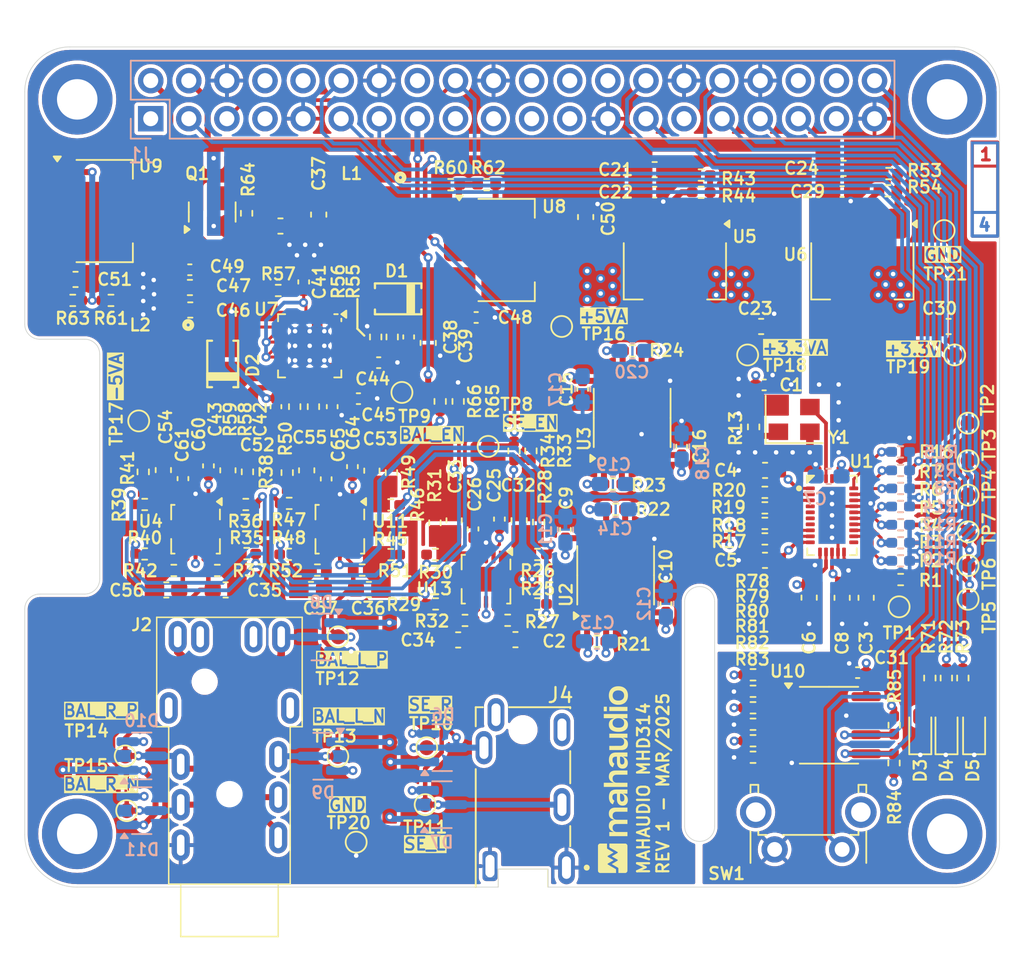
<source format=kicad_pcb>
(kicad_pcb (version 20240108) (generator "pcbnew") (generator_version "8.0")
  (layers (0 "F.Cu" signal) (1 "In1.Cu" power) (2 "In2.Cu" power) (31 "B.Cu" signal) (34 "B.Paste" user) (35 "F.Paste" user) (36 "B.SilkS" user "B.Silkscreen") (37 "F.SilkS" user "F.Silkscreen") (38 "B.Mask" user) (39 "F.Mask" user) (44 "Edge.Cuts" user))
  (net 0 "")
  (net 1 "GND")
  (net 2 "+3.3V")
  (net 3 "Net-(U1-RESETB)")
  (net 4 "/DAC/DAC_DVDD")
  (net 5 "+3.3VA")
  (net 6 "+5VA")
  (net 7 "-5VA")
  (net 8 "/AMP/BalDiffAmp_L/BALDIFFAMP_IN_P")
  (net 9 "/DAC_OUT_L_P")
  (net 10 "/AMP/BalDiffAmp_L/BALDIFFAMP_IN_N")
  (net 11 "/DAC_OUT_L_N")
  (net 12 "/AMP/BalDiffAmp_R/BALDIFFAMP_IN_P")
  (net 13 "/DAC_OUT_R_P")
  (net 14 "/AMP/BalDiffAmp_R/BALDIFFAMP_IN_N")
  (net 15 "/DAC_OUT_R_N")
  (net 16 "+5VIN")
  (net 17 "Net-(Q1-D)")
  (net 18 "Net-(U7-FBP)")
  (net 19 "+8VA")
  (net 20 "Net-(U7-ENN)")
  (net 21 "Net-(U7-VREF)")
  (net 22 "Net-(U7-FBN)")
  (net 23 "-8VA")
  (net 24 "Net-(U7-CP)")
  (net 25 "Net-(U7-CN)")
  (net 26 "Net-(D3-A)")
  (net 27 "Net-(D4-A)")
  (net 28 "Net-(D5-A)")
  (net 29 "/OUT_SE_L")
  (net 30 "/OUT_SE_R")
  (net 31 "/OUT_BAL_L_P")
  (net 32 "/OUT_BAL_L_N")
  (net 33 "/OUT_BAL_R_P")
  (net 34 "/OUT_BAL_R_N")
  (net 35 "/BRD_ID_SD")
  (net 39 "/BRD_LED0")
  (net 40 "/BRD_ONOFF")
  (net 41 "/AMP_DIFF_EN")
  (net 43 "/DAC_RESETB")
  (net 44 "/DAC_PCM_DATA")
  (net 46 "/DAC_SDA")
  (net 47 "/BRD_ID_SC")
  (net 49 "/DAC_PCM_FS")
  (net 56 "/BRD_LED1")
  (net 57 "/BRD_LED2")
  (net 59 "/DAC_PCM_CLK")
  (net 62 "/AMP_SE_EN")
  (net 65 "Net-(Q1-G)")
  (net 66 "Net-(U1-GPIO1)")
  (net 67 "/DAC_SPDIF")
  (net 68 "Net-(U1-DATA2)")
  (net 69 "Net-(U1-DATA1)")
  (net 70 "Net-(U1-DATA_CLK)")
  (net 71 "Net-(U1-SCL)")
  (net 72 "Net-(U1-SDA)")
  (net 73 "Net-(Y1-EN)")
  (net 74 "Net-(U1-ADDR)")
  (net 75 "Net-(U1-DACLB)")
  (net 76 "Net-(U1-DACL)")
  (net 77 "Net-(U1-DACR)")
  (net 78 "Net-(U1-DACRB)")
  (net 79 "Net-(U13B--)")
  (net 80 "Net-(U13B-+)")
  (net 81 "Net-(U13A--)")
  (net 82 "Net-(U13A-+)")
  (net 83 "Net-(U13A-EN)")
  (net 84 "Net-(U4A--)")
  (net 85 "Net-(U4A-+)")
  (net 86 "Net-(U4B-+)")
  (net 87 "Net-(U4B--)")
  (net 88 "Net-(U5-ADJ)")
  (net 89 "Net-(U11A--)")
  (net 90 "Net-(U11A-+)")
  (net 91 "Net-(U11B-+)")
  (net 92 "Net-(U11B--)")
  (net 93 "Net-(U6-ADJ)")
  (net 94 "Net-(U8-ADJ)")
  (net 95 "Net-(U9-ADJ)")
  (net 96 "/AMP/BalDiffAmp_L/BALDIFFAMP_ENABLE")
  (net 97 "Net-(U10-A0)")
  (net 98 "Net-(U10-A1)")
  (net 99 "Net-(U10-A2)")
  (net 101 "/DAC/DAC_FSYNC")
  (net 102 "/DAC/DAC_SW")
  (net 104 "/DAC/DAC_HPSDb")
  (net 107 "Net-(U1-XI)")
  (net 110 "Net-(D1-Pad2)")
  (net 111 "Net-(D2-Pad1)")
  (footprint "Capacitor_SMD:C_0402_1005Metric_Pad0.74x0.62mm_HandSolder" (layer "F.Cu") (at 120.6 67.95 -90)
    (property "Reference" "C42")
    (property "Value" "220nF")
  )
  (footprint "Resistor_SMD:R_0402_1005Metric_Pad0.72x0.64mm_HandSolder" (layer "F.Cu") (at 117.0025 60.2)
    (property "Reference" "R57")
    (property "Value" "100R")
  )
  (footprint "TestPoint:TestPoint_Pad_D1.0mm" (layer "F.Cu") (at 120.972998 91.278057 180)
    (property "Reference" "TP13")
    (property "Value" "TestPoint")
  )
  (footprint "Capacitor_SMD:C_0402_1005Metric_Pad0.74x0.62mm_HandSolder" (layer "F.Cu") (at 130.2 62)
    (property "Reference" "C48")
    (property "Value" "100nF")
  )
  (footprint "Package_TO_SOT_SMD:SOT-23" (layer "F.Cu") (at 112.6 54.965 90)
    (property "Reference" "Q1")
    (property "Value" "AO3401A")
  )
  (footprint "Package_SO:SOIC-8_3.9x4.9mm_P1.27mm" (layer "F.Cu") (at 139.5 79.2 90)
    (property "Reference" "U2")
    (property "Value" "OPA1612AxD")
  )
  (footprint "Capacitor_SMD:C_0603_1608Metric_Pad1.08x0.95mm_HandSolder" (layer "F.Cu") (at 149.2 62.6)
    (property "Reference" "C23")
    (property "Value" "1uF")
  )
  (footprint "Capacitor_SMD:C_0402_1005Metric_Pad0.74x0.62mm_HandSolder" (layer "F.Cu") (at 125.7 63.3 -90)
    (property "Reference" "C38")
    (property "Value" "6.8pF")
  )
  (footprint "Capacitor_SMD:C_0402_1005Metric_Pad0.74x0.62mm_HandSolder" (layer "F.Cu") (at 143.9 70.6 -90)
    (property "Reference" "C16")
    (property "Value" "100nF")
  )
  (footprint "Resistor_SMD:R_0402_1005Metric_Pad0.72x0.64mm_HandSolder" (layer "F.Cu") (at 158.058975 91.721795 -90)
    (property "Reference" "R85")
    (property "Value" "2k")
  )
  (footprint "Resistor_SMD:R_0402_1005Metric_Pad0.72x0.64mm_HandSolder" (layer "F.Cu") (at 148.659119 91.336467)
    (property "Reference" "R83")
    (property "Value" "10k")
  )
  (footprint "Capacitor_SMD:C_0603_1608Metric_Pad1.08x0.95mm_HandSolder" (layer "F.Cu") (at 111.1375 61.5 180)
    (property "Reference" "C46")
    (property "Value" "22uF")
  )
  (footprint "Capacitor_SMD:C_0603_1608Metric_Pad1.08x0.95mm_HandSolder" (layer "F.Cu") (at 154.7 52.05)
    (property "Reference" "C24")
    (property "Value" "1uF")
  )
  (footprint "Package_SO:SOIC-8_3.9x4.9mm_P1.27mm" (layer "F.Cu") (at 153.725 89.2)
    (property "Reference" "U10")
    (property "Value" "AT24CS64-SSHM")
  )
  (footprint "Capacitor_SMD:C_0603_1608Metric_Pad1.08x0.95mm_HandSolder" (layer "F.Cu") (at 119.186412 80.15)
    (property "Reference" "C57")
    (property "Value" "820pF")
  )
  (footprint "Package_DFN_QFN:VQFN-24-1EP_4x4mm_P0.5mm_EP2.45x2.45mm_ThermalVias" (layer "F.Cu") (at 119.1 63.89 -90)
    (property "Reference" "U7")
    (property "Value" "TPS65131RGE")
  )
  (footprint "Package_SO:SOIC-8_3.9x4.9mm_P1.27mm" (layer "F.Cu") (at 140.6 68.7 90)
    (property "Reference" "U3")
    (property "Value" "OPA1612AxD")
  )
  (footprint "Resistor_SMD:R_0402_1005Metric_Pad0.72x0.64mm_HandSolder" (layer "F.Cu") (at 118.1 67.95 90)
    (property "Reference" "R59")
    (property "Value" "1M")
  )
  (footprint "LED_SMD:LED_0603_1608Metric_Pad1.05x0.95mm_HandSolder" (layer "F.Cu") (at 159.81 89.4775 90)
    (property "Reference" "D3")
    (property "Value" "White")
  )
  (footprint "Capacitor_SMD:C_0603_1608Metric_Pad1.08x0.95mm_HandSolder" (layer "F.Cu") (at 128.730035 75.535971 -90)
    (property "Reference" "C33")
    (property "Value" "820pF")
  )
  (footprint "Button_Switch_THT:SW_Tactile_SPST_Angled_PTS645Vx39-2LFS" (layer "F.Cu") (at 154.6 97.4875 180)
    (property "Reference" "SW1")
    (property "Value" "SW_Push")
  )
  (footprint "Capacitor_SMD:C_0402_1005Metric_Pad0.74x0.62mm_HandSolder" (layer "F.Cu") (at 118.7 59.629106 90)
    (property "Reference" "C41")
    (property "Value" "100nF")
  )
  (footprint "Capacitor_SMD:C_0603_1608Metric_Pad1.08x0.95mm_HandSolder" (layer "F.Cu") (at 109.539927 80.175)
    (property "Reference" "C56")
    (property "Value" "820pF")
  )
  (footprint "Resistor_SMD:R_0402_1005Metric_Pad0.72x0.64mm_HandSolder" (layer "F.Cu") (at 148.659119 86.936467)
    (property "Reference" "R79")
    (property "Value" "10k")
  )
  (footprint "Resistor_SMD:R_0402_1005Metric_Pad0.72x0.64mm_HandSolder" (layer "F.Cu") (at 134.365527 75.65 -90)
    (property "Reference" "R28")
    (property "Value" "442R")
  )
  (footprint "TestPoint:TestPoint_Pad_D1.0mm" (layer "F.Cu") (at 126.9 90.7)
    (property "Reference" "TP10")
    (property "Value" "TestPoint")
  )
  (footprint "Capacitor_SMD:C_0603_1608Metric_Pad1.08x0.95mm_HandSolder" (layer "F.Cu") (at 154.6 80.7 -90)
    (property "Reference" "C8")
    (property "Value" "1uF")
  )
  (footprint "Capacitor_SMD:C_0402_1005Metric_Pad0.74x0.62mm_HandSolder" (layer "F.Cu") (at 131.75 75.45 90)
    (property "Reference" "C25")
    (property "Value" "100nF")
  )
  (footprint "Resistor_SMD:R_0402_1005Metric_Pad0.72x0.64mm_HandSolder" (layer "F.Cu") (at 132.724688 70.9 90)
    (property "Reference" "R34")
    (property "Value" "22R")
  )
  (footprint "Capacitor_SMD:C_0402_1005Metric_Pad0.74x0.62mm_HandSolder" (layer "F.Cu") (at 116.85 67.95 90)
    (property "Reference" "C43")
    (property "Value" "7.5pF")
  )
  (footprint "Resistor_SMD:R_0402_1005Metric_Pad0.72x0.64mm_HandSolder" (layer "F.Cu") (at 124.55 72.35 -90)
    (property "Reference" "R49")
    (property "Value" "442R")
  )
  (footprint "Resistor_SMD:R_0402_1005Metric_Pad0.72x0.64mm_HandSolder" (layer "F.Cu") (at 124.5 74.5 180)
    (property "Reference" "R46")
    (property "Value" "470R")
  )
  (footprint "Capacitor_SMD:C_0603_1608Metric_Pad1.08x0.95mm_HandSolder" (layer "F.Cu") (at 117.15 55.9)
    (property "Reference" "C40" (hide yes))
    (property "Value" "4.7uF")
  )
  (footprint "Resistor_SMD:R_0402_1005Metric_Pad0.72x0.64mm_HandSolder" (layer "F.Cu") (at 108.1 74.475)
    (property "Reference" "R39")
    (property "Value" "470R")
  )
  (footprint "Resistor_SMD:R_0402_1005Metric_Pad0.72x0.64mm_HandSolder" (layer "F.Cu") (at 158.494286 74.610534 180)
    (property "Reference" "R5")
    (property "Value" "0R")
  )
  (footprint "Resistor_SMD:R_0402_1005Metric_Pad0.72x0.64mm_HandSolder" (layer "F.Cu") (at 148.659119 85.836467 180)
    (property "Reference" "R78")
    (property "Value" "10k")
  )
  (footprint "Capacitor_SMD:C_0603_1608Metric_Pad1.08x0.95mm_HandSolder" (layer "F.Cu") (at 103.4875 59.46)
    (property "Reference" "C51")
    (property "Value" "1uF")
  )
  (footprint "Capacitor_SMD:C_0603_1608Metric_Pad1.08x0.95mm_HandSolder" (layer "F.Cu") (at 142.1 52.14)
    (property "Reference" "C21")
    (property "Value" "1uF")
  )
  (footprint "Capacitor_SMD:C_0603_1608Metric_Pad1.08x0.95mm_HandSolder" (layer "F.Cu") (at 149.4625 72.2 180)
    (property "Reference" "C4")
    (property "Value" "1uF")
  )
  (footprint "Capacitor_SMD:C_0603_1608Metric_Pad1.08x0.95mm_HandSolder" (layer "F.Cu") (at 137.5 55.3 90)
    (property "Reference" "C50")
    (property "Value" "1uF")
  )
  (footprint "Resistor_SMD:R_0402_1005Metric_Pad0.72x0.64mm_HandSolder" (layer "F.Cu") (at 140.61795 64.225642 180)
    (property "Reference" "R24")
    (property "Value" "1.05k")
  )
  (footprint "Capacitor_SMD:C_0402_1005Metric_Pad0.74x0.62mm_HandSolder" (layer "F.Cu") (at 142.85 81.1 -90)
    (property "Reference" "C10")
    (property "Value" "100nF")
  )
  (footprint "Capacitor_SMD:C_0603_1608Metric_Pad1.08x0.95mm_HandSolder" (layer "F.Cu") (at 113.645845 72.196506 90)
    (property "Reference" "C52")
    (property "Value" "820pF")
  )
  (footprint "Capacitor_SMD:C_0603_1608Metric_Pad1.08x0.95mm_HandSolder" (layer "F.Cu") (at 132.819474 83.492255 180)
    (property "Reference" "C2")
    (property "Value" "820pF")
  )
  (footprint "TestPoint:TestPoint_Pad_D1.0mm" (layer "F.Cu") (at 158.4 81.3)
    (property "Reference" "TP1")
    (property "Value" "TestPoint")
  )
  (footprint "Capacitor_SMD:C_0603_1608Metric_Pad1.08x0.95mm_HandSolder" (layer "F.Cu") (at 133.065638 75.523442 -90)
    (property "Reference" "C32")
    (property "Value" "820pF")
  )
  (footprint "Resistor_SMD:R_0402_1005Metric_Pad0.72x0.64mm_HandSolder" (layer "F.Cu") (at 149.4475 75.736189 180)
    (property "Reference" "R18")
    (property "Value" "0R")
  )
  (footprint "Package_TO_SOT_SMD:SOT-223-3_TabPin2" (layer "F.Cu") (at 155.95 58.89 -90)
    (property "Reference" "U6")
    (property "Value" "LM317_SOT-223")
  )
  (footprint "Capacitor_SMD:C_0402_1005Metric_Pad0.74x0.62mm_HandSolder" (layer "F.Cu") (at 155.635752 85.693169 180)
    (property "Reference" "C31")
    (property "Value" "100nF")
  )
  (footprint "Resistor_SMD:R_0402_1005Metric_Pad0.72x0.64mm_HandSolder" (layer "F.Cu") (at 158.493289 70.964544 180)
    (property "Reference" "R16")
    (property "Value" "10k")
  )
  (footprint "Resistor_SMD:R_0402_1005Metric_Pad0.72x0.64mm_HandSolder" (layer "F.Cu") (at 148.659119 88.036467 180)
    (property "Reference" "R80")
    (property "Value" "10k")
  )
  (footprint "Package_SON:Texas_S-PVSON-N10" (layer "F.Cu") (at 130.856058 79.458986 -90)
    (property "Reference" "U13")
    (property "Value" "OPA1622")
  )
  (footprint "Resistor_SMD:R_0402_1005Metric_Pad0.72x0.64mm_HandSolder" (layer "F.Cu") (at 161.548717 86.052992 90)
    (property "Reference" "R72")
    (property "Value" "720R")
  )
  (footprint "Capacitor_SMD:C_0402_1005Metric_Pad0.74x0.62mm_HandSolder" (layer "F.Cu") (at 110.65 72.75 -90)
    (property "Reference" "C61")
    (property "Value" "100nF")
  )
  (footprint "mahaudio KiCad Library:WE-MAPI_4030" (layer "F.Cu") (at 109 65.3 -90)
    (property "Reference" "L2")
    (property "Value" "4.7uH")
  )
  (footprint "Capacitor_SMD:C_0402_1005Metric_Pad0.74x0.62mm_HandSolder" (layer "F.Cu") (at 112.35 71.9 90)
    (property "Reference" "C60")
    (property "Value" "100nF")
  )
  (footprint "Resistor_SMD:R_0402_1005Metric_Pad0.72x0.64mm_HandSolder" (layer "F.Cu") (at 158.5025 79.484537 180)
    (property "Reference" "R1")
    (property "Value" "22R")
  )
  (footprint "TestPoint:TestPoint_Pad_D1.0mm" (layer "F.Cu") (at 131 70.6)
    (property "Reference" "TP8")
    (property "Value" "TestPoint")
  )
  (footprint "Capacitor_SMD:C_0603_1608Metric_Pad1.08x0.95mm_HandSolder" (layer "F.Cu") (at 109.341556 72.179925 -90)
    (property "Reference" "C54")
    (property "Value" "820pF")
  )
  (footprint "Package_SON:Texas_S-PVSON-N10" (layer "F.Cu") (at 111.489927 76.125 -90)
    (property "Reference" "U4")
    (property "Value" "OPA1622")
  )
  (footprint "Resistor_SMD:R_0402_1005Metric_Pad0.72x0.64mm_HandSolder" (layer "F.Cu") (at 108 72.3 90)
    (property "Reference" "R41")
    (property "Value" "442R")
  )
  (footprint "Resistor_SMD:R_0402_1005Metric_Pad0.72x0.64mm_HandSolder" (layer "F.Cu") (at 129.456058 82.208986)
    (property "Reference" "R32")
    (property "Value" "442R")
  )
  (footprint "TestPoint:TestPoint_Pad_D1.0mm" (layer "F.Cu") (at 163 71.558333)
    (property "Reference" "TP3")
    (property "Value" "TestPoint")
  )
  (footprint "Resistor_SMD:R_0402_1005Metric_Pad0.72x0.64mm_HandSolder" (layer "F.Cu") (at 132.3 82.2 180)
    (property "Reference" "R27")
    (property "Value" "442R")
  )
  (footprint "Resistor_SMD:R_0402_1005Metric_Pad0.72x0.64mm_HandSolder" (layer "F.Cu") (at 158.509313 73.408337 180)
    (property "Reference" "R6")
    (property "Value" "0R")
  )
  (footprint "Package_TO_SOT_SMD:SOT-223-3_TabPin2" (layer "F.Cu") (at 105.4 54.9)
    (property "Reference" "U9")
    (property "Value" "LM337_SOT223")
  )
  (footprint "Capacitor_SMD:C_0402_1005Metric_Pad0.74x0.62mm_HandSolder" (layer "F.Cu") (at 120.2 72.77 -90)
    (property "Reference" "C65")
    (property "Value" "100nF")
  )
  (footprint "Resistor_SMD:R_0402_1005Metric_Pad0.72x0.64mm_HandSolder" (layer "F.Cu") (at 105.85 60.86 180)
    (property "Reference" "R61")
    (property "Value" "720R")
  )
  (footprint "Resistor_SMD:R_0402_1005Metric_Pad0.72x0.64mm_HandSolder" (layer "F.Cu") (at 149.4475 76.772379 180)
    (property "Reference" "R17")
    (property "Value" "0R")
  )
  (footprint "Resistor_SMD:R_0402_1005Metric_Pad0.72x0.64mm_HandSolder" (layer "F.Cu") (at 114.839927 74.475 180)
    (property "Reference" "R36")
    (property "Value" "470R")
  )
  (footprint "Resistor_SMD:R_0402_1005Metric_Pad0.72x0.64mm_HandSolder" (layer "F.Cu") (at 139.5 74.8 180)
    (property "Reference" "R22")
    (property "Value" "1.05k")
  )
  (footprint "Resistor_SMD:R_0402_1005Metric_Pad0.72x0.64mm_HandSolder" (layer "F.Cu") (at 158.503847 77.029619 180)
    (property "Reference" "R3")
    (property "Value" "22R")
  )
  (footprint "Capacitor_SMD:C_0402_1005Metric_Pad0.74x0.62mm_HandSolder" (layer "F.Cu") (at 149.4 66.5)
    (property "Reference" "C1")
    (property "Value" "100nF")
  )
  (footprint "Resistor_SMD:R_0402_1005Metric_Pad0.72x0.64mm_HandSolder" (layer "F.Cu") (at 119.35 67.95 90)
    (property "Reference" "R58")
    (property "Value" "150k")
  )
  (footprint "LED_SMD:LED_0603_1608Metric_Pad1.05x0.95mm_HandSolder" (layer "F.Cu") (at 161.56 89.4775 90)
    (property "Reference" "D4")
    (property "Value" "White")
  )
  (footprint "Resistor_SMD:R_0402_1005Metric_Pad0.72x0.64mm_HandSolder" (layer "F.Cu") (at 114.894233 55.05 90)
    (property "Reference" "R64")
    (property "Value" "0R")
  )
  (footprint "TestPoint:TestPoint_Pad_D1.0mm" (layer "F.Cu") (at 162.1 64.5)
    (property "Reference" "TP19")
    (property "Value" "TestPoint")
  )
  (footprint "Capacitor_SMD:C_0402_1005Metric_Pad0.74x0.62mm_HandSolder" (layer "F.Cu") (at 142.1 53.64)
    (property "Reference" "C22")
    (property "Value" "100nF")
  )
  (footprint "TestPoint:TestPoint_Pad_D1.0mm" (layer "F.Cu") (at 163 73.85)
    (property "Reference" "TP4")
    (property "Value" "TestPoint")
  )
  (footprint "LED_SMD:LED_0603_1608Metric_Pad1.05x0.95mm_HandSolder" (layer "F.Cu") (at 163.4 89.4775 90)
    (property "Reference" "D5")
    (property "Value" "Red")
  )
  (footprint "Capacitor_SMD:C_0603_1608Metric_Pad1.08x0.95mm_HandSolder" (layer "F.Cu") (at 127 63.7 -90)
    (property "Reference" "C39")
    (property "Value" "22uF")
  )
  (footprint "Capacitor_SMD:C_0603_1608Metric_Pad1.08x0.95mm_HandSolder" (layer "F.Cu") (at 113.4975 80.175 180)
    (property "Reference" "C35")
    (property "Value" "820pF")
  )
  (footprint "Capacitor_SMD:C_0402_1005Metric_Pad0.74x0.62mm_HandSolder" (layer "F.Cu") (at 154.6 53.6)
    (property "Reference" "C29")
    (property "Value" "100nF")
  )
  (footprint "Capacitor_SMD:C_0402_1005Metric_Pad0.74x0.62mm_HandSolder" (layer "F.Cu") (at 129.991058 76.106486 -90)
    (property "Reference" "C26")
    (property "Value" "100nF")
  )
  (footprint "Capacitor_SMD:C_0402_1005Metric_Pad0.74x0.62mm_HandSolder" (layer "F.Cu") (at 123.7 65.015)
    (property "Reference" "C44")
    (property "Value" "10nF")
  )
  (footprint "Package_SON:Texas_S-PVSON-N10" (layer "F.Cu") (at 121.111203 76.125 -90)
    (property "Reference" "U11")
    (property "Value" "OPA1622")
  )
  (footprint "Resistor_SMD:R_0402_1005Metric_Pad0.72x0.64mm_HandSolder" (layer "F.Cu") (at 117.73267 74.4)
    (property "Reference" "R47")
    (property "Value" "470R")
  )
  (footprint "Capacitor_SMD:C_0603_1608Metric_Pad1.08x0.95mm_HandSolder" (layer "F.Cu") (at 156.2 80.698699 90)
    (property "Reference" "C3")
    (property "Value" "1uF")
  )
  (footprint "Capacitor_SMD:C_0402_1005Metric_Pad0.74x0.62mm_HandSolder" (layer "F.Cu") (at 137.3 66.783341 -90)
    (property "Reference" "C15")
    (property "Value" "100nF")
  )
  (footprint "Resistor_SMD:R_0402_1005Metric_Pad0.72x0.64mm_HandSolder" (layer "F.Cu") (at 112.939927 78.875 180)
    (property "Reference" "R37")
    (property "Value" "442R")
  )
  (footprint "TestPoint:TestPoint_Pad_D1.0mm" (layer "F.Cu") (at 122.2 97)
    (property "Reference" "TP20")
    (property "Value" "TestPoint")
  )
  (footprint "Capacitor_SMD:C_0603_1608Metric_Pad1.08x0.95mm_HandSolder" (layer "F.Cu") (at 152.4 80.688815 -90)
    (property "Reference" "C6")
    (property "Value" "1uF")
  )
  (footprint "TestPoint:TestPoint_Pad_D1.0mm" (layer "F.Cu") (at 163 78.55)
    (property "Reference" "TP6")
    (property "Value" "TestPoint")
  )
  (footprint "Resistor_SMD:R_0402_1005Metric_Pad0.72x0.64mm_HandSolder" (layer "F.Cu") (at 117.6975 77.8)
    (property "Reference" "R48")
    (property "Value" "470R")
  )
  (footprint "Package_TO_SOT_SMD:SOT-223-3_TabPin2" (layer "F.Cu") (at 132.2 57.5)
    (property "Reference" "U8")
    (property "Value" "LM317_SOT-223")
  )
  (footprint "Resistor_SMD:R_0402_1005Metric_Pad0.72x0.64mm_HandSolder" (layer "F.Cu") (at 148.7 69.3 90)
    (property "Reference" "R13")
    (property "Value" "22R")
  )
  (footprint "Resistor_SMD:R_0402_1005Metric_Pad0.72x0.64mm_HandSolder" (layer "F.Cu") (at 130.9 53.14 180)
    (property "Reference" "R62")
    (property "Value" "240R")
  )
  (footprint "Resistor_SMD:R_0402_1005Metric_Pad0.72x0.64mm_HandSolder" (layer "F.Cu") (at 134.288558 77.808986 180)
    (property "Reference" "R26")
    (property "Value" "470R")
  )
  (footprint "Resistor_SMD:R_0402_1005Metric_Pad0.72x0.64mm_HandSolder" (layer "F.Cu") (at 127.4975 81.108986)
    (property "Reference" "R29")
    (property "Value" "470R")
  )
  (footprint "Resistor_SMD:R_0402_1005Metric_Pad0.72x0.64mm_HandSolder" (layer "F.Cu") (at 138.25 83.6 180)
    (property "Reference" "R21")
    (property "Value" "1.05k")
  )
  (footprint "TestPoint:TestPoint_Pad_D1.0mm" (layer "F.Cu") (at 161.4 56.2)
    (property "Reference" "TP21")
    (property "Value" "TestPoint")
  )
  (footprint "Resistor_SMD:R_0402_1005Metric_Pad0.72x0.64mm_HandSolder" (layer "F.Cu") (at 157.65 53.55)
    (property "Reference" "R54")
    (property "Value" "240R")
  )
  (footprint "Resistor_SMD:R_0402_1005Metric_Pad0.72x0.64mm_HandSolder" (layer "F.Cu") (at 149.4475 73.663811 180)
    (property "Reference" "R20")
    (property "Value" "0R")
  )
  (footprint "Package_TO_SOT_SMD:SOT-223-3_TabPin2" (layer "F.Cu") (at 143.45 58.89 -90)
    (property "Reference" "U5")
    (property "Value" "LM317_SOT-223")
  )
  (footprint "TestPoint:TestPoint_Pad_D1.0mm" (layer "F.Cu") (at 125.25 67)
    (property "Reference" "TP9")
    (property "Value" "TestPoint")
  )
  (footprint "TestPoint:TestPoint_Pad_D1.0mm" (layer "F.Cu") (at 163 80.8)
    (property "Reference" "TP5")
    (property "Value" "TestPoint")
  )
  (footprint "Resistor_SMD:R_0402_1005Metric_Pad0.72x0.64mm_HandSolder" (layer "F.Cu") (at 148.659119 90.236467 180)
    (property "Reference" "R82")
    (property "Value" "10k")
  )
  (footprint "Capacitor_SMD:C_0402_1005Metric_Pad0.74x0.62mm_HandSolder" (layer "F.Cu") (at 122.35 67.415)
    (property "Reference" "C45")
    (property "Value" "4.7nF")
  )
  (footprint "Resistor_SMD:R_0402_1005Metric_Pad0.72x0.64mm_HandSolder" (layer "F.Cu") (at 124.6 63.3 -90)
    (property "Reference" "R55")
    (property "Value" "1M")
  )
  (footprint "Capacitor_SMD:C_0402_1005Metric_Pad0.74x0.62mm_HandSolder" (layer "F.Cu") (at 121.95 71.95 90)
    (property "Reference" "C64")
    (property "Value" "100nF")
  )
  (footprint "Resistor_SMD:R_0402_1005Metric_Pad0.72x0.64mm_HandSolder" (layer "F.Cu") (at 119.613703 78.85)
    (property "Reference" "R52")
    (property "Value" "442R")
  )
  (footprint "TestPoint:TestPoint_Pad_D1.0mm" (layer "F.Cu") (at 126.8 94.5)
    (property "Reference" "TP11")
    (property "Value" "TestPoint")
  )
  (footprint "mahaudio KiCad Library:SOD-123_425-04_ONS" (layer "F.Cu") (at 125 60.756979 180)
    (property "Reference" "D1")
    (property "Value" "MBR130T1G")
  )
  (footprint "Resistor_SMD:R_0402_1005Metric_Pad0.72x0.64mm_HandSolder" (layer "F.Cu") (at 108.0975 77.775)
    (property "Reference" "R40")
    (property "Value" "470R")
  )
  (footprint "TestPoint:TestPoint_Pad_D1.0mm" (layer "F.Cu") (at 107.7 68.9)
    (property "Reference" "TP17")
    (property "Value" "TestPoint")
  )
  (footprint "Resistor_SMD:R_0402_1005Metric_Pad0.72x0.64mm_HandSolder" (layer "F.Cu") (at 158.49838 75.832941 180)
    (property "Reference" "R4")
    (property "Value" "22R")
  )
  (footprint "Resistor_SMD:R_0402_1005Metric_Pad0.72x0.64mm_HandSolder" (layer "F.Cu") (at 149.4475 74.7 180)
    (property "Reference" "R19")
    (property "Value" "0R")
  )
  (footprint "Capacitor_SMD:C_0603_1608Metric_Pad1.08x0.95mm_HandSolder" (layer "F.Cu") (at 149.456218 78.2 180)
    (property "Reference" "C5")
    (property "Value" "1uF")
  )
  (footprint "Resistor_SMD:R_0402_1005Metric_Pad0.72x0.64mm_HandSolder" (layer "F.Cu") (at 127.491058 77.808986)
    (property "Reference" "R30")
    (property "Value" "470R")
  )
  (footprint "Resistor_SMD:R_0402_1005Metric_Pad0.72x0.64mm_HandSolder" (layer "F.Cu") (at 139.317053 73.111749 180)
    (property "Reference" "R23")
    (property "Value" "1.05k")
  )
  (footprint "Resistor_SMD:R_0402_1005Metric_Pad0.72x0.64mm_HandSolder" (layer "F.Cu") (at 134.291058 81.108986 180)
    (property "Reference" "R25")
    (property "Value" "470R")
  )
  (footprint "Oscillator:Oscillator_SMD_Abracon_ASE-4Pin_3.2x2.5mm" (layer "F.Cu") (at 151.4 68.8)
    (property "Reference" "Y1")
    (property "Value" "ASE-50MHz")
  )
  (footprint "mahaudio KiCad Library:SOD-123_425-04_ONS" (layer "F.Cu") (at 113.3 65.1 90)
    (property "Reference" "D2")
    (property "Value" "MBR130T1G")
  )
  (footprint "Capacitor_SMD:C_0603_1608Metric_Pad1.08x0.95mm_HandSolder" (layer "F.Cu") (at 119.7 55.1375 -90)
    (property "Reference" "C37")
    (property "Value" "4.7uF")
  )
  (footprint "Capacitor_SMD:C_0603_1608Metric_Pad1.08x0.95mm_HandSolder" (layer "F.Cu") (at 111.113565 60 180)
    (property "Reference" "C47")
    (property "Value" "22uF")
  )
  (footprint "TestPoint:TestPoint_Pad_D1.0mm" (layer "F.Cu") (at 106.9 94.900792 180)
    (property "Reference" "TP15")
    (property "Value" "TestPoint")
  )
  (footprint "MountingHole:MountingHole_2.7mm_M2.5_DIN965_Pad" (layer "F.Cu") (at 161.6 47.45)
    (property "Reference" "H2" (hide yes))
    (property "Value" "MountingHole")
  )
  (footprint "mahaudio KiCad Library:Jack_4.4mm_G-Switch_GT-3321667P-01_Horizontal" (layer "F.Cu") (at 110.5 97.2 90)
    (property "Reference" "J2")
    (property "Value" "AudioJack_Pentaconn")
  )
  (footprint "Resistor_SMD:R_0402_1005Metric_Pad0.72x0.64mm_HandSolder" (layer "F.Cu") (at 117.6 72.35 90)
    (property "Reference" "R50")
    (property "Value" "442R")
  )
  (footprint "Capacitor_SMD:C_0402_1005Metric_Pad0.74x0.62mm_HandSolder" (layer "F.Cu") (at 111.10771 58.816237 180)
    (property "Reference" "C49")
    (property "Value" "100nF")
  )
  (footprint "TestPoint:TestPoint_Pad_D1.0mm" (layer "F.Cu") (at 135.9 62.6)
    (property "Reference" "TP16")
    (property "Value" "TestPoint")
  )
  (footprint "Capacitor_SMD:C_0603_1608Metric_Pad1.08x0.95mm_HandSolder" (layer "F.Cu") (at 129 83.508986)
    (property "Reference" "C34")
    (property "Value" "820pF")
  )
  (footprint "Resistor_SMD:R_0402_1005Metric_Pad0.72x0.64mm_HandSolder" (layer "F.Cu") (at 123.5 63.3 90)
    (property "Reference" "R56")
    (property "Value" "178k")
  )
  (footprint "Resistor_SMD:R_0402_1005Metric_Pad0.72x0.64mm_HandSolder" (layer "F.Cu") (at 148.659119 89.136467)
    (property "Reference" "R81")
    (property "Value" "10k")
  )
  (footprint "Resistor_SMD:R_0402_1005Metric_Pad0.72x0.64mm_HandSolder" (layer "F.Cu") (at 160.448717 86.052992 90)
    (property "Reference" "R71")
    (property "Value" "720R")
  )
  (footprint "TestPoint:TestPoint_Pad_D1.0mm" (layer "F.Cu") (at 163 76.3)
    (property "Reference" "TP7")
    (property "Value" "TestPoint")
  )
  (footprint "Resistor_SMD:R_0402_1005Metric_Pad0.72x0.64mm_HandSolder" (layer "F.Cu") (at 127.8 67.6 -90)
    (property "Reference" "R66")
    (property "Value" "22R")
  )
  (footprint "Resistor_SMD:R_0402_1005Metric_Pad0.72x0.64mm_HandSolder" (layer "F.Cu") (at 127.45 75.7 -90)
    (property "Reference" "R31")
    (property "Value" "442R")
  )
  (footprint "Resistor_SMD:R_0402_1005Metric_Pad0.72x0.64mm_HandSolder" (layer "F.Cu") (at 114.95 72.2975 -90)
    (property "Reference" "R38")
    (property "Value" "442R")
  )
  (footprint "LOGO" (layer "F.Cu") (at 139.32 92.83 90)
    (property "Reference" "G***" (hide yes))
    (property "Value" "LOGO" (hide yes))
  )
  (footprint "TestPoint:TestPoint_Pad_D1.0mm" (layer "F.Cu") (at 106.8 91.249572 180)
    (property "Reference" "TP14")
    (property "Value" "TestPoint")
  )
  (footprint "Resistor_SMD:R_0402_1005Metric_Pad0.72x0.64mm_HandSolder" (layer "F.Cu") (at 162.648717 86.052992 90)
    (property "Reference" "R73")
    (property "Value" "720R")
  )
  (footprint "Resistor_SMD:R_0402_1005Metric_Pad0.72x0.64mm_HandSolder" (layer "F.Cu") (at 128.5 53.14 180)
    (property "Reference" "R60")
    (property "Value" "720R")
  )
  (footprint "Resistor_SMD:R_0402_1005Metric_Pad0.72x0.64mm_HandSolder" (layer "F.Cu") (at 158.5025 78.234537 180)
    (property "Reference" "R2")
    (property "Value" "22R")
  )
  (footprint "MountingHole:MountingHole_2.7mm_M2.5_DIN965_Pad" (layer "F.Cu") (at 161.6 96.45)
    (property "Reference" "H4" (hide yes))
    (property "Value" "MountingHole")
  )
  (footprint "Resistor_SMD:R_0402_1005Metric_Pad0.72x0.64mm_HandSolder" (layer "F.Cu") (at 124.5025 77.819774 180)
    (property "Reference" "R45")
    (property "Value" "470R")
  )
  (footprint "Resistor_SMD:R_0402_1005Metric_Pad0.72x0.64mm_HandSolder" (layer "F.Cu") (at 157.7 52.4 180)
    (property "Reference" "R53")
    (property "Value" "390R")
  )
  (footprint "Capacitor_SMD:C_0603_1608Metric_Pad1.08x0.95mm_HandSolder" (layer "F.Cu") (at 123.046203 80.15 180)
    (property "Reference" "C36")
    (property "Value" "820pF")
  )
  (footprint "Resistor_SMD:R_0402_1005Metric_Pad0.72x0.64mm_HandSolder" (layer "F.Cu") (at 145.2 52.5 180)
    (property "Reference" "R43")
    (property "Value" "390R")
  )
  (footprint "Resistor_SMD:R_0402_1005Metric_Pad0.72x0.64mm_HandSolder" (layer "F.Cu") (at 158.498406 72.2 180)
    (property "Reference" "R7")
    (property "Value" "0R")
  )
  (footprint "Capacitor_SMD:C_0402_1005Metric_Pad0.74x0.62mm_HandSolder" (layer "F.Cu") (at 136.151128 76.149076 90)
    (property "Reference" "C9")
    (property "Value" "100nF")
  )
  (footprint "Resistor_SMD:R_0402_1005Metric_Pad0.72x0.64mm_HandSolder" (layer "F.Cu") (at 145.2 53.65)
    (property "Reference" "R44")
    (property "Value" "240R")
  )
  (footprint "TestPoint:TestPoint_Pad_D1.0mm" (layer "F.Cu") (at 121 83.3 180)
    (property "Reference" "TP12")
    (property "Value" "TestPoint")
  )
  (footprint "Resistor_SMD:R_0402_1005Metric_Pad0.72x0.64mm_HandSolder" (layer "F.Cu") (at 103.3025 60.86 180)
    (property "Reference" "R63")
    (property "Value" "240R")
  )
  (footprint "Capacitor_SMD:C_0603_1608Metric_Pad1.08x0.95mm_HandSolder" (layer "F.Cu") (at 118.9 72.2 -90)
    (property "Reference" "C55")
    (property "Value" "820pF")
  )
  (footprint "Resistor_SMD:R_0402_1005Metric_Pad0.72x0.64mm_HandSolder" (layer "F.Cu") (at 129 67.6 -90)
    (property "Reference" "R65")
    (property "Value" "10k")
  )
  (footprint "MountingHole:MountingHole_2.7mm_M2.5_DIN965_Pad" (layer "F.Cu") (at 103.6 47.45)
    (property "Reference" "H1" (hide yes))
    (property "Value" "MountingHole")
  )
  (footprint "Resistor_SMD:R_0402_1005Metric_Pad0.72x0.64mm_HandSolder" (layer "F.Cu") (at 114.9 77.75 180)
    (property "Reference" "R35")
    (property "Value" "470R")
  )
  (footprint "Resistor_SMD:R_0402_1005Metric_Pad0.72x0.64mm_HandSolder" (layer "F.Cu") (at 133.85 70.8975 -90)
    (property "Reference" "R33")
    (property "Value" "10k")
  )
  (footprint "mahaudio KiCad Library:TENSILITY_54-00176" (layer "F.Cu") (at 133.320865 94)
    (property "Reference" "J4")
    (property "Value" "AudioJack4")
    (fp_line (start -2.5 3.85) (end -1.9 3.85) (stroke (width 0.01)) (layer "Edge.Cuts"))
    (fp_line (start -2.5 5.35) (end -2.5 3.85) (stroke (width 0.01)) (layer "Edge.Cuts"))
    (fp_line (start -1.9 3.85) (end -1.9 5.35) (stroke (width 0.01)) (layer "Edge.Cuts"))
    (fp_line (start -1.9 5.35) (end -2.5 5.35) (stroke (width 0.01)) (layer "Edge.Cuts"))
  )
  (footprint "Capacitor_SMD:C_0603_1608Metric_Pad1.08x0.95mm_HandSolder" (layer "F.Cu") (at 161.7 62.6)
    (property "Reference" "C30")
    (property "Value" "1uF")
  )
  (footprint "Resistor_SMD:R_0402_1005Metric_Pad0.72x0.64mm_HandSolder" (layer "F.Cu") (at 122.6 78.85 180)
    (property "Reference" "R51")
    (property "Value" "442R")
  )
  (footprint "MountingHole:MountingHole_2.7mm_M2.5_DIN965_Pad" (layer "F.Cu") (at 103.600001 96.45)
    (property "Reference" "H3" (hide yes))
    (property "Value" "MountingHole")
  )
  (footprint "mahaudio KiCad Library:QFN-30_EP_3x5_Pitch0.4mm" (layer "F.Cu") (at 153.925 75.2 -90)
    (property "Reference" "U1")
    (property "Value" "ES9038Q2M")
  )
  (footprint "TestPoint:TestPoint_Pad_D1.0mm" (layer "F.Cu") (at 148.3 64.5)
    (property "Reference" "TP18")
    (property "Value" "TestPoint")
  )
  (footprint "Capacitor_SMD:C_0603_1608Metric_Pad1.08x0.95mm_HandSolder" (layer "F.Cu") (at 123.246166 72.219962 90)
    (property "Reference" "C53")
    (property "Value" "820pF")
  )
  (footprint "Resistor_SMD:R_0402_1005Metric_Pad0.72x0.64mm_HandSolder" (layer "F.Cu") (at 110.039927 78.875)
    (property "Reference" "R42")
    (property "Value" "442R")
  )
  (footprint "mahaudio KiCad Library:WE-MAPI_4030" (layer "F.Cu") (at 123.149913 55.463425 -90)
    (property "Reference" "L1")
    (property "Value" "4.7uH")
  )
  (footprint "TestPoint:TestPoint_Pad_D1.0mm" (layer "F.Cu") (at 163 69.05)
    (property "Reference" "TP2")
    (property "Value" "TestPoint")
  )
  (footprint "Resistor_SMD:R_0402_1005Metric_Pad0.72x0.64mm_HandSolder" (layer "F.Cu") (at 158.073078 89.197439 90)
    (property "Reference" "R84")
    (property "Value" "2k")
  )
  (footprint "Capacitor_SMD:C_0603_1608Metric_Pad1.08x0.95mm_HandSolder" (layer "B.Cu") (at 136.151128 76.149076 90)
    (property "Reference" "C11")
    (property "Value" "1uF")
  )
  (footprint "Capacitor_SMD:C_0603_1608Metric_Pad1.08x0.95mm_HandSolder" (layer "B.Cu") (at 139.5 74.8 180)
    (property "Reference" "C14")
    (property "Value" "820pF")
  )
  (footprint "Package_TO_SOT_SMD:SOT-23" (layer "B.Cu") (at 127.936176 90.695785)
    (property "Reference" "D6")
    (property "Value" "BAV99")
  )
  (footprint "Resistor_SMD:R_0402_1005Metric_Pad0.72x0.64mm_HandSolder" (layer "B.Cu") (at 158.5025 75.824537 180)
    (property "Reference" "R12")
    (property "Value" "10k")
  )
  (footprint "Resistor_SMD:R_0402_1005Metric_Pad0.72x0.64mm_HandSolder" (layer "B.Cu") (at 158.498406 73.405)
    (property "Reference" "R8")
    (property "Value" "2k")
  )
  (footprint "Package_TO_SOT_SMD:SOT-23" (layer "B.Cu") (at 119.870939 83.313673 180)
    (property "Reference" "D8")
    (property "Value" "BAV99")
  )
  (footprint "Package_TO_SOT_SMD:SOT-23" (layer "B.Cu") (at 107.9 91.25)
    (property "Reference" "D10")
    (property "Value" "BAV99")
  )
  (footprint "Capacitor_SMD:C_0603_1608Metric_Pad1.08x0.95mm_HandSolder" (layer "B.Cu") (at 137.3 66.783341 -90)
    (property "Reference" "C17")
    (property "Value" "1uF")
  )
  (footprint "Capacitor_SMD:C_0603_1608Metric_Pad1.08x0.95mm_HandSolder" (layer "B.Cu") (at 139.317053 73.111749 180)
    (property "Reference" "C19")
    (property "Value" "820pF")
  )
  (footprint "Resistor_SMD:R_0402_1005Metric_Pad0.72x0.64mm_HandSolder" (layer "B.Cu") (at 158.5025 77.029537 180)
    (property "Reference" "R11")
    (property "Value" "10k")
  )
  (footprint "Resistor_SMD:R_0402_1005Metric_Pad0.72x0.64mm_HandSolder" (layer "B.Cu") (at 158.498406 74.61)
    (property "Reference" "R14")
    (property "Value" "10k")
  )
  (footprint "Capacitor_SMD:C_0603_1608Metric_Pad1.08x0.95mm_HandSolder" (layer "B.Cu") (at 143.9 70.6 -90)
    (property "Reference" "C18")
    (property "Value" "1uF")
  )
  (footprint "Resistor_SMD:R_0402_1005Metric_Pad0.72x0.64mm_HandSolder" (layer "B.Cu") (at 158.498406 72.2)
    (property "Reference" "R9")
    (property "Value" "2k")
  )
  (footprint "Package_TO_SOT_SMD:SOT-23" (layer "B.Cu") (at 107.9 94.9)
    (property "Reference" "D11")
    (property "Value" "BAV99")
  )
  (footprint "Capacitor_SMD:C_0603_1608Metric_Pad1.08x0.95mm_HandSolder" (layer "B.Cu") (at 142.85 81.1 -90)
    (property "Reference" "C12")
    (property "Value" "1uF")
  )
  (footprint "Capacitor_SMD:C_0603_1608Metric_Pad1.08x0.95mm_HandSolder" (layer "B.Cu") (at 140.61795 64.225642 180)
    (property "Reference" "C20")
    (property "Value" "820pF")
  )
  (footprint "Capacitor_SMD:C_0603_1608Metric_Pad1.08x0.95mm_HandSolder" (layer "B.Cu") (at 138.25 83.6 180)
    (property "Reference" "C13")
    (property "Value" "820pF")
  )
  (footprint "Capacitor_SMD:C_0603_1608Metric_Pad1.08x0.95mm_HandSolder" (layer "B.Cu") (at 153.7 72.6 180)
    (property "Reference" "C7")
    (property "Value" "1uF")
  )
  (footprint "Resistor_SMD:R_0402_1005Metric_Pad0.72x0.64mm_HandSolder" (layer "B.Cu") (at 158.5025 78.234537 180)
    (property "Reference" "R10")
    (property "Value" "10k")
  )
  (footprint "Package_TO_SOT_SMD:SOT-23" (layer "B.Cu") (at 127.919387 94.5)
    (property "Reference" "D7")
    (property "Value" "BAV99")
  )
  (footprint "Package_TO_SOT_SMD:SOT-23" (layer "B.Cu") (at 119.989847 91.269657 180)
    (property "Reference" "D9")
    (property "Value" "BAV99")
  )
  (footprint "Resistor_SMD:R_0402_1005Metric_Pad0.72x0.64mm_HandSolder" (layer "B.Cu") (at 158.493289 70.964544)
    (property "Reference" "R15")
    (property "Value" "10k")
  )
  (footprint "Connector_PinSocket_2.54mm:PinSocket_2x20_P2.54mm_Vertical" (layer "B.Cu") (at 108.5 48.74 -90)
    (property "Reference" "J1")
    (property "Value" "Raspberry_Pi_2_3")
  )
  (gr_poly (pts (xy 129.9 77.65) (xy 129.15 77.65) (xy 129.15 75.9) (xy 127.096408 75.9) (xy 127.099407 77.25) (xy 127.6 77.25) (xy 127.6 78.25) (xy 129.9 78.25)) (stroke (width 0.1)) (fill solid) (layer "F.Cu") (net 80))
  (gr_rect (start 123.992303 81.153365) (end 126.249522 81.674545) (stroke (width 0.1)) (fill solid) (layer "F.Cu") (net 7))
  (gr_rect (start 112.3 50.3) (end 113.1 51.8) (stroke (width 0.1)) (fill solid) (layer "F.Cu") (net 16))
  (gr_poly (pts (xy 114.85 77.3) (xy 114.85 80.65) (xy 113.65 80.65) (xy 113.65 79.65) (xy 113.1 79.05) (xy 113.103015 77.9) (xy 112.5 77.9) (xy 112.5 77.3)) (stroke (width 0.1)) (fill solid) (layer "F.Cu") (net 84))
  (gr_rect (start 101.4 61.6) (end 106.5 62.45) (stroke (width 0.1)) (fill solid) (layer "F.Cu") (net 7))
  (gr_rect (start 102.096158 81.498588) (end 103.2 92.654808) (stroke (width 0.1)) (fill solid) (layer "F.Cu") (net 7))
  (gr_rect (start 152.876496 50.046158) (end 154.426496 56.696158) (stroke (width 0.1)) (fill solid) (layer "F.Cu") (net 16))
  (gr_poly (pts (xy 110.5 74.326916) (xy 109.8 74.326916) (xy 109.8 72.526916) (xy 107.696297 72.526916) (xy 107.699407 73.926916) (xy 108.15 73.926916) (xy 108.15 74.926916) (xy 110.5 74.926916)) (stroke (width 0.1)) (fill solid) (layer "F.Cu") (net 86))
  (gr_poly (pts (xy 107.2 64.605) (xy 110.9 64.6) (xy 110.9 58.6) (xy 103.7 58.6) (xy 103.7 60.2) (xy 105.9 60.2) (xy 105.9 61.3) (xy 107.2 61.3)) (stroke (width 0.1)) (fill solid) (layer "F.Cu") (net 1))
  (gr_poly (pts (xy 124.3 59.2) (xy 124.3 63.1) (xy 126.3 63.1) (xy 126.3 63.5) (xy 130.1 63.5) (xy 130.1 58.7) (xy 126.2 58.7) (xy 126.2 59.2)) (stroke (width 0.1)) (fill solid) (layer "F.Cu") (net 19))
  (gr_rect (start 125.73147 75.595439) (end 126.24633 81.57558) (stroke (width 0.1)) (fill solid) (layer "F.Cu") (net 7))
  (gr_poly (pts (xy 117.775564 77.318458) (xy 117.775564 80.668458) (xy 118.975564 80.668458) (xy 118.975564 79.668458) (xy 119.525564 79.068458) (xy 119.522549 77.918458) (xy 120.125564 77.918458) (xy 120.125564 77.318458)) (stroke (width 0.1)) (fill solid) (layer "F.Cu") (net 92))
  (gr_rect (start 101.4 56.65) (end 103.1 62.45) (stroke (width 0.1)) (fill solid) (layer "F.Cu") (net 7))
  (gr_poly (pts (xy 151 68.5) (xy 149.3 68.5) (xy 149.3 69.1) (xy 148.3 69.1) (xy 148.3 67.2) (xy 151 67.2)) (stroke (width 0.1)) (fill solid) (layer "F.Cu") (net 5))
  (gr_rect (start 102.094498 81.5) (end 106.489747 82.494476) (stroke (width 0.1)) (fill solid) (layer "F.Cu") (net 7))
  (gr_poly (pts (xy 124.45 77.3) (xy 124.45 80.65) (xy 123.25 80.65) (xy 123.25 79.65) (xy 122.7 79.05) (xy 122.703015 77.9) (xy 122.1 77.9) (xy 122.1 77.3)) (stroke (width 0.1)) (fill solid) (layer "F.Cu") (net 89))
  (gr_poly (pts (xy 120.096127 74.326916) (xy 119.346127 74.326916) (xy 119.346127 72.576916) (xy 117.292535 72.576916) (xy 117.29509 73.726916) (xy 117.796127 73.726916) (xy 117.796127 74.926916) (xy 120.096127 74.926916)) (stroke (width 0.1)) (fill solid) (layer "F.Cu") (net 91))
  (gr_poly (pts (xy 108.15 77.318458) (xy 108.15 80.668458) (xy 109.35 80.668458) (xy 109.35 79.668458) (xy 109.9 79.068458) (xy 109.896985 77.918458) (xy 110.5 77.918458) (xy 110.5 77.318458)) (stroke (width 0.1)) (fill solid) (layer "F.Cu") (net 87))
  (gr_rect (start 140.4 50.3) (end 141.9 56.7) (stroke (width 0.1)) (fill solid) (layer "F.Cu") (net 16))
  (gr_poly (pts (xy 127.5 80.65) (xy 127.5 84) (xy 128.7 84) (xy 128.7 83) (xy 129.25 82.4) (xy 129.246985 81.25) (xy 129.85 81.25) (xy 129.85 80.65)) (stroke (width 0.1)) (fill solid) (layer "F.Cu") (net 79))
  (gr_poly (pts (xy 114.45 64.6) (xy 111.3 64.6) (xy 111.3 58.2) (xy 103.7 58.195016) (xy 103.7 53) (xy 110.8 53) (xy 110.8 57.5) (xy 114.45 57.5)) (stroke (width 0.1)) (fill solid) (layer "F.Cu") (net 23))
  (gr_rect (start 125.729218 78.975) (end 134.3 79.925) (stroke (width 0.1)) (fill solid) (layer "F.Cu") (net 7))
  (gr_rect (start 123.994672 81.157148) (end 124.859532 95.710282) (stroke (width 0.1)) (fill solid) (layer "F.Cu") (net 7))
  (gr_poly (pts (xy 118.400006 65.562392) (xy 115 65.561644) (xy 114.4 65) (xy 107.2 65) (xy 107.164668 67.497008) (xy 113.9 67.5) (xy 115.1 66.2) (xy 118.4 66.2)) (stroke (width 0.1)) (fill solid) (layer "F.Cu") (net 111))
  (gr_rect (start 105.8 61.6) (end 106.6 82.5) (stroke (width 0.1)) (fill solid) (layer "F.Cu") (net 7))
  (gr_rect (start 140.4 57.3) (end 148.9 63.1) (stroke (width 0.1)) (fill solid) (layer "F.Cu") (net 5))
  (gr_poly (pts (xy 134.2 80.651305) (xy 134.2 84.001305) (xy 133 84.001305) (xy 133 83.001305) (xy 132.45 82.401305) (xy 132.453015 81.251305) (xy 131.85 81.251305) (xy 131.85 80.651305)) (stroke (width 0.1)) (fill solid) (layer "F.Cu") (net 81))
  (gr_rect (start 163.274435 50.301851) (end 164.974435 56.575811) (stroke (width 0.2)) (fill none) (layer "F.Cu"))
  (gr_rect (start 117.35 55.4) (end 120.25 59.6) (stroke (width 0.1)) (fill solid) (layer "F.Cu") (net 1))
  (gr_poly (pts (xy 112.500626 74.322898) (xy 113.200626 74.322898) (xy 113.200626 72.572898) (xy 115.304218 72.572898) (xy 115.301219 73.922898) (xy 114.800626 73.922898) (xy 114.800626 74.922898) (xy 112.500626 74.922898)) (stroke (width 0.1)) (fill solid) (layer "F.Cu") (net 85))
  (gr_rect (start 105.8 75.6) (end 126.088504 76.55) (stroke (width 0.1)) (fill solid) (layer "F.Cu") (net 7))
  (gr_rect (start 109.694872 50.1) (end 154.188606 50.839682) (stroke (width 0.2)) (fill solid) (layer "F.Cu") (net 16))
  (gr_rect (start 130.6 55.5) (end 139.8 61.2) (stroke (width 0.1)) (fill solid) (layer "F.Cu") (net 6))
  (gr_rect (start 152.9 57.3) (end 161.4 63.2) (stroke (width 0.1)) (fill solid) (layer "F.Cu") (net 2))
  (gr_rect (start 112.3 53.3) (end 125.8 54.8) (stroke (width 0.1)) (fill solid) (layer "F.Cu") (net 17))
  (gr_poly (pts (xy 122.1 74.35) (xy 122.8 74.35) (xy 122.8 72.6) (xy 124.903592 72.6) (xy 124.900593 73.95) (xy 124.4 73.95) (xy 124.4 74.95) (xy 122.1 74.95)) (stroke (width 0.1)) (fill solid) (layer "F.Cu") (net 90))
  (gr_poly (pts (xy 118.4 62.2) (xy 118.4 61.6) (xy 116.9 61.6) (xy 116.9 55.3) (xy 112.3 55.3) (xy 112.3 56.5) (xy 115.3 56.5) (xy 115.3 62.2)) (stroke (width 0.1)) (fill solid) (layer "F.Cu") (net 16))
  (gr_poly (pts (xy 131.85 77.65) (xy 132.6 77.65) (xy 132.6 75.9) (xy 134.653592 75.9) (xy 134.650593 77.25) (xy 134.15 77.25) (xy 134.15 78.25) (xy 131.85 78.25)) (stroke (width 0.1)) (fill solid) (layer "F.Cu") (net 82))
  (gr_poly (pts (xy 119.3 62.8) (xy 119.9 62.8) (xy 119.9 60.8) (xy 120.252705 60.608834) (xy 120.25 59.6) (xy 119.3 59.6)) (stroke (width 0.1)) (fill solid) (layer "F.Cu") (net 1))
  (gr_poly (pts (xy 120.3 61.6) (xy 120.3 62.2) (xy 120.8 62.2) (xy 120.8 62.7) (xy 121.75 62.7) (xy 121.75 61.55) (xy 123.9 61.55) (xy 123.9 58.8) (xy 125.8 58.8) (xy 125.8 55.4) (xy 120.7 55.4) (xy 120.7 61.6)) (stroke (width 0.1)) (fill solid) (layer "F.Cu") (net 110))
  (gr_rect (start 163.274434 50.304843) (end 164.974435 51.902378) (stroke (width 0.2)) (fill none) (layer "F.Cu"))
  (gr_rect (start 112.3 51) (end 113.1 56.5) (stroke (width 0.1)) (fill solid) (layer "B.Cu") (net 16))
  (gr_rect (start 163.274435 54.990924) (end 164.974435 56.563307) (stroke (width 0.2)) (fill none) (layer "B.Cu"))
  (gr_rect (start 163.274435 50.351853) (end 164.974435 56.575811) (stroke (width 0.2)) (fill none) (layer "B.Cu"))
  (gr_line (start 122.28 62.75) (end 122.74 63.21) (stroke (width 0.15)) (layer "F.SilkS"))
  (gr_line (start 122.28 60.77) (end 122.28 62.75) (stroke (width 0.15)) (layer "F.SilkS"))
  (gr_arc (start 105.1 79.45) (mid 104.807107 80.157107) (end 104.1 80.45) (stroke (width 0.05)) (layer "Edge.Cuts"))
  (gr_arc (start 100.1 81.45) (mid 100.392893 80.742893) (end 101.1 80.45) (stroke (width 0.05)) (layer "Edge.Cuts"))
  (gr_line (start 144.1 80.95) (end 144.1 95.95) (stroke (width 0.05)) (layer "Edge.Cuts"))
  (gr_line (start 101.1 80.45) (end 104.1 80.45) (stroke (width 0.05)) (layer "Edge.Cuts"))
  (gr_arc (start 100.1 46.95) (mid 100.97868 44.82868) (end 103.1 43.95) (stroke (width 0.05)) (layer "Edge.Cuts"))
  (gr_line (start 165.1 96.9) (end 165.1 46.95) (stroke (width 0.05)) (layer "Edge.Cuts"))
  (gr_line (start 100.1 81.45) (end 100.1 96.5) (stroke (width 0.05)) (layer "Edge.Cuts"))
  (gr_arc (start 162.100001 43.949999) (mid 164.221321 44.828679) (end 165.100001 46.949999) (stroke (width 0.05)) (layer "Edge.Cuts"))
  (gr_line (start 135 98.8) (end 135 100) (stroke (width 0.05)) (layer "Edge.Cuts"))
  (gr_arc (start 104.1 63.45) (mid 104.807107 63.742893) (end 105.1 64.45) (stroke (width 0.05)) (layer "Edge.Cuts"))
  (gr_line (start 103.1 43.949999) (end 162.100001 43.949999) (stroke (width 0.05)) (layer "Edge.Cuts"))
  (gr_line (start 131.67 100) (end 103.6 100) (stroke (width 0.05)) (layer "Edge.Cuts"))
  (gr_line (start 104.1 63.45) (end 101.1 63.45) (stroke (width 0.05)) (layer "Edge.Cuts"))
  (gr_arc (start 103.6 100) (mid 101.125126 98.974874) (end 100.1 96.5) (stroke (width 0.05)) (layer "Edge.Cuts"))
  (gr_arc (start 101.1 63.45) (mid 100.392893 63.157107) (end 100.1 62.45) (stroke (width 0.05)) (layer "Edge.Cuts"))
  (gr_line (start 135 100) (end 161.95 100) (stroke (width 0.05)) (layer "Edge.Cuts"))
  (gr_arc (start 165.100612 96.9) (mid 164.201628 99.140614) (end 161.945891 100.000946) (stroke (width 0.05)) (layer "Edge.Cuts"))
  (gr_line (start 131.670865 100) (end 131.670865 98.8) (stroke (width 0.05)) (layer "Edge.Cuts"))
  (gr_line (start 100.1 46.95) (end 100.1 62.45) (stroke (width 0.05)) (layer "Edge.Cuts"))
  (gr_line (start 131.670865 98.8) (end 135 98.8) (stroke (width 0.05)) (layer "Edge.Cuts"))
  (gr_line (start 105.1 79.45) (end 105.1 64.45) (stroke (width 0.05)) (layer "Edge.Cuts"))
  (gr_line (start 146.1 95.95) (end 146.1 80.95) (stroke (width 0.05)) (layer "Edge.Cuts"))
  (gr_arc (start 144.1 80.95) (mid 145.1 79.95) (end 146.1 80.95) (stroke (width 0.05)) (layer "Edge.Cuts"))
  (gr_arc (start 146.1 95.95) (mid 145.1 96.95) (end 144.1 95.95) (stroke (width 0.05)) (layer "Edge.Cuts"))
  (gr_text "1" (at 163.674435 51.6 0) (layer "F.Cu") (effects (font (size 0.8 0.8) (thickness 0.2) (bold yes)) (justify left bottom)))
  (gr_text "4" (at 163.574435 56.3 0) (layer "B.Cu") (effects (font (size 0.8 0.8) (thickness 0.2) (bold yes)) (justify left bottom)))
  (gr_text "SE_R" (at 125.6 88.3 0) (layer "F.SilkS" knockout) (effects (font (size 0.8 0.8) (thickness 0.15) (bold yes)) (justify left bottom)))
  (gr_text "MAHAUDIO MHD314\nREV 1 - MAR/2025" (at 143.12 99.23 90) (layer "F.SilkS") (effects (font (size 0.8 0.8) (thickness 0.15) (bold yes)) (justify left bottom)))
  (gr_text "+3.3V" (at 157.4 64.6 0) (layer "F.SilkS" knockout) (effects (font (size 0.8 0.8) (thickness 0.15) (bold yes)) (justify left bottom)))
  (gr_text "GND" (at 120.3 95 0) (layer "F.SilkS" knockout) (effects (font (size 0.8 0.8) (thickness 0.15) (bold yes)) (justify left bottom)))
  (gr_text "SE_L" (at 125.3 97.6 0) (layer "F.SilkS" knockout) (effects (font (size 0.8 0.8) (thickness 0.15) (bold yes)) (justify left bottom)))
  (gr_text "BAL_L_P" (at 119.396177 85.303817 0) (layer "F.SilkS" knockout) (effects (font (size 0.8 0.8) (thickness 0.15) (bold yes)) (justify left bottom)))
  (gr_text "GND" (at 160 58.3 0) (layer "F.SilkS" knockout) (effects (font (size 0.8 0.8) (thickness 0.15) (bold yes)) (justify left bottom)))
  (gr_text "+5VA" (at 137 62.4 0) (layer "F.SilkS" knockout) (effects (font (size 0.8 0.8) (thickness 0.15) (bold yes)) (justify left bottom)))
  (gr_text "+3.3VA" (at 149.2 64.5 0) (layer "F.SilkS" knockout) (effects (font (size 0.8 0.8) (thickness 0.15) (bold yes)) (justify left bottom)))
  (gr_text "BAL_R_P" (at 102.6 88.7 0) (layer "F.SilkS" knockout) (effects (font (size 0.8 0.8) (thickness 0.15) (bold yes)) (justify left bottom)))
  (gr_text "BAL_L_N" (at 119.2 89.079774 0) (layer "F.SilkS" knockout) (effects (font (size 0.8 0.8) (thickness 0.15) (bold yes)) (justify left bottom)))
  (gr_text "BAL_EN" (at 125 70.3 0) (layer "F.SilkS" knockout) (effects (font (size 0.8 0.8) (thickness 0.15) (bold yes)) (justify left bottom)))
  (gr_text "-5VA" (at 106.65 67.65 90) (layer "F.SilkS" knockout) (effects (font (size 0.8 0.8) (thickness 0.15) (bold yes)) (justify left bottom)))
  (gr_text "BAL_R_N" (at 102.6 93.6 0) (layer "F.SilkS" knockout) (effects (font (size 0.8 0.8) (thickness 0.15) (bold yes)) (justify left bottom)))
  (gr_text "SE_EN" (at 131.9 69.5 0) (layer "F.SilkS" knockout) (effects (font (size 0.8 0.8) (thickness 0.15) (bold yes)) (justify left bottom)))
  (segment (start 151.25 91.105) (end 151.25 91.704537) (width 0.4) (layer "F.Cu") (net 1))
  (segment (start 152.4 81.5375) (end 152.4 82.4375) (width 0.4) (layer "F.Cu") (net 1))
  (segment (start 120.35 65.14) (end 120.075 64.865) (width 0.2) (layer "F.Cu") (net 1))
  (segment (start 148.593718 78.2) (end 147.7 78.2) (width 0.4) (layer "F.Cu") (net 1))
  (segment (start 154.325 78.325) (end 154.325 77.65) (width 0.2) (layer "F.Cu") (net 1))
  (segment (start 143.130986 66.225) (end 143.131057 66.225071) (width 0.4) (layer "F.Cu") (net 1))
  (segment (start 136.151128 75.581576) (end 136.151128 74.415818) (width 0.4) (layer "F.Cu") (net 1))
  (segment (start 152.45 69.625) (end 152.45 70.869182) (width 0.5) (layer "F.Cu") (net 1))
  (segment (start 150.0625 62.6) (end 150.0625 61.755733) (width 0.4) (layer "F.Cu") (net 1))
  (segment (start 121.111203 74.65) (end 121.111203 73.803077) (width 0.25) (layer "F.Cu") (net 1))
  (segment (start 153.125 72.078188) (end 152.836765 71.789953) (width 0.2) (layer "F.Cu") (net 1))
  (segment (start 148.061619 91.336467) (end 147.404637 91.336467) (width 0.4) (layer "F.Cu") (net 1))
  (segment (start 142.85 80.5325) (end 142.85 79.389915) (width 0.4) (layer "F.Cu") (net 1))
  (segment (start 148.053956 86.945969) (end 147.396974 86.945969) (width 0.4) (layer "F.Cu") (net 1))
  (segment (start 142.505 66.225) (end 143.130986 66.225) (width 0.4) (layer "F.Cu") (net 1))
  (segment (start 122.2 97) (end 122.2 97.9) (width 0.4) (layer "F.Cu") (net 1))
  (segment (start 129 67.0025) (end 129 66.342639) (width 0.3) (layer "F.Cu") (net 1))
  (segment (start 149.9675 66.5) (end 149.9675 65.846986) (width 0.4) (layer "F.Cu") (net 1))
  (segment (start 153.125 77.65) (end 153.125 78.183356) (width 0.2) (layer "F.Cu") (net 1))
  (segment (start 152.45 69.625) (end 152.575 69.625) (width 0.25) (layer "F.Cu") (net 1))
  (segment (start 163.41 90.3775) (end 163.41 91.1775) (width 0.4) (layer "F.Cu") (net 1))
  (segment (start 161.51 91.2775) (end 161.51 91.177494) (width 0.4) (layer "F.Cu") (net 1))
  (segment (start 148.056742 89.149448) (end 147.39976 89.149448) (width 0.4) (layer "F.Cu") (net 1))
  (segment (start 155.1675 53.6) (end 155.1675 54.234072) (width 0.4) (layer "F.Cu") (net 1))
  (segment (start 148.6 72.2) (end 147.7 72.2) (width 0.4) (layer "F.Cu") (net 1))
  (segment (start 154.878818 88.565) (end 154.876211 88.562393) (width 0.4) (layer "F.Cu") (net 1))
  (segment (start 154.325 75.6) (end 153.925 75.2) (width 0.2) (layer "F.Cu") (net 1))
  (segment (start 142.6675 53.64) (end 142.76 53.64) (width 0.25) (layer "F.Cu") (net 1))
  (segment (start 154.525 74.6) (end 153.925 75.2) (width 0.2) (layer "F.Cu") (net 1))
  (segment (start 143.9 68.901965) (end 143.895887 68.897852) (width 0.4) (layer "F.Cu") (net 1))
  (segment (start 153.125 72.75) (end 153.125 72.078188) (width 0.2) (layer "F.Cu") (net 1))
  (segment (start 156.2 81.5375) (end 156.2 82.4375) (width 0.4) (layer "F.Cu") (net 1))
  (segment (start 142.6675 53.64) (end 142.6675 54.263994) (width 0.25) (layer "F.Cu") (net 1))
  (segment (start 156.3 74.6) (end 156.5 74.4) (width 0.2) (layer "F.Cu") (net 1))
  (segment (start 143.9 70.0325) (end 143.9 68.901965) (width 0.4) (layer "F.Cu") (net 1))
  (segment (start 142.85 79.389915) (end 142.845613 79.385528) (width 0.4) (layer "F.Cu") (net 1))
  (segment (start 153.125 74.4) (end 153.925 75.2) (width 0.2) (layer "F.Cu") (net 1))
  (segment (start 130.856058 77.017968) (end 130.856399 77.017627) (width 0.2) (layer "F.Cu") (net 1))
  (segment (start 121.111203 73.803077) (end 121.121177 73.793103) (width 0.25) (layer "F.Cu") (net 1))
  (segment (start 142.6675 54.263994) (end 142.673071 54.269565) (width 0.25) (layer "F.Cu") (net 1))
  (segment (start 127.892109 52.200637) (end 127.892109 53.129609) (width 0.4) (layer "F.Cu") (net 1))
  (segment (start 154.325 77.65) (end 154.325 75.6) (width 0.2) (layer "F.Cu") (net 1))
  (segment (start 159.090789 70.033254) (end 159.090789 70.964544) (width 0.2) (layer "F.Cu") (net 1))
  (segment (start 159.093692 70.030351) (end 159.090789 70.033254) (width 0.2) (layer "F.Cu") (net 1))
  (segment (start 156.2 88.565) (end 154.878818 88.565) (width 0.4) (layer "F.Cu") (net 1))
  (segment (start 123.585 67.415) (end 123.6 67.4) (width 0.3) (layer "F.Cu") (net 1))
  (segment (start 155.068252 85.079757) (end 155.070512 85.077497) (width 0.4) (layer "F.Cu") (net 1))
  (segment (start 120.6 68.5175) (end 121.230933 68.5175) (width 0.4) (layer "F.Cu") (net 1))
  (segment (start 159.81 90.2775) (end 159.81 91.1775) (width 0.4) (layer "F.Cu") (net 1))
  (segment (start 155.1675 54.234072) (end 155.17075 54.237322) (width 0.4) (layer "F.Cu") (net 1))
  (segment (start 141.235 69.791846) (end 141.227579 69.784425) (width 0.4) (layer "F.Cu") (net 1))
  (segment (start 122.931649 62.623351) (end 122.931649 62.584111) (width 0.3) (layer "F.Cu") (net 1))
  (segment (start 138.284215 54.4375) (end 138.291642 54.430073) (width 0.4) (layer "F.Cu") (net 1))
  (segment (start 155.022708 78.873397) (end 154.873397 78.873397) (width 0.2) (layer "F.Cu") (net 1))
  (segment (start 127 64.5625) (end 127.7875 64.5625) (width 0.4) (layer "F.Cu") (net 1))
  (segment (start 127.7875 64.5625) (end 127.8 64.55) (width 0.4) (layer "F.Cu") (net 1))
  (segment (start 149.9675 65.846986) (end 149.96325 65.842736) (width 0.4) (layer "F.Cu") (net 1))
  (segment (start 155.375 74.6) (end 154.525 74.6) (width 0.2) (layer "F.Cu") (net 1))
  (segment (start 124.2675 65.015) (end 124.935 65.015) (width 0.3) (layer "F.Cu") (net 1))
  (segment (start 121.0875 65.14) (end 120.35 65.14) (width 0.2) (layer "F.Cu") (net 1))
  (segment (start 130.7675 62) (end 131.45 62) (width 0.3) (layer "F.Cu") (net 1))
  (segment (start 137.5 54.4375) (end 138.284215 54.4375) (width 0.4) (layer "F.Cu") (net 1))
  (segment (start 111.489927 74.365) (end 111.489927 73.764266) (width 0.25) (layer "F.Cu") (net 1))
  (segment (start 155.375 74.6) (end 156.3 74.6) (width 0.2) (layer "F.Cu") (net 1))
  (segment (start 122.8525 62.7025) (end 122.931649 62.623351) (width 0.3) (layer "F.Cu") (net 1))
  (segment (start 153.125 78.183356) (end 152.787718 78.520638) (width 0.2) (layer "F.Cu") (net 1))
  (segment (start 147.39976 89.149448) (end 147.388871 89.160337) (width 0.4) (layer "F.Cu") (net 1))
  (segment (start 136.817531 67.350841) (end 136.516237 67.652135) (width 0.4) (layer "F.Cu") (net 1))
  (segment (start 130.856058 77.983986) (end 130.856058 77.017968) (width 0.2) (layer "F.Cu") (net 1))
  (segment (start 123.5 62.7025) (end 122.8525 62.7025) (width 0.4) (layer "F.Cu") (net 1))
  (segment (start 140.15 82.987524) (end 140.143483 82.994041) (width 0.4) (layer "F.Cu") (net 1))
  (segment (start 161.51 90.3775) (end 161.51 91.2775) (width 0.4) (layer "F.Cu") (net 1))
  (segment (start 122.9175 67.415) (end 123.585 67.415) (width 0.4) (layer "F.Cu") (net 1))
  (segment (start 155.1675 53.6) (end 155.2 53.6) (width 0.4) (layer "F.Cu") (net 1))
  (segment (start 151.25 91.704537) (end 151.242392 91.712145) (width 0.4) (layer "F.Cu") (net 1))
  (segment (start 142.065975 76.754036) (end 142.079273 76.767334) (width 0.4) (layer "F.Cu") (net 1))
  (segment (start 141.235 71.175) (end 141.235 69.791846) (width 0.4) (layer "F.Cu") (net 1))
  (segment (start 159.81 91.1775) (end 159.81 91.177482) (width 0.4) (layer "F.Cu") (net 1))
  (segment (start 129 66.342639) (end 128.990734 66.333373) (width 0.3) (layer "F.Cu") (net 1))
  (segment (start 147.396974 86.945969) (end 147.386085 86.956858) (width 0.4) (layer "F.Cu") (net 1))
  (segment (start 141.408784 76.754036) (end 142.065975 76.754036) (width 0.4) (layer "F.Cu") (net 1))
  (segment (start 136.151128 74.415818) (end 136.143929 74.408619) (width 0.4) (layer "F.Cu") (net 1))
  (segment (start 147.404637 91.336467) (end 147.393748 91.347356) (width 0.4) (layer "F.Cu") (net 1))
  (segment (start 121.230933 68.5175) (end 121.232478 68.515955) (width 0.3) (layer "F.Cu") (net 1))
  (segment (start 154.873397 78.873397) (end 154.325 78.325) (width 0.2) (layer "F.Cu") (net 1))
  (segment (start 150.0625 61.755733) (end 150.068376 61.749857) (width 0.25) (layer "F.Cu") (net 1))
  (segment (start 137.3 67.350841) (end 136.817531 67.350841) (width 0.4) (layer "F.Cu") (net 1))
  (segment (start 155.068252 85.693169) (end 155.068252 85.079757) (width 0.4) (layer "F.Cu") (net 1))
  (segment (start 140.15 81.7) (end 140.15 82.987524) (width 0.4) (layer "F.Cu") (net 1))
  (segment (start 127.892109 53.129609) (end 127.9025 53.14) (width 0.4) (layer "F.Cu") (net 1))
  (segment (start 154.6 81.5375) (end 154.6 82.4375) (width 0.4) (layer "F.Cu") (net 1))
  (segment (start 124.935 65.015) (end 124.95 65) (width 0.3) (layer "F.Cu") (net 1))
  (via (at 122.931649 62.584111) (size 0.6) (drill 0.3) (layers "F.Cu" "B.Cu") (net 1))
  (via (at 155.022708 78.873397) (size 0.6) (drill 0.3) (layers "F.Cu" "B.Cu") (net 1))
  (via (at 142.079273 76.767334) (size 0.6) (drill 0.3) (layers "F.Cu" "B.Cu") (net 1))
  (via (at 154.368091 66.470087) (size 0.6) (drill 0.3) (layers "F.Cu" "B.Cu") (net 1))
  (via (at 154.368091 68.856551) (size 0.6) (drill 0.3) (layers "F.Cu" "B.Cu") (net 1))
  (via (at 117.75 57.15) (size 0.6) (drill 0.3) (layers "F.Cu" "B.Cu") (net 1))
  (via (at 151.201725 66.473944) (size 0.6) (drill 0.3) (layers "F.Cu" "B.Cu") (net 1))
  (via (at 136.516237 67.652135) (size 0.6) (drill 0.3) (layers "F.Cu" "B.Cu") (net 1))
  (via (at 153.062771 66.474928) (size 0.6) (drill 0.3) (layers "F.Cu" "B.Cu") (net 1))
  (via (at 142.845613 79.385528) (size 0.6) (drill 0.3) (layers "F.Cu" "B.Cu") (net 1))
  (via (at 130.856399 77.017627) (size 0.6) (drill 0.3) (layers "F.Cu" "B.Cu") (net 1))
  (via (at 155.070512 85.077497) (size 0.6) (drill 0.3) (layers "F.Cu" "B.Cu") (net 1))
  (via (at 161.51 91.177494) (size 0.6) (drill 0.3) (layers "F.Cu" "B.Cu") (net 1))
  (via (at 118.8 57.15) (size 0.6) (drill 0.3) (layers "F.Cu" "B.Cu") (net 1))
  (via (at 147.7 67.2) (size 0.6) (drill 0.3) (layers "F.Cu" "B.Cu") (net 1))
  (via (at 136.143929 74.408619) (size 0.6) (drill 0.3) (layers "F.Cu" "B.Cu") (net 1))
  (via (at 163.41 91.1775) (size 0.6) (drill 0.3) (layers "F.Cu" "B.Cu") (net 1))
  (via (at 131.45 62) (size 0.6) (drill 0.3) (layers "F.Cu" "B.Cu") (net 1))
  (via (at 154.876211 88.562393) (size 0.6) (drill 0.3) (layers "F.Cu" "B.Cu") (net 1))
  (via (at 147.393748 91.347356) (size 0.6) (drill 0.3) (layers "F.Cu" "B.Cu") (net 1))
  (via (at 108 59.1) (size 0.6) (drill 0.3) (layers "F.Cu" "B.Cu") (net 1))
  (via (at 121.232478 68.515955) (size 0.6) (drill 0.3) (layers "F.Cu" "B.Cu") (net 1))
  (via (at 147.7 78.2) (size 0.6) (drill 0.3) (layers "F.Cu" "B.Cu") (net 1))
  (via (at 108 60.9) (size 0.6) (drill 0.3) (layers "F.Cu" "B.Cu") (net 1))
  (via (at 108.722 60.449858) (size 0.6) (drill 0.3) (layers "F.Cu" "B.Cu") (net 1))
  (via (at 108.7 59.5) (size 0.6) (drill 0.3) (layers "F.Cu" "B.Cu") (net 1))
  (via (at 121.121177 73.793103) (size 0.6) (drill 0.3) (layers "F.Cu" "B.Cu") (net 1))
  (via (at 152.440646 70.99886) (size 0.6) (drill 0.3) (layers "F.Cu" "B.Cu") (net 1))
  (via (at 108 61.8) (size 0.6) (drill 0.3) (layers "F.Cu" "B.Cu") (net 1))
  (via (at 118.25 57.85) (size 0.6) (drill 0.3) (layers "F.Cu" "B.Cu") (net 1))
  (via (at 151.242392 91.712145) (size 0.6) (drill 0.3) (layers "F.Cu" "B.Cu") (net 1))
  (via (at 147.7 66.1) (size 0.6) (drill 0.3) (layers "F.Cu" "B.Cu") (net 1))
  (via (at 108.7 61.4) (size 0.6) (drill 0.3) (layers "F.Cu" "B.Cu") (net 1))
  (via (at 127.892109 52.200637) (size 0.6) (drill 0.3) (layers "F.Cu" "B.Cu") (net 1))
  (via (at 154.368091 67.663319) (size 0.6) (drill 0.3) (layers "F.Cu" "B.Cu") (net 1))
  (via (at 156.2 82.4375) (size 0.6) (drill 0.3) (layers "F.Cu" "B.Cu") (net 1))
  (via (at 124.95 65) (size 0.6) (drill 0.3) (layers "F.Cu" "B.Cu") (net 1))
  (via (at 147.386085 86.956858) (size 0.6) (drill 0.3) (layers "F.Cu" "B.Cu") (net 1))
  (via (at 142.673071 54.269565) (size 0.6) (drill 0.3) (layers "F.Cu" "B.Cu") (net 1))
  (via (at 119.85 57.15) (size 0.6) (drill 0.3) (layers "F.Cu" "B.Cu") (net 1))
  (via (at 147.7 72.2) (size 0.6) (drill 0.3) (layers "F.Cu" "B.Cu") (net 1))
  (via (at 138.291642 54.430073) (size 0.6) (drill 0.3) (layers "F.Cu" "B.Cu") (net 1))
  (via (at 127.8 64.55) (size 0.6) (drill 0.3) (layers "F.Cu" "B.Cu") (net 1))
  (via (at 119.4 57.85) (size 0.6) (drill 0.3) (layers "F.Cu" "B.Cu") (net 1))
  (via (at 111.489927 73.764266) (size 0.6) (drill 0.3) (layers "F.Cu" "B.Cu") (net 1))
  (via (at 147.388871 89.160337) (size 0.6) (drill 0.3) (layers "F.Cu" "B.Cu") (net 1))
  (via (at 141.227579 69.784425) (size 0.6) (drill 0.3) (layers "F.Cu" "B.Cu") (net 1))
  (via (at 154.6 82.4375) (size 0.6) (drill 0.3) (layers "F.Cu" "B.Cu") (net 1))
  (via (at 154.368091 71) (size 0.6) (drill 0.3) (layers "F.Cu" "B.Cu") (net 1))
  (via (at 147.7 69.7) (size 0.6) (drill 0.3) (layers "F.Cu" "B.Cu") (net 1))
  (via (at 122.2 97.9) (size 0.6) (drill 0.3) (layers "F.Cu" "B.Cu") (net 1))
  (via (at 147.7 68.4) (size 0.6) (drill 0.3) (layers "F.Cu" "B.Cu") (net 1))
  (via (at 149.96325 65.842736) (size 0.6) (drill 0.3) (layers "F.Cu" "B.Cu") (net 1))
  (via (at 140.143483 82.994041) (size 0.6) (drill 0.3) (layers "F.Cu" "B.Cu") (net 1))
  (via (at 108 60) (size 0.6) (drill 0.3) (layers "F.Cu" "B.Cu") (net 1))
  (via (at 143.895887 68.897852) (size 0.6) (drill 0.3) (layers "F.Cu" "B.Cu") (net 1))
  (via (at 151.3 71) (size 0.6) (drill 0.3) (layers "F.Cu" "B.Cu") (net 1))
  (via (at 155.17075 54.237322) (size 0.6) (drill 0.3) (layers "F.Cu" "B.Cu") (net 1))
  (via (at 152.4 82.4375) (size 0.6) (drill 0.3) (layers "F.Cu" "B.Cu") (net 1))
  (via (at 128.990734 66.333373) (size 0.6) (drill 0.3) (layers "F.Cu" "B.Cu") (net 1))
  (via (at 152.787718 78.520638) (size 0.6) (drill 0.3) (layers "F.Cu" "B.Cu") (net 1))
  (via (at 156.5 74.4) (size 0.6) (drill 0.3) (layers "F.Cu" "B.Cu") (net 1))
  (via (at 148.8 71) (size 0.6) (drill 0.3) (layers "F.Cu" "B.Cu") (net 1))
  (via (at 159.81721 77.63419) (size 0.6) (drill 0.3) (layers "F.Cu" "B.Cu") (net 1))
  (via (at 147.7 71) (size 0.6) (drill 0.3) (layers "F.Cu" "B.Cu") (net 1))
  (via (at 143.131057 66.225071) (size 0.6) (drill 0.3) (layers "F.Cu" "B.Cu") (net 1))
  (via (at 150.2 71) (size 0.6) (drill 0.3) (layers "F.Cu" "B.Cu") (net 1))
  (via (at 154.368091 70.049783) (size 0.6) (drill 0.3) (layers "F.Cu" "B.Cu") (net 1))
  (via (at 159.81 91.177482) (size 0.6) (drill 0.3) (layers "F.Cu" "B.Cu") (net 1))
  (via (at 159.093692 70.030351) (size 0.6) (drill 0.3) (layers "F.Cu" "B.Cu") (net 1))
  (via (at 123.6 67.4) (size 0.6) (drill 0.3) (layers "F.Cu" "B.Cu") (net 1))
  (via (at 150.068376 61.749857) (size 0.6) (drill 0.3) (layers "F.Cu" "B.Cu") (net 1))
  (via (at 152.836765 71.789953) (size 0.6) (drill 0.3) (layers "F.Cu" "B.Cu") (net 1))
  (segment (start 152.8375 72.6) (end 152.8375 71.790688) (width 0.4) (layer "B.Cu") (net 1))
  (segment (start 159.1 75.824537) (end 159.1 77.6) (width 0.3) (layer "B.Cu") (net 1))
  (segment (start 143.9 69.7375) (end 143.9 68.901965) (width 0.4) (layer "B.Cu") (net 1))
  (segment (start 159.1 77.6) (end 159.78302 77.6) (width 0.3) (layer "B.Cu") (net 1))
  (segment (start 136.522531 67.645841) (end 136.516237 67.652135) (width 0.4) (layer "B.Cu") (net 1))
  (segment (start 137.3 67.645841) (end 136.522531 67.645841) (width 0.4) (layer "B.Cu") (net 1))
  (segment (start 143.9 68.901965) (end 143.895887 68.897852) (width 0.4) (layer "B.Cu") (net 1))
  (segment (start 159.1 77.6) (end 159.1 78.234537) (width 0.3) (layer "B.Cu") (net 1))
  (segment (start 142.85 79.389915) (end 142.845613 79.385528) (width 0.4) (layer "B.Cu") (net 1))
  (segment (start 136.151128 74.415818) (end 136.143929 74.408619) (width 0.4) (layer "B.Cu") (net 1))
  (segment (start 142.85 80.2375) (end 142.85 79.389915) (width 0.4) (layer "B.Cu") (net 1))
  (segment (start 152.8375 71.790688) (end 152.836765 71.789953) (width 0.4) (layer "B.Cu") (net 1))
  (segment (start 136.151128 75.286576) (end 136.151128 74.415818) (width 0.4) (layer "B.Cu") (net 1))
  (segment (start 159.78302 77.6) (end 159.81721 77.63419) (width 0.3) (layer "B.Cu") (net 1))
  (segment (start 158.058975 92.319295) (end 158.058975 92.970995) (width 0.4) (layer "F.Cu") (net 2))
  (segment (start 155.95 55.74) (end 155.95 62.04) (width 0.8) (layer "F.Cu") (net 2))
  (segment (start 156.2 87.295) (end 156.2 85.696421) (width 0.4) (layer "F.Cu") (net 2))
  (segment (start 153.925 77.65) (end 153.925 78.2) (width 0.2) (layer "F.Cu") (net 2))
  (segment (start 155.95 54.6525) (end 157.0525 53.55) (width 0.4) (layer "F.Cu") (net 2))
  (segment (start 158.073078 88.077508) (end 157.895 87.89943) (width 0.4) (layer "F.Cu") (net 2))
  (segment (start 148.059528 88.032387) (end 147.402546 88.032387) (width 0.4) (layer "F.Cu") (net 2))
  (segment (start 148.065099 85.837265) (end 147.408117 85.837265) (width 0.4) (layer "F.Cu") (net 2))
  (segment (start 153.925 79.0625) (end 154.7 79.8375) (width 0.25) (layer "F.Cu") (net 2))
  (segment (start 153.925 78.2) (end 153.925 79.0625) (width 0.25) (layer "F.Cu") (net 2))
  (segment (start 153.96193 79.09943) (end 153.993162 79.09943) (width 0.25) (layer "F.Cu") (net 2))
  (segment (start 156.203252 85.693169) (end 156.203252 85.059857) (width 0.4) (layer "F.Cu") (net 2))
  (segment (start 147.408117 85.837265) (end 147.397228 85.848154) (width 0.4) (layer "F.Cu") (net 2))
  (segment (start 147.416474 90.247009) (end 147.405585 90.257898) (width 0.4) (layer "F.Cu") (net 2))
  (segment (start 162.1 64.5) (end 161.8 64.5) (width 0.4) (layer "F.Cu") (net 2))
  (segment (start 153.925 79.0625) (end 153.96193 79.09943) (width 0.25) (layer "F.Cu") (net 2))
  (segment (start 156.203252 85.059857) (end 156.209255 85.053854) (width 0.4) (layer "F.Cu") (net 2))
  (segment (start 160.8375 63.5375) (end 160.8375 62.6) (width 0.4) (layer "F.Cu") (net 2))
  (segment (start 156.2 85.696421) (end 156.203252 85.693169) (width 0.4) (layer "F.Cu") (net 2))
  (segment (start 155.95 55.74) (end 155.95 54.6525) (width 0.4) (layer "F.Cu") (net 2))
  (segment (start 158.058975 92.970995) (end 158.041088 92.988882) (width 0.4) (layer "F.Cu") (net 2))
  (segment (start 148.073456 90.247009) (end 147.416474 90.247009) (width 0.4) (layer "F.Cu") (net 2))
  (segment (start 161.8 64.5) (end 160.8375 63.5375) (width 0.4) (layer "F.Cu") (net 2))
  (segment (start 147.402546 88.032387) (end 147.391657 88.043276) (width 0.4) (layer "F.Cu") (net 2))
  (segment (start 158.073078 88.599939) (end 158.073078 88.077508) (width 0.4) (layer "F.Cu") (net 2))
  (via (at 158 59.1) (size 0.6) (drill 0.3) (layers "F.Cu" "B.Cu") (net 2))
  (via (at 147.391657 88.043276) (size 0.6) (drill 0.3) (layers "F.Cu" "B.Cu") (net 2))
  (via (at 157 60.5) (size 0.6) (drill 0.3) (layers "F.Cu" "B.Cu") (net 2))
  (via (at 158.041088 92.988882) (size 0.6) (drill 0.3) (layers "F.Cu" "B.Cu") (net 2))
  (via (at 159 60.5) (size 0.6) (drill 0.3) (layers "F.Cu" "B.Cu") (net 2))
  (via (at 158 60.5) (size 0.6) (drill 0.3) (layers "F.Cu" "B.Cu") (net 2))
  (via (at 156.209255 85.053854) (size 0.6) (drill 0.3) (layers "F.Cu" "B.Cu") (net 2))
  (via (at 158.5 59.8) (size 0.6) (drill 0.3) (layers "F.Cu" "B.Cu") (net 2))
  (via (at 158.5 61.2) (size 0.6) (drill 0.3) (layers "F.Cu" "B.Cu") (net 2))
  (via (at 153.993162 79.09943) (size 0.6) (drill 0.3) (layers "F.Cu" "B.Cu") (net 2))
  (via (at 147.405585 90.257898) (size 0.6) (drill 0.3) (layers "F.Cu" "B.Cu") (net 2))
  (via (at 159.73773 74) (size 0.6) (drill 0.3) (layers "F.Cu" "B.Cu") (net 2))
  (via (at 157.5 59.8) (size 0.6) (drill 0.3) (layers "F.Cu" "B.Cu") (net 2))
  (via (at 157.895 87.89943) (size 0.6) (drill 0.3) (layers "F.Cu" "B.Cu") (net 2))
  (via (at 157 59.1) (size 0.6) (drill 0.3) (layers "F.Cu" "B.Cu") (net 2))
  (via (at 147.397228 85.848154) (size 0.6) (drill 0.3) (layers "F.Cu" "B.Cu") (net 2))
  (segment (start 159.095906 74) (end 159.095906 74.61) (width 0.3) (layer "B.Cu") (net 2))
  (segment (start 159.095906 72.9) (end 159.095906 74) (width 0.3) (layer "B.Cu") (net 2))
  (segment (start 159.095906 72.9) (end 159.095906 72.7) (width 0.3) (layer "B.Cu") (net 2))
  (segment (start 159.095906 72.7) (end 159.090789 72.694883) (width 0.3) (layer "B.Cu") (net 2))
  (segment (start 159.090789 72.694883) (end 159.090789 70.964544) (width 0.3) (layer "B.Cu") (net 2))
  (segment (start 159.095906 72.2) (end 159.095906 72.9) (width 0.3) (layer "B.Cu") (net 2))
  (segment (start 159.095906 74) (end 159.73773 74) (width 0.3) (layer "B.Cu") (net 2))
  (segment (start 157.898406 74.6) (end 157.187165 74.6) (width 0.4) (layer "F.Cu") (net 3))
  (segment (start 157.190593 74.603428) (end 157.235428 74.603428) (width 0.4) (layer "F.Cu") (net 3))
  (segment (start 157.187165 74.6) (end 157.190593 74.603428) (width 0.4) (layer "F.Cu") (net 3))
  (segment (start 156.838856 75) (end 157.235428 74.603428) (width 0.2) (layer "F.Cu") (net 3))
  (segment (start 155.375 75) (end 156.838856 75) (width 0.2) (layer "F.Cu") (net 3))
  (via (at 157.235428 74.603428) (size 0.6) (drill 0.3) (layers "F.Cu" "B.Cu") (net 3))
  (segment (start 157.187165 74.6) (end 157.190593 74.603428) (width 0.4) (layer "B.Cu") (net 3))
  (segment (start 157.898406 74.6) (end 157.187165 74.6) (width 0.4) (layer "B.Cu") (net 3))
  (segment (start 157.190593 74.603428) (end 157.235428 74.603428) (width 0.4) (layer "B.Cu") (net 3))
  (segment (start 154.725 78.080715) (end 154.944285 78.3) (width 0.2) (layer "F.Cu") (net 4))
  (segment (start 155.4 78.3) (end 156.2 79.1) (width 0.2) (layer "F.Cu") (net 4))
  (segment (start 156.224055 79.698699) (end 156.098699 79.698699) (width 0.25) (layer "F.Cu") (net 4))
  (segment (start 154.944285 78.3) (end 155.4 78.3) (width 0.2) (layer "F.Cu") (net 4))
  (segment (start 156.2 79.1) (end 156.2 79.836199) (width 0.2) (layer "F.Cu") (net 4))
  (segment (start 154.725 77.65) (end 154.725 78.080715) (width 0.2) (layer "F.Cu") (net 4))
  (segment (start 156.3 79.836199) (end 156.224055 79.836199) (width 0.25) (layer "F.Cu") (net 4))
  (segment (start 151.592413 79.826315) (end 151.584331 79.818233) (width 0.4) (layer "F.Cu") (net 5))
  (segment (start 151.279679 77.279679) (end 151.029679 77.529679) (width 0.25) (layer "F.Cu") (net 5))
  (segment (start 153.363158 78.863157) (end 153.525 78.701315) (width 0.25) (layer "F.Cu") (net 5))
  (segment (start 143.9 53.65) (end 144.6025 53.65) (width 0.4) (layer "F.Cu") (net 5))
  (segment (start 153.363158 78.863158) (end 153.363158 78.863157) (width 0.25) (layer "F.Cu") (net 5))
  (segment (start 143.4 55.7) (end 143.45 55.75) (width 0.8) (layer "F.Cu") (net 5))
  (segment (start 151.029679 77.529679) (end 150.359359 78.2) (width 0.25) (layer "F.Cu") (net 5))
  (segment (start 150.359359 78.2) (end 150.318718 78.2) (width 0.25) (layer "F.Cu") (net 5))
  (segment (start 154.325 72.75) (end 154.325 72.037324) (width 0.2) (layer "F.Cu") (net 5))
  (segment (start 151.559359 77) (end 151.279679 77.279679) (width 0.25) (layer "F.Cu") (net 5))
  (segment (start 148.8325 65.8725) (end 148.838714 65.866286) (width 0.4) (layer "F.Cu") (net 5))
  (segment (start 150.4 72.2) (end 150.325 72.2) (width 0.25) (layer "F.Cu") (net 5))
  (segment (start 154.325 72.037324) (end 154.562324 71.8) (width 0.2) (layer "F.Cu") (net 5))
  (segment (start 148.3 62.6375) (end 148.3375 62.6) (width 0.4) (layer "F.Cu") (net 5))
  (segment (start 148.3 64.7) (end 148.3 62.6375) (width 0.4) (layer "F.Cu") (net 5))
  (segment (start 143.45 55.75) (end 143.45 62.04) (width 0.8) (layer "F.Cu") (net 5))
  (segment (start 143.44 55.74) (end 143.4 55.7) (width 0.4) (layer "F.Cu") (net 5))
  (segment (start 151.6 73.4) (end 151 72.8) (width 0.25) (layer "F.Cu") (net 5))
  (segment (start 152.475 73.4) (end 151.9 73.4) (width 0.2) (layer "F.Cu") (net 5))
  (segment (start 148.8325 66.5) (end 148.8325 65.8725) (width 0.4) (layer "F.Cu") (net 5))
  (segment (start 143.45 55.74) (end 143.45 54.1) (width 0.4) (layer "F.Cu") (net 5))
  (segment (start 153.525 78.701315) (end 153.525 78.2) (width 0.25) (layer "F.Cu") (net 5))
  (segment (start 152.4 79.826315) (end 151.592413 79.826315) (width 0.4) (layer "F.Cu") (net 5))
  (segment (start 153.313158 78.913158) (end 153.363158 78.863158) (width 0.25) (layer "F.Cu") (net 5))
  (segment (start 152.475 77) (end 152 77) (width 0.2) (layer "F.Cu") (net 5))
  (segment (start 148.8325 67.3325) (end 149.65 68.15) (width 0.4) (layer "F.Cu") (net 5))
  (segment (start 143.45 55.74) (end 143.44 55.74) (width 0.4) (layer "F.Cu") (net 5))
  (segment (start 143.45 54.1) (end 143.9 53.65) (width 0.4) (layer "F.Cu") (net 5))
  (segment (start 152 77) (end 151.559359 77) (width 0.25) (layer "F.Cu") (net 5))
  (segment (start 153.525 77.65) (end 153.525 78.2) (width 0.2) (layer "F.Cu") (net 5))
  (segment (start 152.5375 79.688815) (end 152.4 79.688815) (width 0.25) (layer "F.Cu") (net 5))
  (segment (start 151 72.8) (end 150.4 72.2) (width 0.25) (layer "F.Cu") (net 5))
  (segment (start 151.9 73.4) (end 151.6 73.4) (width 0.25) (layer "F.Cu") (net 5))
  (segment (start 148.8325 66.5) (end 148.8325 67.3325) (width 0.4) (layer "F.Cu") (net 5))
  (segment (start 153.313158 78.913158) (end 152.5375 79.688815) (width 0.25) (layer "F.Cu") (net 5))
  (via (at 147.2 60.5) (size 0.6) (drill 0.3) (layers "F.Cu" "B.Cu") (net 5))
  (via (at 146.2 59.1) (size 0.6) (drill 0.3) (layers "F.Cu" "B.Cu") (net 5))
  (via (at 151.029679 77.529679) (size 0.6) (drill 0.3) (layers "F.Cu" "B.Cu") (net 5))
  (via (at 148.838714 65.866286) (size 0.6) (drill 0.3) (layers "F.Cu" "B.Cu") (net 5))
  (via (at 154.562324 71.8) (size 0.6) (drill 0.3) (layers "F.Cu" "B.Cu") (net 5))
  (via (at 146.2 60.5) (size 0.6) (drill 0.3) (layers "F.Cu" "B.Cu") (net 5))
  (via (at 147.7 59.8) (size 0.6) (drill 0.3) (layers "F.Cu" "B.Cu") (net 5))
  (via (at 151 72.8) (size 0.6) (drill 0.3) (layers "F.Cu" "B.Cu") (net 5))
  (via (at 146.7 59.8) (size 0.6) (drill 0.3) (layers "F.Cu" "B.Cu") (net 5))
  (via (at 148.2 60.5) (size 0.6) (drill 0.3) (layers "F.Cu" "B.Cu") (net 5))
  (via (at 151.584331 79.818233) (size 0.6) (drill 0.3) (layers "F.Cu" "B.Cu") (net 5))
  (via (at 147.2 59.1) (size 0.6) (drill 0.3) (layers "F.Cu" "B.Cu") (net 5))
  (via (at 148.2 59.1) (size 0.6) (drill 0.3) (layers "F.Cu" "B.Cu") (net 5))
  (segment (start 154.5625 72.6) (end 154.5625 71.800176) (width 0.4) (layer "B.Cu") (net 5))
  (segment (start 154.5625 71.800176) (end 154.562324 71.8) (width 0.4) (layer "B.Cu") (net 5))
  (segment (start 131.356058 77.698986) (end 131.356058 77.543942) (width 0.2) (layer "F.Cu") (net 6))
  (segment (start 137.5875 76.7325) (end 137.595 76.725) (width 0.4) (layer "F.Cu") (net 6))
  (segment (start 137.309159 66.225) (end 137.3 66.215841) (width 0.4) (layer "F.Cu") (net 6))
  (segment (start 131.356058 77.543942) (end 131.75 77.15) (width 0.2) (layer "F.Cu") (net 6))
  (segment (start 136.159552 76.725) (end 136.151128 76.716576) (width 0.4) (layer "F.Cu") (net 6))
  (segment (start 136.151128 76.716576) (end 136.151128 77.848029) (width 0.4) (layer "F.Cu") (net 6))
  (segment (start 138.685841 66.215841) (end 138.695 66.225) (width 0.5) (layer "F.Cu") (net 6))
  (segment (start 131.75 77.15) (end 131.75 76.706333) (width 0.2) (layer "F.Cu") (net 6))
  (segment (start 131.4975 53.14) (end 131.4975 57.3975) (width 0.4) (layer "F.Cu") (net 6))
  (segment (start 112.35 72.4675) (end 112.35 73.146549) (width 0.4) (layer "F.Cu") (net 6))
  (segment (start 121.95 72.5175) (end 121.95 73.2) (width 0.25) (layer "F.Cu") (net 6))
  (segment (start 121.95 73.8) (end 121.95 73.2) (width 0.25) (layer "F.Cu") (net 6))
  (segment (start 112.349874 73.708154) (end 112.349874 73.146675) (width 0.25) (layer "F.Cu") (net 6))
  (segment (start 131.75 76.703575) (end 131.748621 76.704954) (width 0.2) (layer "F.Cu") (net 6))
  (segment (start 135.9 62.6) (end 135.9 59.05) (width 0.4) (layer "F.Cu") (net 6))
  (segment (start 136.151128 77.848029) (end 136.143929 77.855228) (width 0.4) (layer "F.Cu") (net 6))
  (segment (start 138.695 66.225) (end 137.309159 66.225) (width 0.4) (layer "F.Cu") (net 6))
  (segment (start 121.611203 74.138797) (end 121.95 73.8) (width 0.25) (layer "F.Cu") (net 6))
  (segment (start 131.75 76.706333) (end 131.748621 76.704954) (width 0.2) (layer "F.Cu") (net 6))
  (segment (start 131.6 57.5) (end 135.35 57.5) (width 0.8) (layer "F.Cu") (net 6))
  (segment (start 137.3 66.215841) (end 136.791052 66.215841) (width 0.4) (layer "F.Cu") (net 6))
  (segment (start 111.989927 74.365) (end 111.989927 74.068101) (width 0.25) (layer "F.Cu") (net 6))
  (segment (start 136.791052 66.215841) (end 136.503702 65.928491) (width 0.4) (layer "F.Cu") (net 6))
  (segment (start 129.05 57.5) (end 131.6 57.5) (width 0.8) (layer "F.Cu") (net 6))
  (segment (start 137.595 76.725) (end 136.159552 76.725) (width 0.4) (layer "F.Cu") (net 6))
  (segment (start 131.4975 57.3975) (end 131.6 57.5) (width 0.4) (layer "F.Cu") (net 6))
  (segment (start 112.35 73.146549) (end 112.349874 73.146675) (width 0.25) (layer "F.Cu") (net 6))
  (segment (start 131.75 76.0175) (end 131.75 76.703575) (width 0.4) (layer "F.Cu") (net 6))
  (segment (start 111.989927 74.068101) (end 112.349874 73.708154) (width 0.25) (layer "F.Cu") (net 6))
  (segment (start 135.9 59.05) (end 135.2 58.35) (width 0.4) (layer "F.Cu") (net 6))
  (segment (start 121.611203 74.65) (end 121.611203 74.138797) (width 0.25) (layer "F.Cu") (net 6))
  (via (at 121.979266 92.223509) (size 0.6) (drill 0.3) (layers "F.Cu" "B.Cu") (net 6))
  (via (at 137.6 60.8) (size 0.6) (drill 0.3) (layers "F.Cu" "B.Cu") (net 6))
  (via (at 139.3 58.9) (size 0.6) (drill 0.3) (layers "F.Cu" "B.Cu") (net 6))
  (via (at 108.061536 93.943586) (size 0.6) (drill 0.3) (layers "F.Cu" "B.Cu") (net 6))
  (via (at 125.957063 89.745785) (size 0.6) (drill 0.3) (layers "F.Cu" "B.Cu") (net 6))
  (via (at 121.95 73.2) (size 0.6) (drill 0.3) (layers "F.Cu" "B.Cu") (net 6))
  (via (at 112.349874 73.146675) (size 0.6) (drill 0.3) (layers "F.Cu" "B.Cu") (net 6))
  (via (at 108.028021 90.297736) (size 0.6) (drill 0.3) (layers "F.Cu" "B.Cu") (net 6))
  (via (at 136.503702 65.928491) (size 0.6) (drill 0.3) (layers "F.Cu" "B.Cu") (net 6))
  (via (at 138.5 60.4) (size 0.6) (drill 0.3) (layers "F.Cu" "B.Cu") (net 6))
  (via (at 137.6 59.9) (size 0.6) (drill 0.3) (layers "F.Cu" "B.Cu") (net 6))
  (via (at 131.748621 76.704954) (size 0.6) (drill 0.3) (layers "F.Cu" "B.Cu") (net 6))
  (via (at 121.866002 84.276445) (size 0.6) (drill 0.3) (layers "F.Cu" "B.Cu") (net 6))
  (via (at 139.3 59.9) (size 0.6) (drill 0.3) (layers "F.Cu" "B.Cu") (net 6))
  (via (at 137.6 58.9) (size 0.6) (drill 0.3) (layers "F.Cu" "B.Cu") (net 6))
  (via (at 125.934743 93.555108) (size 0.6) (drill 0.3) (layers "F.Cu" "B.Cu") (net 6))
  (via (at 136.143929 77.855228) (size 0.6) (drill 0.3) (layers "F.Cu" "B.Cu") (net 6))
  (via (at 139.3 60.8) (size 0.6) (drill 0.3) (layers "F.Cu" "B.Cu") (net 6))
  (via (at 138.5 59.4) (size 0.6) (drill 0.3) (layers "F.Cu" "B.Cu") (net 6))
  (segment (start 136.511352 65.920841) (end 136.503702 65.928491) (width 0.4) (layer "B.Cu") (net 6))
  (segment (start 136.151128 77.848029) (end 136.143929 77.855228) (width 0.4) (layer "B.Cu") (net 6))
  (segment (start 108.055122 93.95) (end 108.061536 93.943586) (width 0.4) (layer "B.Cu") (net 6))
  (segment (start 126.981887 93.55) (end 125.939851 93.55) (width 0.4) (layer "B.Cu") (net 6))
  (segment (start 120.927347 92.219657) (end 121.975414 92.219657) (width 0.4) (layer "B.Cu") (net 6))
  (segment (start 121.85323 84.263673) (end 121.866002 84.276445) (width 0.4) (layer "B.Cu") (net 6))
  (segment (start 121.975414 92.219657) (end 121.979266 92.223509) (width 0.5) (layer "B.Cu") (net 6))
  (segment (start 120.808439 84.263673) (end 121.85323 84.263673) (width 0.4) (layer "B.Cu") (net 6))
  (segment (start 137.3 65.920841) (end 136.511352 65.920841) (width 0.4) (layer "B.Cu") (net 6))
  (segment (start 106.9625 93.95) (end 108.055122 93.95) (width 0.4) (layer "B.Cu") (net 6))
  (segment (start 126.998676 89.745785) (end 125.957063 89.745785) (width 0.4) (layer "B.Cu") (net 6))
  (segment (start 108.025757 90.3) (end 108.028021 90.297736) (width 0.4) (layer "B.Cu") (net 6))
  (segment (start 136.151128 77.011576) (end 136.151128 77.848029) (width 0.4) (layer "B.Cu") (net 6))
  (segment (start 125.939851 93.55) (end 125.934743 93.555108) (width 0.4) (layer "B.Cu") (net 6))
  (segment (start 106.9625 90.3) (end 108.025757 90.3) (width 0.4) (layer "B.Cu") (net 6))
  (segment (start 110.65 73.76995) (end 110.65 73.3175) (width 0.25) (layer "F.Cu") (net 7))
  (segment (start 120.611203 74.111203) (end 120.2 73.7) (width 0.25) (layer "F.Cu") (net 7))
  (segment (start 110.989927 74.65) (end 110.989927 75.625) (width 0.25) (layer "F.Cu") (net 7))
  (segment (start 107.7 68.9) (end 106.284617 68.9) (width 0.4) (layer "F.Cu") (net 7))
  (segment (start 120.611203 74.65) (end 120.611203 74.111203) (width 0.25) (layer "F.Cu") (net 7))
  (segment (start 124.677369 95.45977) (end 124.577238 95.45977) (width 0.4) (layer "F.Cu") (net 7))
  (segment (start 124.577238 95.45977) (end 124.43348 95.316012) (width 0.4) (layer "F.Cu") (net 7))
  (segment (start 142.85 82.806441) (end 142.845613 82.810828) (width 0.4) (layer "F.Cu") (net 7))
  (segment (start 108.819912 95.067691) (end 108.819912 93.019912) (width 0.4) (layer "F.Cu") (net 7))
  (segment (start 120.611203 75.625) (end 121.111203 76.125) (width 0.25) (layer "F.Cu") (net 7))
  (segment (start 142.85 81.6675) (end 142.85 82.806441) (width 0.4) (layer "F.Cu") (net 7))
  (segment (start 143.9 71.1675) (end 143.9 72.315926) (width 0.4) (layer "F.Cu") (net 7))
  (segment (start 129.991058 77.141058) (end 129.991058 76.673986) (width 0.2) (layer "F.Cu") (net 7))
  (segment (start 130.356058 77.506058) (end 129.991058 77.141058) (width 0.2) (layer "F.Cu") (net 7))
  (segment (start 110.989927 74.109877) (end 110.65 73.76995) (width 0.25) (layer "F.Cu") (net 7))
  (segment (start 110.989927 75.625) (end 111.489927 76.125) (width 0.25) (layer "F.Cu") (net 7))
  (segment (start 130.356058 77.983986) (end 130.356058 78.873986) (width 0.2) (layer "F.Cu") (net 7))
  (segment (start 110.989927 74.65) (end 110.989927 74.109877) (width 0.25) (layer "F.Cu") (net 7))
  (segment (start 120.611203 74.65) (end 120.611203 75.625) (width 0.25) (layer "F.Cu") (net 7))
  (segment (start 108.027912 92.227912) (end 108.027428 92.227912) (width 0.4) (layer "F.Cu") (net 7))
  (segment (start 124.505413 91.671622) (end 124.489281 91.65549) (width 0.4) (layer "F.Cu") (net 7))
  (segment (start 120.2 73.7) (end 120.2 73.3375) (width 0.25) (layer "F.Cu") (net 7))
  (segment (start 141.405 81.675) (end 142.8425 81.675) (width 0.4) (layer "F.Cu") (net 7))
  (segment (start 108.819912 93.019912) (end 108.027912 92.227912) (width 0.4) (layer "F.Cu") (net 7))
  (segment (start 143.9 72.315926) (end 143.891538 72.324388) (width 0.4) (layer "F.Cu") (net 7))
  (segment (start 143.8925 71.175) (end 143.9 71.1675) (width 0.4) (layer "F.Cu") (net 7))
  (segment (start 130.356058 77.983986) (end 130.356058 77.506058) (width 0.2) (layer "F.Cu") (net 7))
  (segment (start 108.032263 95.85534) (end 108.819912 95.067691) (width 0.4) (layer "F.Cu") (net 7))
  (segment (start 124.705174 91.671622) (end 124.505413 91.671622) (width 0.4) (layer "F.Cu") (net 7))
  (segment (start 124.760879 90.339159) (end 124.434046 90.339159) (width 0.4) (layer "F.Cu") (net 7))
  (segment (start 124.434046 90.339159) (end 124.43348 90.338593) (width 0.4) (layer "F.Cu") (net 7))
  (segment (start 142.505 71.175) (end 143.8925 71.175) (width 0.4) (layer "F.Cu") (net 7))
  (segment (start 142.8425 81.675) (end 142.85 81.6675) (width 0.4) (layer "F.Cu") (net 7))
  (via (at 143.891538 72.324388) (size 0.6) (drill 0.3) (layers "F.Cu" "B.Cu") (net 7))
  (via (at 124.412483 82.362416) (size 0.6) (drill 0.3) (layers "F.Cu" "B.Cu") (net 7))
  (via (at 142.845613 82.810828) (size 0.6) (drill 0.3) (layers "F.Cu" "B.Cu") (net 7))
  (via (at 124.489281 91.65549) (size 0.6) (drill 0.3) (layers "F.Cu" "B.Cu") (net 7))
  (via (at 133.938603 79.458214) (size 0.6) (drill 0.3) (layers "F.Cu" "B.Cu") (net 7))
  (via (at 124.43348 90.338593) (size 0.6) (drill 0.3) (layers "F.Cu" "B.Cu") (net 7))
  (via (at 108.027428 92.227912) (size 0.6) (drill 0.3) (layers "F.Cu" "B.Cu") (net 7))
  (via (at 124.43348 95.316012) (size 0.6) (drill 0.3) (layers "F.Cu" "B.Cu") (net 7))
  (via (at 133.286752 79.454036) (size 0.6) (drill 0.3) (layers "F.Cu" "B.Cu") (net 7))
  (via (at 108.032263 95.85534) (size 0.6) (drill 0.3) (layers "F.Cu" "B.Cu") (net 7))
  (via (at 102.647978 92.181318) (size 0.6) (drill 0.3) (layers "F.Cu" "B.Cu") (net 7))
  (segment (start 107.999516 92.2) (end 108.027428 92.227912) (width 0.4) (layer "B.Cu") (net 7))
  (segment (start 126.981887 95.45) (end 124.567468 95.45) (width 0.4) (layer "B.Cu") (net 7))
  (segment (start 120.808439 82.363673) (end 124.411226 82.363673) (width 0.4) (layer "B.Cu") (net 7))
  (segment (start 102.66666 92.2) (end 102.647978 92.181318) (width 0.4) (layer "B.Cu") (net 7))
  (segment (start 124.414544 90.319657) (end 124.43348 90.338593) (width 0.4) (layer "B.Cu") (net 7))
  (segment (start 120.927347 90.319657) (end 124.414544 90.319657) (width 0.4) (layer "B.Cu") (net 7))
  (segment (start 143.9 71.4625) (end 143.9 72.315926) (width 0.4) (layer "B.Cu") (net 7))
  (segment (start 106.9625 92.2) (end 107.999516 92.2) (width 0.4) (layer "B.Cu") (net 7))
  (segment (start 143.9 72.315926) (end 143.891538 72.324388) (width 0.4) (layer "B.Cu") (net 7))
  (segment (start 124.411226 82.363673) (end 124.412483 82.362416) (width 0.4) (layer "B.Cu") (net 7))
  (segment (start 142.85 81.9625) (end 142.85 82.806441) (width 0.4) (layer "B.Cu") (net 7))
  (segment (start 106.9625 95.85) (end 108.026923 95.85) (width 0.4) (layer "B.Cu") (net 7))
  (segment (start 108.026923 95.85) (end 108.032263 95.85534) (width 0.4) (layer "B.Cu") (net 7))
  (segment (start 106.9625 92.2) (end 102.66666 92.2) (width 0.5) (layer "B.Cu") (net 7))
  (segment (start 124.712043 82.358521) (end 124.416378 82.358521) (width 0.4) (layer "B.Cu") (net 7))
  (segment (start 142.85 82.806441) (end 142.845613 82.810828) (width 0.4) (layer "B.Cu") (net 7))
  (segment (start 124.416378 82.358521) (end 124.412483 82.362416) (width 0.4) (layer "B.Cu") (net 7))
  (segment (start 126.998676 91.645785) (end 124.498986 91.645785) (width 0.4) (layer "B.Cu") (net 7))
  (segment (start 124.567468 95.45) (end 124.43348 95.316012) (width 0.4) (layer "B.Cu") (net 7))
  (segment (start 124.498986 91.645785) (end 124.489281 91.65549) (width 0.4) (layer "B.Cu") (net 7))
  (segment (start 117.13517 74.4) (end 116.7601 74.02493) (width 0.3) (layer "F.Cu") (net 8))
  (segment (start 137.595 81.675) (end 137.595 83.5425) (width 0.4) (layer "F.Cu") (net 8))
  (segment (start 137.595 81.675) (end 137.595 79.395) (width 0.3) (layer "F.Cu") (net 8))
  (segment (start 134.888558 79.461442) (end 134.888558 81.108986) (width 0.3) (layer "F.Cu") (net 8))
  (segment (start 135.25 79.1) (end 134.888558 79.461442) (width 0.3) (layer "F.Cu") (net 8))
  (segment (start 137.6525 84.3975) (end 137.65 84.4) (width 0.4) (layer "F.Cu") (net 8))
  (segment (start 137.3 79.1) (end 135.25 79.1) (width 0.3) (layer "F.Cu") (net 8))
  (segment (start 125.1 77.819774) (end 125.1 78.45) (width 0.3) (layer "F.Cu") (net 8))
  (segment (start 134.888558 81.751664) (end 134.874435 81.765787) (width 0.3) (layer "F.Cu") (net 8))
  (segment (start 137.595 79.395) (end 137.3 79.1) (width 0.3) (layer "F.Cu") (net 8))
  (segment (start 134.888558 81.108986) (end 134.888558 81.751664) (width 0.3) (layer "F.Cu") (net 8))
  (segment (start 116.7601 74.02493) (end 116.7601 73.645889) (width 0.3) (layer "F.Cu") (net 8))
  (segment (start 137.6525 83.6) (end 137.6525 84.3975) (width 0.4) (layer "F.Cu") (net 8))
  (via (at 116.7601 73.645889) (size 0.6) (drill 0.3) (layers "F.Cu" "B.Cu") (net 8))
  (via (at 134.874435 81.765787) (size 0.6) (drill 0.3) (layers "F.Cu" "B.Cu") (net 8))
  (via (at 137.65 84.4) (size 0.6) (drill 0.3) (layers "F.Cu" "B.Cu") (net 8))
  (via (at 125.1 78.45) (size 0.6) (drill 0.3) (layers "F.Cu" "B.Cu") (net 8))
  (segment (start 125.1 78.45) (end 125.1 75.4) (width 0.3) (layer "B.Cu") (net 8))
  (segment (start 123.75 79.65) (end 117.975 79.65) (width 0.3) (layer "B.Cu") (net 8))
  (segment (start 133.95 77) (end 134.874435 77.924435) (width 0.3) (layer "B.Cu") (net 8))
  (segment (start 133.95 72.45) (end 133.95 77) (width 0.3) (layer "B.Cu") (net 8))
  (segment (start 137.65 83.8625) (end 137.3875 83.6) (width 0.4) (layer "B.Cu") (net 8))
  (segment (start 125.1 78.45) (end 124.95 78.45) (width 0.3) (layer "B.Cu") (net 8))
  (segment (start 134.874435 77.924435) (end 134.874435 81.765787) (width 0.3) (layer "B.Cu") (net 8))
  (segment (start 116.55 73.855989) (end 116.7601 73.645889) (width 0.3) (layer "B.Cu") (net 8))
  (segment (start 126.25 74.25) (end 126.25 72.386396) (width 0.3) (layer "B.Cu") (net 8))
  (segment (start 132.65 71.15) (end 133.95 72.45) (width 0.3) (layer "B.Cu") (net 8))
  (segment (start 127.486396 71.15) (end 132.65 71.15) (width 0.3) (layer "B.Cu") (net 8))
  (segment (start 116.55 78.225) (end 116.55 73.855989) (width 0.3) (layer "B.Cu") (net 8))
  (segment (start 117.975 79.65) (end 116.55 78.225) (width 0.3) (layer "B.Cu") (net 8))
  (segment (start 126.25 72.386396) (end 127.486396 71.15) (width 0.3) (layer "B.Cu") (net 8))
  (segment (start 125.1 75.4) (end 126.25 74.25) (width 0.3) (layer "B.Cu") (net 8))
  (segment (start 124.95 78.45) (end 123.75 79.65) (width 0.3) (layer "B.Cu") (net 8))
  (segment (start 137.65 84.4) (end 137.65 83.8625) (width 0.4) (layer "B.Cu") (net 8))
  (segment (start 147.1 77.15) (end 146.85 76.9) (width 0.25) (layer "F.Cu") (net 9))
  (segment (start 146.85 76.9) (end 144.515686 76.9) (width 0.25) (layer "F.Cu") (net 9))
  (segment (start 138.8475 83.6) (end 138.8475 84.386652) (width 0.4) (layer "F.Cu") (net 9))
  (segment (start 138.8475 84.386652) (end 138.853004 84.392156) (width 0.4) (layer "F.Cu") (net 9))
  (segment (start 138.865 79.635) (end 138.865 81.675) (width 0.25) (layer "F.Cu") (net 9))
  (segment (start 147.35 76.1) (end 148.486189 76.1) (width 0.25) (layer "F.Cu") (net 9))
  (segment (start 139.55 78.95) (end 138.865 79.635) (width 0.25) (layer "F.Cu") (net 9))
  (segment (start 142.465686 78.95) (end 139.55 78.95) (width 0.25) (layer "F.Cu") (net 9))
  (segment (start 148.486189 76.1) (end 148.85 75.736189) (width 0.25) (layer "F.Cu") (net 9))
  (segment (start 144.515686 76.9) (end 142.465686 78.95) (width 0.25) (layer "F.Cu") (net 9))
  (segment (start 138.865 81.675) (end 138.865 83.5825) (width 0.4) (layer "F.Cu") (net 9))
  (segment (start 147.1 75.85) (end 147.35 76.1) (width 0.25) (layer "F.Cu") (net 9))
  (via (at 147.1 77.15) (size 0.6) (drill 0.3) (layers "F.Cu" "B.Cu") (net 9))
  (via (at 138.853004 84.392156) (size 0.6) (drill 0.3) (layers "F.Cu" "B.Cu") (net 9))
  (via (at 147.1 75.85) (size 0.6) (drill 0.3) (layers "F.Cu" "B.Cu") (net 9))
  (segment (start 138.853004 84.392156) (end 138.853004 83.859496) (width 0.4) (layer "B.Cu") (net 9))
  (segment (start 147.1 75.85) (end 147.1 77.15) (width 0.25) (layer "B.Cu") (net 9))
  (segment (start 138.853004 83.859496) (end 139.1125 83.6) (width 0.4) (layer "B.Cu") (net 9))
  (segment (start 125.0975 74.496885) (end 125.619699 73.974686) (width 0.3) (layer "F.Cu") (net 10))
  (segment (start 134.886058 78.28177) (end 134.886058 77.808986) (width 0.3) (layer "F.Cu") (net 10))
  (segment (start 138.9025 74.8) (end 137.789162 74.8) (width 0.4) (layer "F.Cu") (net 10))
  (segment (start 134.886058 77.808986) (end 135.198605 77.496439) (width 0.3) (layer "F.Cu") (net 10))
  (segment (start 138.865 76.725) (end 138.865 77.935) (width 0.3) (layer "F.Cu") (net 10))
  (segment (start 117.151783 77.748217) (end 117.1 77.8) (width 0.3) (layer "F.Cu") (net 10))
  (segment (start 135.198605 77.496439) (end 135.198605 77.17059) (width 0.3) (layer "F.Cu") (net 10))
  (segment (start 137.789162 74.8) (end 137.776995 74.812167) (width 0.4) (layer "F.Cu") (net 10))
  (segment (start 138.865 77.935) (end 138.15 78.65) (width 0.3) (layer "F.Cu") (net 10))
  (segment (start 138.865 76.725) (end 138.865 74.8375) (width 0.4) (layer "F.Cu") (net 10))
  (segment (start 117.151783 77.165882) (end 117.151783 77.748217) (width 0.3) (layer "F.Cu") (net 10))
  (segment (start 125.0975 74.5) (end 125.0975 74.496885) (width 0.3) (layer "F.Cu") (net 10))
  (segment (start 138.15 78.65) (end 135.254288 78.65) (width 0.3) (layer "F.Cu") (net 10))
  (segment (start 135.254288 78.65) (end 134.886058 78.28177) (width 0.3) (layer "F.Cu") (net 10))
  (via (at 137.776995 74.812167) (size 0.6) (drill 0.3) (layers "F.Cu" "B.Cu") (net 10))
  (via (at 125.619699 73.974686) (size 0.6) (drill 0.3) (layers "F.Cu" "B.Cu") (net 10))
  (via (at 135.198605 77.17059) (size 0.6) (drill 0.3) (layers "F.Cu" "B.Cu") (net 10))
  (via (at 117.151783 77.165882) (size 0.6) (drill 0.3) (layers "F.Cu" "B.Cu") (net 10))
  (segment (start 134.4 76.813604) (end 134.4 72.25) (width 0.3) (layer "B.Cu") (net 10))
  (segment (start 132.85 70.7) (end 127.3 70.7) (width 0.3) (layer "B.Cu") (net 10))
  (segment (start 118.2 79.2) (end 123.5 79.2) (width 0.3) (layer "B.Cu") (net 10))
  (segment (start 117.15 77.167665) (end 117.15 78.15) (width 0.3) (layer "B.Cu") (net 10))
  (segment (start 127.3 70.7) (end 125.8 72.2) (width 0.3) (layer "B.Cu") (net 10))
  (segment (start 134.756986 77.17059) (end 134.4 76.813604) (width 0.3) (layer "B.Cu") (net 10))
  (segment (start 125.619699 74.230301) (end 125.619699 73.974686) (width 0.3) (layer "B.Cu") (net 10))
  (segment (start 117.15 78.15) (end 118.2 79.2) (width 0.3) (layer "B.Cu") (net 10))
  (segment (start 125.8 72.2) (end 125.8 73.794385) (width 0.3) (layer "B.Cu") (net 10))
  (segment (start 138.6375 74.8) (end 137.789162 74.8) (width 0.4) (layer "B.Cu") (net 10))
  (segment (start 125.8 73.794385) (end 125.619699 73.974686) (width 0.3) (layer "B.Cu") (net 10))
  (segment (start 124.65 78.05) (end 124.65 75.2) (width 0.3) (layer "B.Cu") (net 10))
  (segment (start 137.789162 74.8) (end 137.776995 74.812167) (width 0.4) (layer "B.Cu") (net 10))
  (segment (start 124.65 75.2) (end 125.619699 74.230301) (width 0.3) (layer "B.Cu") (net 10))
  (segment (start 135.198605 77.17059) (end 134.756986 77.17059) (width 0.3) (layer "B.Cu") (net 10))
  (segment (start 117.151783 77.165882) (end 117.15 77.167665) (width 0.3) (layer "B.Cu") (net 10))
  (segment (start 134.4 72.25) (end 132.85 70.7) (width 0.3) (layer "B.Cu") (net 10))
  (segment (start 123.5 79.2) (end 124.65 78.05) (width 0.3) (layer "B.Cu") (net 10))
  (segment (start 144.35 76.5) (end 142.3 78.55) (width 0.25) (layer "F.Cu") (net 11))
  (segment (start 140.135 76.725) (end 140.135 74.8375) (width 0.4) (layer "F.Cu") (net 11))
  (segment (start 148.85 76.772379) (end 148.577621 76.5) (width 0.25) (layer "F.Cu") (net 11))
  (segment (start 140.135 78.235) (end 140.135 76.725) (width 0.25) (layer "F.Cu") (net 11))
  (segment (start 141.196625 74.8) (end 141.213349 74.816724) (width 0.4) (layer "F.Cu") (net 11))
  (segment (start 142.3 78.55) (end 140.45 78.55) (width 0.25) (layer "F.Cu") (net 11))
  (segment (start 148.577621 76.5) (end 144.35 76.5) (width 0.25) (layer "F.Cu") (net 11))
  (segment (start 140.45 78.55) (end 140.135 78.235) (width 0.25) (layer "F.Cu") (net 11))
  (segment (start 140.0975 74.8) (end 141.196625 74.8) (width 0.4) (layer "F.Cu") (net 11))
  (via (at 141.213349 74.816724) (size 0.6) (drill 0.3) (layers "F.Cu" "B.Cu") (net 11))
  (segment (start 141.196625 74.8) (end 141.213349 74.816724) (width 0.4) (layer "B.Cu") (net 11))
  (segment (start 140.3625 74.8) (end 141.196625 74.8) (width 0.4) (layer "B.Cu") (net 11))
  (segment (start 129.45 70.3) (end 130.75 69) (width 0.25) (layer "F.Cu") (net 12))
  (segment (start 129.75 72.15) (end 129.45 71.85) (width 0.25) (layer "F.Cu") (net 12))
  (segment (start 126.8025 81.108986) (end 126.8025 80.45) (width 0.3) (layer "F.Cu") (net 12))
  (segment (start 115.50125 78.39875) (end 115.50125 77.75125) (width 0.4) (layer "F.Cu") (net 12))
  (segment (start 138.719553 73.111749) (end 138.719553 71.199553) (width 0.4) (layer "F.Cu") (net 12))
  (segment (start 129.45 71.85) (end 129.45 70.3) (width 0.25) (layer "F.Cu") (net 12))
  (segment (start 138.695 69.565) (end 138.695 71.175) (width 0.25) (layer "F.Cu") (net 12))
  (segment (start 138.13 69) (end 138.695 69.565) (width 0.25) (layer "F.Cu") (net 12))
  (segment (start 107.199179 74.171679) (end 107.5025 74.475) (width 0.25) (layer "F.Cu") (net 12))
  (segment (start 138.719553 71.199553) (end 138.695 71.175) (width 0.4) (layer "F.Cu") (net 12))
  (segment (start 115.50125 77.75125) (end 115.49875 77.74875) (width 0.25) (layer "F.Cu") (net 12))
  (segment (start 137.601266 73.111749) (end 137.59859 73.114425) (width 0.4) (layer "F.Cu") (net 12))
  (segment (start 130.75 69) (end 138.13 69) (width 0.25) (layer "F.Cu") (net 12))
  (segment (start 138.719553 73.111749) (end 137.601266 73.111749) (width 0.4) (layer "F.Cu") (net 12))
  (segment (start 107.199179 73.824723) (end 107.199179 74.171679) (width 0.25) (layer "F.Cu") (net 12))
  (via (at 115.50125 78.39875) (size 0.6) (drill 0.3) (layers "F.Cu" "B.Cu") (net 12))
  (via (at 126.8025 80.45) (size 0.6) (drill 0.3) (layers "F.Cu" "B.Cu") (net 12))
  (via (at 129.75 72.15) (size 0.6) (drill 0.3) (layers "F.Cu" "B.Cu") (net 12))
  (via (at 107.199179 73.824723) (size 0.6) (drill 0.3) (layers "F.Cu" "B.Cu") (net 12))
  (via (at 137.59859 73.114425) (size 0.6) (drill 0.3) (layers "F.Cu" "B.Cu") (net 12))
  (segment (start 106.9 76.9) (end 106.9 78.95) (width 0.25) (layer "B.Cu") (net 12))
  (segment (start 137.601266 73.111749) (end 137.59859 73.114425) (width 0.4) (layer "B.Cu") (net 12))
  (segment (start 126.7775 80.475) (end 117.5775 80.475) (width 0.25) (layer "B.Cu") (net 12))
  (segment (start 126.8025 80.45) (end 126.7775 80.475) (width 0.25) (layer "B.Cu") (net 12))
  (segment (start 126.85 80.4025) (end 126.8025 80.45) (width 0.25) (layer "B.Cu") (net 12))
  (segment (start 129.75 72.15) (end 129.45 72.45) (width 0.25) (layer "B.Cu") (net 12))
  (segment (start 126.85 79.8) (end 126.85 80.4025) (width 0.25) (layer "B.Cu") (net 12))
  (segment (start 129.45 77.2) (end 126.85 79.8) (width 0.25) (layer "B.Cu") (net 12))
  (segment (start 113.7 80.2) (end 115.50125 78.39875) (width 0.25) (layer "B.Cu") (net 12))
  (segment (start 138.454553 73.111749) (end 137.601266 73.111749) (width 0.4) (layer "B.Cu") (net 12))
  (segment (start 106.9 78.95) (end 108.15 80.2) (width 0.25) (layer "B.Cu") (net 12))
  (segment (start 117.5775 80.475) (end 115.50125 78.39875) (width 0.25) (layer "B.Cu") (net 12))
  (segment (start 129.45 72.45) (end 129.45 77.2) (width 0.25) (layer "B.Cu") (net 12))
  (segment (start 107.199179 73.824723) (end 107.199179 76.600821) (width 0.25) (layer "B.Cu") (net 12))
  (segment (start 107.199179 76.600821) (end 106.9 76.9) (width 0.25) (layer "B.Cu") (net 12))
  (segment (start 108.15 80.2) (end 113.7 80.2) (width 0.25) (layer "B.Cu") (net 12))
  (segment (start 115.55125 78.39875) (end 115.50125 78.39875) (width 0.25) (layer "B.Cu") (net 12))
  (segment (start 139.914553 73.111749) (end 139.914553 71.225447) (width 0.4) (layer "F.Cu") (net 13))
  (segment (start 140.95 68.25) (end 139.965 69.235) (width 0.25) (layer "F.Cu") (net 13))
  (segment (start 141.036826 73.111749) (end 141.044059 73.118982) (width 0.4) (layer "F.Cu") (net 13))
  (segment (start 148.85 74.7) (end 147.65 74.7) (width 0.25) (layer "F.Cu") (net 13))
  (segment (start 146.55 73.6) (end 146.55 69.35) (width 0.25) (layer "F.Cu") (net 13))
  (segment (start 139.914553 73.111749) (end 141.036826 73.111749) (width 0.4) (layer "F.Cu") (net 13))
  (segment (start 146.55 69.35) (end 145.45 68.25) (width 0.25) (layer "F.Cu") (net 13))
  (segment (start 139.965 69.235) (end 139.965 71.175) (width 0.25) (layer "F.Cu") (net 13))
  (segment (start 147.65 74.7) (end 146.55 73.6) (width 0.25) (layer "F.Cu") (net 13))
  (segment (start 139.914553 71.225447) (end 139.965 71.175) (width 0.4) (layer "F.Cu") (net 13))
  (segment (start 145.45 68.25) (end 140.95 68.25) (width 0.25) (layer "F.Cu") (net 13))
  (via (at 141.044059 73.118982) (size 0.6) (drill 0.3) (layers "F.Cu" "B.Cu") (net 13))
  (segment (start 140.179553 73.111749) (end 141.036826 73.111749) (width 0.4) (layer "B.Cu") (net 13))
  (segment (start 141.036826 73.111749) (end 141.044059 73.118982) (width 0.4) (layer "B.Cu") (net 13))
  (segment (start 126.893558 77.808986) (end 126.893558 78.443558) (width 0.3) (layer "F.Cu") (net 14))
  (segment (start 139.965 67.785) (end 139.15 68.6) (width 0.25) (layer "F.Cu") (net 14))
  (segment (start 138.9 64.22) (end 140.014808 64.22) (width 0.4) (layer "F.Cu") (net 14))
  (segment (start 129.05 70.134314) (end 129.05 71.785149) (width 0.25) (layer "F.Cu") (net 14))
  (segment (start 107.5 77.775) (end 107.5 77.145137) (width 0.3) (layer "F.Cu") (net 14))
  (segment (start 139.965 66.225) (end 139.965 64.281092) (width 0.4) (layer "F.Cu") (net 14))
  (segment (start 140.014808 64.22) (end 140.02045 64.225642) (width 0.4) (layer "F.Cu") (net 14))
  (segment (start 126.893558 78.443558) (end 126.9 78.45) (width 0.3) (layer "F.Cu") (net 14))
  (segment (start 115.95 73.95) (end 115.95 73.962427) (width 0.25) (layer "F.Cu") (net 14))
  (segment (start 115.95 73.962427) (end 115.437427 74.475) (width 0.4) (layer "F.Cu") (net 14))
  (segment (start 139.965 66.225) (end 139.965 67.785) (width 0.25) (layer "F.Cu") (net 14))
  (segment (start 129.05 71.785149) (end 128.735301 72.099848) (width 0.25) (layer "F.Cu") (net 14))
  (segment (start 130.584314 68.6) (end 129.05 70.134314) (width 0.25) (layer "F.Cu") (net 14))
  (segment (start 139.15 68.6) (end 130.584314 68.6) (width 0.25) (layer "F.Cu") (net 14))
  (via (at 128.735301 72.099848) (size 0.6) (drill 0.3) (layers "F.Cu" "B.Cu") (net 14))
  (via (at 138.9 64.22) (size 0.6) (drill 0.3) (layers "F.Cu" "B.Cu") (net 14))
  (via (at 126.9 78.45) (size 0.6) (drill 0.3) (layers "F.Cu" "B.Cu") (net 14))
  (via (at 107.5 77.145137) (size 0.6) (drill 0.3) (layers "F.Cu" "B.Cu") (net 14))
  (via (at 115.95 73.95) (size 0.6) (drill 0.3) (layers "F.Cu" "B.Cu") (net 14))
  (segment (start 107.3 77.345137) (end 107.5 77.145137) (width 0.25) (layer "B.Cu") (net 14))
  (segment (start 108.215686 79.7) (end 107.3 78.784314) (width 0.25) (layer "B.Cu") (net 14))
  (segment (start 128.735301 72.099848) (end 129.05 72.414547) (width 0.25) (layer "B.Cu") (net 14))
  (segment (start 116.1 77.75) (end 115.25 77.75) (width 0.25) (layer "B.Cu") (net 14))
  (segment (start 113.3 79.7) (end 108.215686 79.7) (width 0.25) (layer "B.Cu") (net 14))
  (segment (start 117.775 80.075) (end 116.1 78.4) (width 0.25) (layer "B.Cu") (net 14))
  (segment (start 107.3 78.784314) (end 107.3 77.345137) (width 0.25) (layer "B.Cu") (net 14))
  (segment (start 125.275 80.075) (end 117.775 80.075) (width 0.25) (layer "B.Cu") (net 14))
  (segment (start 126.9 78.45) (end 125.275 80.075) (width 0.25) (layer "B.Cu") (net 14))
  (segment (start 116.1 74.1) (end 115.95 73.95) (width 0.25) (layer "B.Cu") (net 14))
  (segment (start 138.905642 64.225642) (end 138.9 64.22) (width 0.4) (layer "B.Cu") (net 14))
  (segment (start 129.05 77.034314) (end 127.634314 78.45) (width 0.25) (layer "B.Cu") (net 14))
  (segment (start 127.634314 78.45) (end 126.9 78.45) (width 0.25) (layer "B.Cu") (net 14))
  (segment (start 129.05 72.414547) (end 129.05 77.034314) (width 0.25) (layer "B.Cu") (net 14))
  (segment (start 139.75545 64.225642) (end 138.905642 64.225642) (width 0.4) (layer "B.Cu") (net 14))
  (segment (start 116.1 77.75) (end 116.1 74.1) (width 0.25) (layer "B.Cu") (net 14))
  (segment (start 116.1 78.4) (end 116.1 77.75) (width 0.25) (layer "B.Cu") (net 14))
  (segment (start 115.25 77.75) (end 113.3 79.7) (width 0.25) (layer "B.Cu") (net 14))
  (segment (start 145.615686 67.85) (end 141.6 67.85) (width 0.25) (layer "F.Cu") (net 15))
  (segment (start 147.179497 73.663811) (end 146.95 73.434314) (width 0.25) (layer "F.Cu") (net 15))
  (segment (start 141.6 67.85) (end 141.235 67.485) (width 0.25) (layer "F.Cu") (net 15))
  (segment (start 142.32 64.23) (end 141.219808 64.23) (width 0.4) (layer "F.Cu") (net 15))
  (segment (start 146.95 73.434314) (end 146.95 69.184314) (width 0.25) (layer "F.Cu") (net 15))
  (segment (start 146.95 69.184314) (end 145.615686 67.85) (width 0.25) (layer "F.Cu") (net 15))
  (segment (start 148.85 73.663811) (end 147.179497 73.663811) (width 0.25) (layer "F.Cu") (net 15))
  (segment (start 141.235 67.485) (end 141.235 66.225) (width 0.25) (layer "F.Cu") (net 15))
  (segment (start 141.219808 64.23) (end 141.21545 64.225642) (width 0.4) (layer "F.Cu") (net 15))
  (segment (start 141.235 66.225) (end 141.235 64.245192) (width 0.4) (layer "F.Cu") (net 15))
  (via (at 142.32 64.23) (size 0.6) (drill 0.3) (layers "F.Cu" "B.Cu") (net 15))
  (segment (start 142.315642 64.225642) (end 142.32 64.23) (width 0.4) (layer "B.Cu") (net 15))
  (segment (start 141.48045 64.225642) (end 142.315642 64.225642) (width 0.4) (layer "B.Cu") (net 15))
  (segment (start 109.8 47.5) (end 109.8 50.6) (width 0.4) (layer "F.Cu") (net 16))
  (segment (start 111.04 46.2) (end 112.3 47.46) (width 0.4) (layer "F.Cu") (net 16))
  (segment (start 112.3 47.46) (end 112.3 50.5) (width 0.4) (layer "F.Cu") (net 16))
  (segment (start 153.5875 55.6775) (end 153.65 55.74) (width 0.2) (layer "F.Cu") (net 16))
  (segment (start 116.6 56.0775) (end 116.4875 55.965) (width 0.2) (layer "F.Cu") (net 16))
  (segment (start 116.425 55.9025) (end 116.4875 55.965) (width 0.2) (layer "F.Cu") (net 16))
  (segment (start 112.3 50.5) (end 112.2 50.6) (width 0.4) (layer "F.Cu") (net 16))
  (segment (start 108.5 46.2) (end 109.8 47.5) (width 0.4) (layer "F.Cu") (net 16))
  (via (at 112.696578 51.375217) (size 0.6) (drill 0.3) (layers "F.Cu" "B.Cu") (net 16))
  (via (at 112.7 55.9) (size 0.6) (drill 0.3) (layers "F.Cu" "B.Cu") (net 16))
  (segment (start 122.6325 63.8675) (end 125.7 63.8675) (width 0.2) (layer "F.Cu") (net 18))
  (segment (start 125.67 63.8975) (end 125.7 63.8675) (width 0.4) (layer "F.Cu") (net 18))
  (segment (start 122.405 63.64) (end 122.6325 63.8675) (width 0.2) (layer "F.Cu") (net 18))
  (segment (start 123.5 63.8975) (end 125.67 63.8975) (width 0.4) (layer "F.Cu") (net 18))
  (segment (start 121.0875 63.64) (end 122.405 63.64) (width 0.2) (layer "F.Cu") (net 18))
  (segment (start 122.1 62.2) (end 122.3906 61.9094) (width 0.2) (layer "F.Cu") (net 19))
  (segment (start 121.91 63.14) (end 122.1 62.95) (width 0.2) (layer "F.Cu") (net 19))
  (segment (start 122.3906 61.9094) (end 124.593868 61.9094) (width 0.2) (layer "F.Cu") (net 19))
  (segment (start 122.1 62.95) (end 122.1 62.2) (width 0.2) (layer "F.Cu") (net 19))
  (segment (start 121.0875 63.14) (end 121.91 63.14) (width 0.2) (layer "F.Cu") (net 19))
  (segment (start 117.6 60.2) (end 118.855583 60.2) (width 0.2) (layer "F.Cu") (net 20))
  (segment (start 118.855583 60.2) (end 118.858977 60.196606) (width 0.2) (layer "F.Cu") (net 20))
  (segment (start 117.6 60.2) (end 118.696606 60.2) (width 0.4) (layer "F.Cu") (net 20))
  (segment (start 116.71 63.14) (end 116.2 63.65) (width 0.2) (layer "F.Cu") (net 20))
  (segment (start 118.696606 60.2) (end 118.7 60.196606) (width 0.4) (layer "F.Cu") (net 20))
  (segment (start 118.85 61.170069) (end 118.687433 61.007502) (width 0.2) (layer "F.Cu") (net 20))
  (segment (start 117.1125 64.14) (end 116.692858 64.14) (width 0.2) (layer "F.Cu") (net 20))
  (segment (start 116.192858 64.64) (end 116.18843 64.644428) (width 0.2) (layer "F.Cu") (net 20))
  (segment (start 117.1125 63.64) (end 116.21 63.64) (width 0.2) (layer "F.Cu") (net 20))
  (segment (start 117.1125 63.14) (end 116.71 63.14) (width 0.2) (layer "F.Cu") (net 20))
  (segment (start 116.692858 64.14) (end 116.18843 64.644428) (width 0.2) (layer "F.Cu") (net 20))
  (segment (start 118.85 61.9025) (end 118.85 61.170069) (width 0.2) (layer "F.Cu") (net 20))
  (segment (start 117.1125 64.64) (end 116.192858 64.64) (width 0.2) (layer "F.Cu") (net 20))
  (segment (start 118.7 60.994935) (end 118.687433 61.007502) (width 0.2) (layer "F.Cu") (net 20))
  (segment (start 118.7 60.196606) (end 118.7 60.994935) (width 0.2) (layer "F.Cu") (net 20))
  (segment (start 118.85 60.205583) (end 118.858977 60.196606) (width 0.2) (layer "F.Cu") (net 20))
  (segment (start 116.21 63.64) (end 116.2 63.65) (width 0.2) (layer "F.Cu") (net 20))
  (via (at 118.687433 61.007502) (size 0.6) (drill 0.3) (layers "F.Cu" "B.Cu") (net 20))
  (via (at 116.2 63.65) (size 0.6) (drill 0.3) (layers "F.Cu" "B.Cu") (net 20))
  (via (at 116.18843 64.644428) (size 0.6) (drill 0.3) (layers "F.Cu" "B.Cu") (net 20))
  (segment (start 117.392498 61.007502) (end 118.687433 61.007502) (width 0.25) (layer "B.Cu") (net 20))
  (segment (start 116.18843 64.644428) (end 116.18843 62.21157) (width 0.25) (layer "B.Cu") (net 20))
  (segment (start 117.05 61.35) (end 117.392498 61.007502) (width 0.25) (layer "B.Cu") (net 20))
  (segment (start 116.18843 62.21157) (end 117.05 61.35) (width 0.25) (layer "B.Cu") (net 20))
  (segment (start 119.35 68.5475) (end 119.435 68.5475) (width 0.2) (layer "F.Cu") (net 21))
  (segment (start 119.435 68.5475) (end 120.6 67.3825) (width 0.2) (layer "F.Cu") (net 21))
  (segment (start 119.85 65.8775) (end 119.85 66.6325) (width 0.2) (layer "F.Cu") (net 21))
  (segment (start 119.85 66.6325) (end 120.6 67.3825) (width 0.2) (layer "F.Cu") (net 21))
  (segment (start 116.85 68.5175) (end 118.07 68.5175) (width 0.4) (layer "F.Cu") (net 22))
  (segment (start 119.35 67.3525) (end 119.35 65.8775) (width 0.2) (layer "F.Cu") (net 22))
  (segment (start 118.155 68.5475) (end 119.35 67.3525) (width 0.2) (layer "F.Cu") (net 22))
  (segment (start 118.07 68.5175) (end 118.1 68.5475) (width 0.2) (layer "F.Cu") (net 22))
  (segment (start 118.1 68.5475) (end 118.155 68.5475) (width 0.2) (layer "F.Cu") (net 22))
  (segment (start 116.85 67.3825) (end 116.8825 67.3825) (width 0.2) (layer "F.Cu") (net 23))
  (segment (start 102.25 54.9) (end 108.55 54.9) (width 0.8) (layer "F.Cu") (net 23))
  (segment (start 118.85 66.55) (end 118.1 67.3) (width 0.2) (layer "F.Cu") (net 23))
  (segment (start 118.85 65.8775) (end 118.85 66.55) (width 0.2) (layer "F.Cu") (net 23))
  (segment (start 116.85 67.3825) (end 118.07 67.3825) (width 0.4) (layer "F.Cu") (net 23))
  (segment (start 116.85 67.3825) (end 116.2175 67.3825) (width 0.4) (layer "F.Cu") (net 23))
  (segment (start 118.07 67.3825) (end 118.1 67.3525) (width 0.2) (layer "F.Cu") (net 23))
  (segment (start 118.1 67.3) (end 118.1 67.3525) (width 0.2) (layer "F.Cu") (net 23))
  (segment (start 116.2175 67.3825) (end 116.2 67.4) (width 0.2) (layer "F.Cu") (net 23))
  (via (at 113.9 61.6) (size 0.6) (drill 0.3) (layers "F.Cu" "B.Cu") (net 23))
  (via (at 116.2 67.4) (size 0.6) (drill 0.3) (layers "F.Cu" "B.Cu") (net 23))
  (segment (start 116.2 67.4) (end 113.9 65.1) (width 0.4) (layer "B.Cu") (net 23))
  (segment (start 113.9 65.1) (end 113.9 61.6) (width 0.4) (layer "B.Cu") (net 23))
  (segment (start 123.1325 65.015) (end 122.615 65.015) (width 0.2) (layer "F.Cu") (net 24))
  (segment (start 121.74 64.14) (end 121.0875 64.14) (width 0.2) (layer "F.Cu") (net 24))
  (segment (start 122.615 65.015) (end 121.74 64.14) (width 0.2) (layer "F.Cu") (net 24))
  (segment (start 120.7 66.7) (end 121.0675 66.7) (width 0.2) (layer "F.Cu") (net 25))
  (segment (start 121.0675 66.7) (end 121.7825 67.415) (width 0.2) (layer "F.Cu") (net 25))
  (segment (start 120.35 65.8775) (end 120.35 66.35) (width 0.2) (layer "F.Cu") (net 25))
  (segment (start 120.35 66.35) (end 120.7 66.7) (width 0.2) (layer "F.Cu") (net 25))
  (segment (start 160.448717 86.650492) (end 160.448717 87.963783) (width 0.3) (layer "F.Cu") (net 26))
  (segment (start 160.448717 87.963783) (end 159.81 88.6025) (width 0.3) (layer "F.Cu") (net 26))
  (segment (start 161.548717 86.650492) (end 161.548717 88.591217) (width 0.3) (layer "F.Cu") (net 27))
  (segment (start 161.548717 88.591217) (end 161.56 88.6025) (width 0.3) (layer "F.Cu") (net 27))
  (segment (start 162.648717 86.650492) (end 162.648717 87.851217) (width 0.3) (layer "F.Cu") (net 28))
  (segment (start 162.648717 87.851217) (end 163.4 88.6025) (width 0.3) (layer "F.Cu") (net 28))
  (segment (start 131.356058 80.933986) (end 131.356058 81.459884) (width 0.2) (layer "F.Cu") (net 29))
  (segment (start 131.175783 85.224217) (end 128.4 88) (width 0.3) (layer "F.Cu") (net 29))
  (segment (start 126.058578 90.7) (end 126.047287 90.711291) (width 0.3) (layer "F.Cu") (net 29))
  (segment (start 131.175783 84.273446) (end 131.175783 85.224217) (width 0.3) (layer "F.Cu") (net 29))
  (segment (start 131.356058 81.459884) (end 131.658558 81.762384) (width 0.2) (layer "F.Cu") (net 29))
  (segment (start 131.7025 82.2) (end 131.7025 83.237781) (width 0.3) (layer "F.Cu") (net 29))
  (segment (start 128.4 88) (end 128.4 89.539789) (width 0.3) (layer "F.Cu") (net 29))
  (segment (start 131.658558 81.762384) (end 131.658558 82.208986) (width 0.2) (layer "F.Cu") (net 29))
  (segment (start 126.9 90.7) (end 126.058578 90.7) (width 0.3) (layer "F.Cu") (net 29))
  (segment (start 131.7025 83.237781) (end 131.956974 83.492255) (width 0.3) (layer "F.Cu") (net 29))
  (segment (start 131.956974 83.492255) (end 131.175783 84.273446) (width 0.3) (layer "F.Cu") (net 29))
  (segment (start 128.4 89.539789) (end 128.875146 90.014935) (width 0.3) (layer "F.Cu") (net 29))
  (via (at 126.047287 90.711291) (size 0.6) (drill 0.3) (layers "F.Cu" "B.Cu") (net 29))
  (via (at 128.875146 90.014935) (size 0.6) (drill 0.3) (layers "F.Cu" "B.Cu") (net 29))
  (segment (start 126.062793 90.695785) (end 126.047287 90.711291) (width 0.4) (layer "B.Cu") (net 29))
  (segment (start 128.873676 90.695785) (end 128.873676 90.016405) (width 0.4) (layer "B.Cu") (net 29))
  (segment (start 130.71665 90.695785) (end 130.720865 90.7) (width 0.4) (layer "B.Cu") (net 29))
  (segment (start 128.873676 90.695785) (end 126.062793 90.695785) (width 0.4) (layer "B.Cu") (net 29))
  (segment (start 128.873676 90.695785) (end 130.71665 90.695785) (width 0.4) (layer "B.Cu") (net 29))
  (segment (start 128.873676 90.016405) (end 128.875146 90.014935) (width 0.4) (layer "B.Cu") (net 29))
  (segment (start 126.8 94.5) (end 127.659139 94.5) (width 0.4) (layer "F.Cu") (net 30))
  (segment (start 127.9 91) (end 126.8 92.1) (width 0.3) (layer "F.Cu") (net 30))
  (segment (start 130.356058 81.501614) (end 130.053558 81.804114) (width 0.2) (layer "F.Cu") (net 30))
  (segment (start 130.053558 81.804114) (end 130.053558 82.208986) (width 0.2) (layer "F.Cu") (net 30))
  (segment (start 127.9 87.8) (end 127.9 91) (width 0.3) (layer "F.Cu") (net 30))
  (segment (start 130.053558 83.317928) (end 129.8625 83.508986) (width 0.3) (layer "F.Cu") (net 30))
  (segment (start 130.053558 82.208986) (end 130.053558 83.317928) (width 0.3) (layer "F.Cu") (net 30))
  (segment (start 130.665609 84.309826) (end 130.665609 85.034391) (width 0.3) (layer "F.Cu") (net 30))
  (segment (start 129.8625 83.508986) (end 129.864769 83.508986) (width 0.3) (layer "F.Cu") (net 30))
  (segment (start 130.356058 80.933986) (end 130.356058 81.501614) (width 0.2) (layer "F.Cu") (net 30))
  (segment (start 127.659139 94.5) (end 127.667211 94.508072) (width 0.4) (layer "F.Cu") (net 30))
  (segment (start 129.864769 83.508986) (end 130.665609 84.309826) (width 0.3) (layer "F.Cu") (net 30))
  (segment (start 126.8 92.1) (end 126.8 94.5) (width 0.3) (layer "F.Cu") (net 30))
  (segment (start 130.665609 85.034391) (end 127.9 87.8) (width 0.3) (layer "F.Cu") (net 30))
  (via (at 127.667211 94.508072) (size 0.6) (drill 0.3) (layers "F.Cu" "B.Cu") (net 30))
  (segment (start 128.856887 94.5) (end 135.920865 94.5) (width 0.4) (layer "B.Cu") (net 30))
  (segment (start 128.856887 94.5) (end 127.675283 94.5) (width 0.4) (layer "B.Cu") (net 30))
  (segment (start 127.675283 94.5) (end 127.667211 94.508072) (width 0.4) (layer "B.Cu") (net 30))
  (segment (start 110.3 84.3) (end 111 85) (width 0.5) (layer "F.Cu") (net 31))
  (segment (start 121.611203 78.093509) (end 121.611203 77.6) (width 0.2) (layer "F.Cu") (net 31))
  (segment (start 122.0025 78.85) (end 122.0025 79.968797) (width 0.3) (layer "F.Cu") (net 31))
  (segment (start 122.0025 78.85) (end 122.0025 78.484806) (width 0.2) (layer "F.Cu") (net 31))
  (segment (start 122.183703 80.15) (end 121.7 80.15) (width 0.3) (layer "F.Cu") (net 31))
  (segment (start 121.824748 83.3) (end 121.83915 83.314402) (width 0.4) (layer "F.Cu") (net 31))
  (segment (start 122.0025 78.484806) (end 121.611203 78.093509) (width 0.2) (layer "F.Cu") (net 31))
  (segment (start 110.3 83.3) (end 110.3 84.3) (width 0.5) (layer "F.Cu") (net 31))
  (segment (start 120.55 82.85) (end 121 83.3) (width 0.3) (layer "F.Cu") (net 31))
  (segment (start 121.7 80.15) (end 120.55 81.3) (width 0.3) (layer "F.Cu") (net 31))
  (segment (start 120.839313 83.313673) (end 121.03 83.122986) (width 0.3) (layer "F.Cu") (net 31))
  (segment (start 117.2 84.6) (end 117.2 83.3) (width 0.5) (layer "F.Cu") (net 31))
  (segment (start 116.8 85) (end 117.2 84.6) (width 0.5) (layer "F.Cu") (net 31))
  (segment (start 120.55 81.3) (end 120.55 82.85) (width 0.3) (layer "F.Cu") (net 31))
  (segment (start 122.0025 79.968797) (end 122.183703 80.15) (width 0.3) (layer "F.Cu") (net 31))
  (segment (start 121 83.3) (end 121.824748 83.3) (width 0.4) (layer "F.Cu") (net 31))
  (segment (start 111 85) (end 116.8 85) (width 0.5) (layer "F.Cu") (net 31))
  (via (at 121.83915 83.314402) (size 0.6) (drill 0.3) (layers "F.Cu" "B.Cu") (net 31))
  (segment (start 121.838421 83.313673) (end 121.83915 83.314402) (width 0.4) (layer "B.Cu") (net 31))
  (segment (start 117.213673 83.313673) (end 117.2 83.3) (width 0.4) (layer "B.Cu") (net 31))
  (segment (start 118.933439 83.313673) (end 117.213673 83.313673) (width 0.4) (layer "B.Cu") (net 31))
  (segment (start 118.933439 83.313673) (end 121.838421 83.313673) (width 0.4) (layer "B.Cu") (net 31))
  (segment (start 120.96882 91.282235) (end 120.972998 91.278057) (width 0.3) (layer "F.Cu") (net 32))
  (segment (start 120.611203 78.095697) (end 120.211203 78.495697) (width 0.2) (layer "F.Cu") (net 32))
  (segment (start 120.211203 78.495697) (end 120.211203 78.85) (width 0.2) (layer "F.Cu") (net 32))
  (segment (start 120.14147 91.282235) (end 120.96882 91.282235) (width 0.4) (layer "F.Cu") (net 32))
  (segment (start 120.979266 91.271789) (end 120.972998 91.278057) (width 0.3) (layer "F.Cu") (net 32))
  (segment (start 120.279266 91.144439) (end 120.14147 91.282235) (width 0.3) (layer "F.Cu") (net 32))
  (segment (start 120.048912 80.15) (end 120.048912 83.56102) (width 0.3) (layer "F.Cu") (net 32))
  (segment (start 120.211203 79.987709) (end 120.048912 80.15) (width 0.3) (layer "F.Cu") (net 32))
  (segment (start 120.211203 78.85) (end 120.211203 79.987709) (width 0.3) (layer "F.Cu") (net 32))
  (segment (start 120.611203 77.6) (end 120.611203 78.095697) (width 0.2) (layer "F.Cu") (net 32))
  (segment (start 120.96882 84.480928) (end 120.96882 91.282235) (width 0.3) (layer "F.Cu") (net 32))
  (segment (start 120.048912 83.56102) (end 120.96882 84.480928) (width 0.3) (layer "F.Cu") (net 32))
  (via (at 120.14147 91.282235) (size 0.6) (drill 0.3) (layers "F.Cu" "B.Cu") (net 32))
  (segment (start 117.030343 91.269657) (end 117 91.3) (width 0.4) (layer "B.Cu") (net 32))
  (segment (start 119.017022 91.304982) (end 119.052347 91.269657) (width 0.4) (layer "B.Cu") (net 32))
  (segment (start 119.052347 91.269657) (end 120.128892 91.269657) (width 0.5) (layer "B.Cu") (net 32))
  (segment (start 120.128892 91.269657) (end 120.14147 91.282235) (width 0.5) (layer "B.Cu") (net 32))
  (segment (start 119.052347 91.269657) (end 117.030343 91.269657) (width 0.4) (layer "B.Cu") (net 32))
  (segment (start 106.8 91.249572) (end 107.683001 91.249572) (width 0.4) (layer "F.Cu") (net 33))
  (segment (start 113.9 92.1) (end 115.8 94) (width 0.4) (layer "F.Cu") (net 33))
  (segment (start 107.683001 91.249572) (end 107.687179 91.245394) (width 0.4) (layer "F.Cu") (net 33))
  (segment (start 110.5 91.8) (end 110.8 92.1) (width 0.4) (layer "F.Cu") (net 33))
  (segment (start 106.8 90.05) (end 107.95 88.9) (width 0.3) (layer "F.Cu") (net 33))
  (segment (start 110.21375 81.73625) (end 111.775 80.175) (width 0.3) (layer "F.Cu") (net 33))
  (segment (start 111.989927 78.139927) (end 112.342427 78.492427) (width 0.2) (layer "F.Cu") (net 33))
  (segment (start 107.95 88.9) (end 107.95 83.25) (width 0.3) (layer "F.Cu") (net 33))
  (segment (start 112.342427 78.492427) (end 112.342427 78.875) (width 0.2) (layer "F.Cu") (net 33))
  (segment (start 106.8 91.249572) (end 106.8 90.05) (width 0.3) (layer "F.Cu") (net 33))
  (segment (start 115.8 94) (end 117 94) (width 0.4) (layer "F.Cu") (net 33))
  (segment (start 107.95 83.25) (end 109.46375 81.73625) (width 0.3) (layer "F.Cu") (net 33))
  (segment (start 112.342427 79.882427) (end 112.635 80.175) (width 0.3) (layer "F.Cu") (net 33))
  (segment (start 111.775 80.175) (end 112.635 80.175) (width 0.3) (layer "F.Cu") (net 33))
  (segment (start 109.46375 81.73625) (end 110.21375 81.73625) (width 0.3) (layer "F.Cu") (net 33))
  (segment (start 111.989927 77.6) (end 111.989927 78.139927) (width 0.2) (layer "F.Cu") (net 33))
  (segment (start 112.342427 78.875) (end 112.342427 79.882427) (width 0.3) (layer "F.Cu") (net 33))
  (segment (start 110.8 92.1) (end 113.9 92.1) (width 0.4) (layer "F.Cu") (net 33))
  (via (at 107.687179 91.245394) (size 0.6) (drill 0.3) (layers "F.Cu" "B.Cu") (net 33))
  (segment (start 108.8375 91.25) (end 107.691785 91.25) (width 0.4) (layer "B.Cu") (net 33))
  (segment (start 109.95 91.25) (end 110.5 91.8) (width 0.4) (layer "B.Cu") (net 33))
  (segment (start 108.8375 91.25) (end 109.95 91.25) (width 0.4) (layer "B.Cu") (net 33))
  (segment (start 107.691785 91.25) (end 107.687179 91.245394) (width 0.4) (layer "B.Cu") (net 33))
  (segment (start 106.9 94.900792) (end 107.737575 94.900792) (width 0.4) (layer "F.Cu") (net 34))
  (segment (start 110.402427 80.847573) (end 110 81.25) (width 0.3) (layer "F.Cu") (net 34))
  (segment (start 110.637427 78.462573) (end 110.637427 78.875) (width 0.2) (layer "F.Cu") (net 34))
  (segment (start 117 96.3) (end 115.9 95.2) (width 0.4) (layer "F.Cu") (net 34))
  (segment (start 107.35 83.15) (end 107.35 88.6) (width 0.3) (layer "F.Cu") (net 34))
  (segment (start 110.637427 78.875) (end 110.637427 79.94) (width 0.3) (layer "F.Cu") (net 34))
  (segment (start 105.98721 89.96279) (end 105.98721 91.58721) (width 0.3) (layer "F.Cu") (net 34))
  (segment (start 107.737575 94.900792) (end 107.748718 94.889649) (width 0.4) (layer "F.Cu") (net 34))
  (segment (start 106.9 92.5) (end 106.9 94.900792) (width 0.3) (layer "F.Cu") (net 34))
  (segment (start 110.989927 78.110073) (end 110.637427 78.462573) (width 0.2) (layer "F.Cu") (net 34))
  (segment (start 110.989927 77.6) (end 110.989927 78.110073) (width 0.2) (layer "F.Cu") (net 34))
  (segment (start 110.637427 79.94) (end 110.402427 80.175) (width 0.3) (layer "F.Cu") (net 34))
  (segment (start 117 96.7) (end 117 96.3) (width 0.4) (layer "F.Cu") (net 34))
  (segment (start 109.25 81.25) (end 107.35 83.15) (width 0.3) (layer "F.Cu") (net 34))
  (segment (start 107.35 88.6) (end 105.98721 89.96279) (width 0.3) (layer "F.Cu") (net 34))
  (segment (start 113.1 95.2) (end 112.4 94.5) (width 0.4) (layer "F.Cu") (net 34))
  (segment (start 115.9 95.2) (end 113.1 95.2) (width 0.4) (layer "F.Cu") (net 34))
  (segment (start 110 81.25) (end 109.25 81.25) (width 0.3) (layer "F.Cu") (net 34))
  (segment (start 112.4 94.5) (end 110.5 94.5) (width 0.4) (layer "F.Cu") (net 34))
  (segment (start 110.402427 80.175) (end 110.402427 80.847573) (width 0.3) (layer "F.Cu") (net 34))
  (segment (start 105.98721 91.58721) (end 106.9 92.5) (width 0.3) (layer "F.Cu") (net 34))
  (via (at 107.748718 94.889649) (size 0.6) (drill 0.3) (layers "F.Cu" "B.Cu") (net 34))
  (segment (start 110.1 94.9) (end 110.5 94.5) (width 0.4) (layer "B.Cu") (net 34))
  (segment (start 108.8375 94.9) (end 110.1 94.9) (width 0.4) (layer "B.Cu") (net 34))
  (segment (start 107.759069 94.9) (end 107.748718 94.889649) (width 0.4) (layer "B.Cu") (net 34))
  (segment (start 108.8375 94.9) (end 107.759069 94.9) (width 0.4) (layer "B.Cu") (net 34))
  (segment (start 156.2 91.105) (end 158.048384 91.105) (width 0.4) (layer "F.Cu") (net 35))
  (segment (start 154.805 91.105) (end 154.8 91.1) (width 0.4) (layer "F.Cu") (net 35))
  (segment (start 156.2 91.105) (end 154.805 91.105) (width 0.4) (layer "F.Cu") (net 35))
  (segment (start 158.048384 91.105) (end 158.058768 91.115384) (width 0.4) (layer "F.Cu") (net 35))
  (via (at 154.8 91.1) (size 0.6) (drill 0.3) (layers "F.Cu" "B.Cu") (net 35))
  (segment (start 161.9 72.5) (end 162.4 73) (width 0.25) (layer "B.Cu") (net 35))
  (segment (start 161.299032 82.300968) (end 159.1 84.5) (width 0.25) (layer "B.Cu") (net 35))
  (segment (start 161.9 59.334651) (end 161.9 72.5) (width 0.25) (layer "B.Cu") (net 35))
  (segment (start 141.52 48.74) (end 143.08 50.3) (width 0.25) (layer "B.Cu") (net 35))
  (segment (start 146.234314 51.6) (end 157.902942 51.6) (width 0.25) (layer "B.Cu") (net 35))
  (segment (start 160.6 54.297058) (end 160.6 58.034651) (width 0.25) (layer "B.Cu") (net 35))
  (segment (start 157.9 91.1) (end 154.8 91.1) (width 0.25) (layer "B.Cu") (net 35))
  (segment (start 144.934314 50.3) (end 146.234314 51.6) (width 0.25) (layer "B.Cu") (net 35))
  (segment (start 159.1 84.5) (end 159.1 89.9) (width 0.25) (layer "B.Cu") (net 35))
  (segment (start 143.08 50.3) (end 144.934314 50.3) (width 0.25) (layer "B.Cu") (net 35))
  (segment (start 161.299032 76.474437) (end 161.299032 82.300968) (width 0.25) (layer "B.Cu") (net 35))
  (segment (start 160.6 58.034651) (end 161.9 59.334651) (width 0.25) (layer "B.Cu") (net 35))
  (segment (start 162.4 73) (end 162.4 75.290813) (width 0.25) (layer "B.Cu") (net 35))
  (segment (start 159.1 89.9) (end 157.9 91.1) (width 0.25) (layer "B.Cu") (net 35))
  (segment (start 162.4 75.290813) (end 161.3 76.390813) (width 0.25) (layer "B.Cu") (net 35))
  (segment (start 161.3 76.473469) (end 161.299032 76.474437) (width 0.25) (layer "B.Cu") (net 35))
  (segment (start 161.3 76.390813) (end 161.3 76.473469) (width 0.25) (layer "B.Cu") (net 35))
  (segment (start 157.902942 51.6) (end 160.6 54.297058) (width 0.25) (layer "B.Cu") (net 35))
  (segment (start 161.552928 85.451281) (end 161.548717 85.455492) (width 0.25) (layer "F.Cu") (net 39))
  (segment (start 161.552928 84.780784) (end 161.552928 85.451281) (width 0.25) (layer "F.Cu") (net 39))
  (via (at 161.552928 84.780784) (size 0.6) (drill 0.3) (layers "F.Cu" "B.Cu") (net 39))
  (segment (start 161.699032 83.830404) (end 161.7 83.831372) (width 0.25) (layer "B.Cu") (net 39))
  (segment (start 161 57.868965) (end 162.3 59.168965) (width 0.25) (layer "B.Cu") (net 39))
  (segment (start 161 54.131372) (end 161 57.868965) (width 0.25) (layer "B.Cu") (net 39))
  (segment (start 162.3 72.304505) (end 162.8 72.804505) (width 0.25) (layer "B.Cu") (net 39))
  (segment (start 146.6 46.2) (end 145.475 47.325) (width 0.25) (layer "B.Cu") (net 39))
  (segment (start 145.475 47.325) (end 145.475 50.275) (width 0.25) (layer "B.Cu") (net 39))
  (segment (start 146.4 51.2) (end 158.068628 51.2) (width 0.25) (layer "B.Cu") (net 39))
  (segment (start 158.068628 51.2) (end 161 54.131372) (width 0.25) (layer "B.Cu") (net 39))
  (segment (start 161.699032 76.640122) (end 161.699032 83.830404) (width 0.25) (layer "B.Cu") (net 39))
  (segment (start 161.7 84.633712) (end 161.552928 84.780784) (width 0.25) (layer "B.Cu") (net 39))
  (segment (start 161.7 76.602087) (end 161.7 76.639155) (width 0.25) (layer "B.Cu") (net 39))
  (segment (start 162.3 59.168965) (end 162.3 72.304505) (width 0.25) (layer "B.Cu") (net 39))
  (segment (start 162.8 75.502087) (end 161.7 76.602087) (width 0.25) (layer "B.Cu") (net 39))
  (segment (start 161.7 83.831372) (end 161.7 84.633712) (width 0.25) (layer "B.Cu") (net 39))
  (segment (start 145.475 50.275) (end 146.4 51.2) (width 0.25) (layer "B.Cu") (net 39))
  (segment (start 162.8 72.804505) (end 162.8 75.502087) (width 0.25) (layer "B.Cu") (net 39))
  (segment (start 161.7 76.639155) (end 161.699032 76.640122) (width 0.25) (layer "B.Cu") (net 39))
  (segment (start 163 72.6) (end 163 71.558333) (width 0.3) (layer "F.Cu") (net 40))
  (segment (start 113.58 48.74) (end 114.82 47.5) (width 0.25) (layer "F.Cu") (net 40))
  (segment (start 127.52 47.5) (end 128.82 46.2) (width 0.25) (layer "F.Cu") (net 40))
  (segment (start 161.4 73.4) (end 161.408337 73.408337) (width 0.3) (layer "F.Cu") (net 40))
  (segment (start 162.3 73.3) (end 159.21515 73.3) (width 0.3) (layer "F.Cu") (net 40))
  (segment (start 163 72.6) (end 162.3 73.3) (width 0.3) (layer "F.Cu") (net 40))
  (segment (start 159.21515 73.3) (end 159.106813 73.408337) (width 0.3) (layer "F.Cu") (net 40))
  (segment (start 114.82 47.5) (end 127.52 47.5) (width 0.25) (layer "F.Cu") (net 40))
  (segment (start 159.106813 73.408337) (end 159.298402 73.408337) (width 0.2) (layer "F.Cu") (net 40))
  (via (at 161.4 73.4) (size 0.6) (drill 0.3) (layers "F.Cu" "B.Cu") (net 40))
  (segment (start 153.725001 88.174999) (end 153.725001 96.612501) (width 0.25) (layer "B.Cu") (net 40))
  (segment (start 154.6 87.3) (end 153.725001 88.174999) (width 0.25) (layer "B.Cu") (net 40))
  (segment (start 161.4 73.4) (end 161.1 73.1) (width 0.25) (layer "B.Cu") (net 40))
  (segment (start 159.8 58.366023) (end 159.8 54.62843) (width 0.25) (layer "B.Cu") (net 40))
  (segment (start 161.574994 74.983975) (end 160.498406 76.060563) (width 0.25) (layer "B.Cu") (net 40))
  (segment (start 161.1 73.1) (end 161.1 59.666023) (width 0.25) (layer "B.Cu") (net 40))
  (segment (start 158.1 84.2) (end 158.1 86.8) (width 0.25) (layer "B.Cu") (net 40))
  (segment (start 130.1 51.5) (end 130.1 47.48) (width 0.25) (layer "B.Cu") (net 40))
  (segment (start 157.57157 52.4) (end 131 52.4) (width 0.25) (layer "B.Cu") (net 40))
  (segment (start 160.498406 76.060563) (end 160.498406 81.801594) (width 0.25) (layer "B.Cu") (net 40))
  (segment (start 161.1 59.666023) (end 159.8 58.366023) (width 0.25) (layer "B.Cu") (net 40))
  (segment (start 153.725001 96.612501) (end 154.6 97.4875) (width 0.25) (layer "B.Cu") (net 40))
  (segment (start 158.1 86.8) (end 157.6 87.3) (width 0.25) (layer "B.Cu") (net 40))
  (segment (start 159.8 54.62843) (end 157.57157 52.4) (width 0.25) (layer "B.Cu") (net 40))
  (segment (start 161.4 73.4) (end 161.574994 73.574994) (width 0.25) (layer "B.Cu") (net 40))
  (segment (start 130.1 47.48) (end 128.82 46.2) (width 0.25) (layer "B.Cu") (net 40))
  (segment (start 131 52.4) (end 130.1 51.5) (width 0.25) (layer "B.Cu") (net 40))
  (segment (start 157.6 87.3) (end 154.6 87.3) (width 0.25) (layer "B.Cu") (net 40))
  (segment (start 160.498406 81.801594) (end 158.1 84.2) (width 0.25) (layer "B.Cu") (net 40))
  (segment (start 161.574994 73.574994) (end 161.574994 74.983975) (width 0.25) (layer "B.Cu") (net 40))
  (segment (start 126.28 57.28) (end 127 58) (width 0.3) (layer "F.Cu") (net 41))
  (segment (start 125.25 67) (end 127 67) (width 0.4) (layer "F.Cu") (net 41))
  (segment (start 126.28 51.42) (end 126.28 57.28) (width 0.3) (layer "F.Cu") (net 41))
  (segment (start 127.7975 67) (end 127.8 67.0025) (width 0.4) (layer "F.Cu") (net 41))
  (segment (start 127 67) (end 127.7975 67) (width 0.4) (layer "F.Cu") (net 41))
  (segment (start 127 65.8) (end 127 67) (width 0.4) (layer "F.Cu") (net 41))
  (segment (start 126.3 51.4) (end 126.28 51.42) (width 0.3) (layer "F.Cu") (net 41))
  (via (at 127 58) (size 0.6) (drill 0.3) (layers "F.Cu" "B.Cu") (net 41))
  (via (at 127 65.8) (size 0.6) (drill 0.3) (layers "F.Cu" "B.Cu") (net 41))
  (via (at 126.3 51.4) (size 0.6) (drill 0.3) (layers "F.Cu" "B.Cu") (net 41))
  (segment (start 127 58) (end 127 65.8) (width 0.25) (layer "B.Cu") (net 41))
  (segment (start 126.28 48.74) (end 126.28 51.38) (width 0.4) (layer "B.Cu") (net 41))
  (segment (start 126.28 51.38) (end 126.3 51.4) (width 0.4) (layer "B.Cu") (net 41))
  (segment (start 160.98946 74.610534) (end 160.1 74.610534) (width 0.3) (layer "F.Cu") (net 43))
  (segment (start 160.1 74.610534) (end 159.091786 74.610534) (width 0.3) (layer "F.Cu") (net 43))
  (segment (start 162.239466 74.610534) (end 163 73.85) (width 0.3) (layer "F.Cu") (net 43))
  (segment (start 160.999994 74.6) (end 160.98946 74.610534) (width 0.3) (layer "F.Cu") (net 43))
  (segment (start 163 73.85) (end 162.259119 74.590881) (width 0.2) (layer "F.Cu") (net 43))
  (segment (start 161.009113 74.590881) (end 160.999994 74.6) (width 0.2) (layer "F.Cu") (net 43))
  (segment (start 162.259119 74.590881) (end 161.009113 74.590881) (width 0.2) (layer "F.Cu") (net 43))
  (segment (start 160.1 74.610534) (end 162.239466 74.610534) (width 0.3) (layer "F.Cu") (net 43))
  (via (at 160.999994 74.6) (size 0.6) (drill 0.3) (layers "F.Cu" "B.Cu") (net 43))
  (segment (start 125.4 52.8) (end 157.405884 52.8) (width 0.25) (layer "B.Cu") (net 43))
  (segment (start 157.405884 52.8) (end 159.4 54.794116) (width 0.25) (layer "B.Cu") (net 43))
  (segment (start 159.4 54.794116) (end 159.4 58.531709) (width 0.25) (layer "B.Cu") (net 43))
  (segment (start 160.725714 74.32572) (end 160.999994 74.6) (width 0.25) (layer "B.Cu") (net 43))
  (segment (start 160.999994 74.6) (end 160.942725 74.6) (width 0.25) (layer "B.Cu") (net 43))
  (segment (start 160.7 59.831709) (end 160.7 73.265686) (width 0.25) (layer "B.Cu") (net 43))
  (segment (start 159.4 58.531709) (end 160.7 59.831709) (width 0.25) (layer "B.Cu") (net 43))
  (segment (start 160.725714 73.2914) (end 160.725714 74.32572) (width 0.25) (layer "B.Cu") (net 43))
  (segment (start 160.7 73.265686) (end 160.725714 73.2914) (width 0.25) (layer "B.Cu") (net 43))
  (segment (start 121.2 48.74) (end 121.34 48.74) (width 0.25) (layer "B.Cu") (net 43))
  (segment (start 121.34 48.74) (end 125.4 52.8) (width 0.25) (layer "B.Cu") (net 43))
  (segment (start 163 80.8) (end 163 79.913098) (width 0.25) (layer "F.Cu") (net 44))
  (segment (start 163 79.913098) (end 163.098549 79.814549) (width 0.25) (layer "F.Cu") (net 44))
  (segment (start 161.518537 78.234537) (end 159.1 78.234537) (width 0.25) (layer "F.Cu") (net 44))
  (segment (start 163.098549 79.814549) (end 161.518537 78.234537) (width 0.25) (layer "F.Cu") (net 44))
  (via (at 163.098549 79.814549) (size 0.6) (drill 0.3) (layers "F.Cu" "B.Cu") (net 44))
  (segment (start 162.6 57.165231) (end 163.909692 58.474923) (width 0.25) (layer "B.Cu") (net 44))
  (segment (start 164.4 76.3) (end 163.7 77) (width 0.25) (layer "B.Cu") (net 44))
  (segment (start 156.76 46.265025) (end 156.76 46.2) (width 0.25) (layer "B.Cu") (net 44))
  (segment (start 163.7 77.8) (end 163.098549 78.401451) (width 0.25) (layer "B.Cu") (net 44))
  (segment (start 158.1 47.54) (end 158.1 48.968628) (width 0.25) (layer "B.Cu") (net 44))
  (segment (start 156.76 46.2) (end 158.1 47.54) (width 0.25) (layer "B.Cu") (net 44))
  (segment (start 163.909692 71.509692) (end 164.4 72) (width 0.25) (layer "B.Cu") (net 44))
  (segment (start 164.4 72) (end 164.4 76.3) (width 0.25) (layer "B.Cu") (net 44))
  (segment (start 163.098549 78.401451) (end 163.098549 79.814549) (width 0.25) (layer "B.Cu") (net 44))
  (segment (start 158.1 48.968628) (end 162.6 53.468628) (width 0.25) (layer "B.Cu") (net 44))
  (segment (start 162.6 53.468628) (end 162.6 57.165231) (width 0.25) (layer "B.Cu") (net 44))
  (segment (start 163.909692 58.474923) (end 163.909692 71.509692) (width 0.25) (layer "B.Cu") (net 44))
  (segment (start 163.7 77) (end 163.7 77.8) (width 0.25) (layer "B.Cu") (net 44))
  (segment (start 159.69821 71.597696) (end 159.095906 72.2) (width 0.25) (layer "F.Cu") (net 46))
  (segment (start 159.69821 71.58009) (end 159.69821 71.597696) (width 0.25) (layer "F.Cu") (net 46))
  (segment (start 159.69821 71.58009) (end 159.815962 71.58009) (width 0.25) (layer "F.Cu") (net 46))
  (segment (start 159.815962 71.58009) (end 159.842139 71.606267) (width 0.25) (layer "F.Cu") (net 46))
  (segment (start 159.69821 71.58009) (end 160.46991 71.58009) (width 0.25) (layer "F.Cu") (net 46))
  (segment (start 160.46991 71.58009) (end 163 69.05) (width 0.25) (layer "F.Cu") (net 46))
  (via (at 159.69821 71.58009) (size 0.6) (drill 0.3) (layers "F.Cu" "B.Cu") (net 46))
  (segment (start 158.6 55.125488) (end 157.106072 53.63156) (width 0.25) (layer "B.Cu") (net 46))
  (segment (start 158.6 58.95) (end 158.6 55.125488) (width 0.25) (layer "B.Cu") (net 46))
  (segment (start 122.2 50.8) (end 120.5 50.8) (width 0.25) (layer "B.Cu") (net 46))
  (segment (start 120.5 50.8) (end 120 50.3) (width 0.25) (layer "B.Cu") (net 46))
  (segment (start 120 50.3) (end 112.6 50.3) (width 0.25) (layer "B.Cu") (net 46))
  (segment (start 125.03156 53.63156) (end 122.2 50.8) (width 0.25) (layer "B.Cu") (net 46))
  (segment (start 159.9 60.25) (end 158.6 58.95) (width 0.25) (layer "B.Cu") (net 46))
  (segment (start 159.9 71.3783) (end 159.9 60.25) (width 0.25) (layer "B.Cu") (net 46))
  (segment (start 112.6 50.3) (end 111.04 48.74) (width 0.25) (layer "B.Cu") (net 46))
  (segment (start 157.106072 53.63156) (end 125.03156 53.63156) (width 0.25) (layer "B.Cu") (net 46))
  (segment (start 159.69821 71.58009) (end 159.9 71.3783) (width 0.25) (layer "B.Cu") (net 46))
  (segment (start 158.057015 89.835) (end 158.058768 89.836753) (width 0.4) (layer "F.Cu") (net 47))
  (segment (start 154.762108 89.849857) (end 156.185143 89.849857) (width 0.25) (layer "F.Cu") (net 47))
  (segment (start 156.185143 89.849857) (end 156.2 89.835) (width 0.25) (layer "F.Cu") (net 47))
  (segment (start 156.2 89.835) (end 158.057015 89.835) (width 0.4) (layer "F.Cu") (net 47))
  (via (at 154.762108 89.849857) (size 0.6) (drill 0.3) (layers "F.Cu" "B.Cu") (net 47))
  (segment (start 160.899032 82.100968) (end 158.6 84.4) (width 0.25) (layer "B.Cu") (net 47))
  (segment (start 161.5 72.665686) (end 161.984054 73.14974) (width 0.25) (layer "B.Cu") (net 47))
  (segment (start 140.256188 47.463812) (end 140.256188 49.1) (width 0.25) (layer "B.Cu") (net 47))
  (segment (start 161.984054 73.14974) (end 161.984054 75.141073) (width 0.25) (layer "B.Cu") (net 47))
  (segment (start 141.956188 50.8) (end 144.8 50.8) (width 0.25) (layer "B.Cu") (net 47))
  (segment (start 146 52) (end 157.737256 52) (width 0.25) (layer "B.Cu") (net 47))
  (segment (start 144.8 50.8) (end 146 52) (width 0.25) (layer "B.Cu") (net 47))
  (segment (start 158.6 89.2) (end 157.94856 89.85144) (width 0.25) (layer "B.Cu") (net 47))
  (segment (start 154.763691 89.85144) (end 154.762108 89.849857) (width 0.25) (layer "B.Cu") (net 47))
  (segment (start 160.899032 76.226095) (end 160.899032 82.100968) (width 0.25) (layer "B.Cu") (net 47))
  (segment (start 141.52 46.2) (end 140.256188 47.463812) (width 0.25) (layer "B.Cu") (net 47))
  (segment (start 160.2 54.462744) (end 160.2 58.200337) (width 0.25) (layer "B.Cu") (net 47))
  (segment (start 157.737256 52) (end 160.2 54.462744) (width 0.25) (layer "B.Cu") (net 47))
  (segment (start 140.256188 49.1) (end 141.956188 50.8) (width 0.25) (layer "B.Cu") (net 47))
  (segment (start 160.2 58.200337) (end 161.5 59.500337) (width 0.25) (layer "B.Cu") (net 47))
  (segment (start 158.6 84.4) (end 158.6 89.2) (width 0.25) (layer "B.Cu") (net 47))
  (segment (start 161.5 59.500337) (end 161.5 72.665686) (width 0.25) (layer "B.Cu") (net 47))
  (segment (start 161.984054 75.141073) (end 160.899032 76.226095) (width 0.25) (layer "B.Cu") (net 47))
  (segment (start 157.94856 89.85144) (end 154.763691 89.85144) (width 0.25) (layer "B.Cu") (net 47))
  (segment (start 159.101347 77.029619) (end 159.230966 76.9) (width 0.3) (layer "F.Cu") (net 49))
  (segment (start 163 77.587384) (end 163.085934 77.50145) (width 0.25) (layer "F.Cu") (net 49))
  (segment (start 162.614103 77.029619) (end 163.085934 77.50145) (width 0.3) (layer "F.Cu") (net 49))
  (segment (start 163 78.55) (end 163 77.587384) (width 0.25) (layer "F.Cu") (net 49))
  (segment (start 161.479619 77.029619) (end 162.614103 77.029619) (width 0.3) (layer "F.Cu") (net 49))
  (segment (start 159.101347 77.029619) (end 161.479619 77.029619) (width 0.3) (layer "F.Cu") (net 49))
  (via (at 163.085934 77.50145) (size 0.6) (drill 0.3) (layers "F.Cu" "B.Cu") (net 49))
  (segment (start 162.2 53.634314) (end 158.565686 50) (width 0.25) (layer "B.Cu") (net 49))
  (segment (start 163.509692 71.675378) (end 163.509692 58.644006) (width 0.25) (layer "B.Cu") (net 49))
  (segment (start 158.565686 50) (end 152.94 50) (width 0.25) (layer "B.Cu") (net 49))
  (segment (start 164 76.1) (end 164 72.165686) (width 0.25) (layer "B.Cu") (net 49))
  (segment (start 163.085934 77.014066) (end 164 76.1) (width 0.25) (layer "B.Cu") (net 49))
  (segment (start 163.509692 58.644006) (end 162.2 57.334314) (width 0.25) (layer "B.Cu") (net 49))
  (segment (start 152.94 50) (end 151.68 48.74) (width 0.25) (layer "B.Cu") (net 49))
  (segment (start 164 72.165686) (end 163.509692 71.675378) (width 0.25) (layer "B.Cu") (net 49))
  (segment (start 163.085934 77.50145) (end 163.085934 77.014066) (width 0.25) (layer "B.Cu") (net 49))
  (segment (start 162.2 57.334314) (end 162.2 53.634314) (width 0.25) (layer "B.Cu") (net 49))
  (segment (start 161.547864 83.7) (end 162.7 83.7) (width 0.25) (layer "F.Cu") (net 56))
  (segment (start 160.4698 84.778064) (end 160.4698 85.434409) (width 0.25) (layer "F.Cu") (net 56))
  (segment (start 160.4698 84.778064) (end 161.547864 83.7) (width 0.25) (layer "F.Cu") (net 56))
  (segment (start 160.4698 85.434409) (end 160.448717 85.455492) (width 0.25) (layer "F.Cu") (net 56))
  (via (at 162.7 83.7) (size 0.6) (drill 0.3) (layers "F.Cu" "B.Cu") (net 56))
  (segment (start 163.6 75.870526) (end 162.499032 76.971494) (width 0.25) (layer "B.Cu") (net 56))
  (segment (start 163.1 58.8) (end 163.1 71.934314) (width 0.25) (layer "B.Cu") (net 56))
  (segment (start 149.14 48.74) (end 150.8 50.4) (width 0.25) (layer "B.Cu") (net 56))
  (segment (start 163.1 71.934314) (end 163.6 72.434314) (width 0.25) (layer "B.Cu") (net 56))
  (segment (start 162.499032 83.499032) (end 162.7 83.7) (width 0.25) (layer "B.Cu") (net 56))
  (segment (start 150.8 50.4) (end 158.4 50.4) (width 0.25) (layer "B.Cu") (net 56))
  (segment (start 161.8 53.8) (end 161.8 57.5) (width 0.25) (layer "B.Cu") (net 56))
  (segment (start 161.8 57.5) (end 163.1 58.8) (width 0.25) (layer "B.Cu") (net 56))
  (segment (start 163.6 72.434314) (end 163.6 75.870526) (width 0.25) (layer "B.Cu") (net 56))
  (segment (start 162.499032 76.971494) (end 162.499032 83.499032) (width 0.25) (layer "B.Cu") (net 56))
  (segment (start 158.4 50.4) (end 161.8 53.8) (width 0.25) (layer "B.Cu") (net 56))
  (segment (start 162.648717 84.778919) (end 162.654132 84.773504) (width 0.25) (layer "F.Cu") (net 57))
  (segment (start 162.648717 85.455492) (end 162.648717 84.778919) (width 0.25) (layer "F.Cu") (net 57))
  (via (at 162.654132 84.773504) (size 0.6) (drill 0.3) (layers "F.Cu" "B.Cu") (net 57))
  (segment (start 162.1 76.804841) (end 162.1 76.779867) (width 0.25) (layer "B.Cu") (net 57))
  (segment (start 162.099032 83.664718) (end 162.099032 76.805808) (width 0.25) (layer "B.Cu") (net 57))
  (segment (start 162.1 84.219372) (end 162.1 83.665686) (width 0.25) (layer "B.Cu") (net 57))
  (segment (start 162.099032 76.805808) (end 162.1 76.804841) (width 0.25) (layer "B.Cu") (net 57))
  (segment (start 163.2 75.679867) (end 163.2 72.6) (width 0.25) (layer "B.Cu") (net 57))
  (segment (start 162.654132 84.773504) (end 162.1 84.219372) (width 0.25) (layer "B.Cu") (net 57))
  (segment (start 162.1 83.665686) (end 162.099032 83.664718) (width 0.25) (layer "B.Cu") (net 57))
  (segment (start 148.66 50.8) (end 146.6 48.74) (width 0.25) (layer "B.Cu") (net 57))
  (segment (start 162.7 58.965686) (end 161.4 57.665686) (width 0.25) (layer "B.Cu") (net 57))
  (segment (start 163.2 72.6) (end 162.7 72.1) (width 0.25) (layer "B.Cu") (net 57))
  (segment (start 161.4 57.665686) (end 161.4 53.965686) (width 0.25) (layer "B.Cu") (net 57))
  (segment (start 158.234314 50.8) (end 148.66 50.8) (width 0.25) (layer "B.Cu") (net 57))
  (segment (start 162.7 72.1) (end 162.7 58.965686) (width 0.25) (layer "B.Cu") (net 57))
  (segment (start 161.4 53.965686) (end 158.234314 50.8) (width 0.25) (layer "B.Cu") (net 57))
  (segment (start 162.1 76.779867) (end 163.2 75.679867) (width 0.25) (layer "B.Cu") (net 57))
  (segment (start 162.532941 75.832941) (end 163 76.3) (width 0.3) (layer "F.Cu") (net 59))
  (segment (start 162.532941 75.832941) (end 160.9 75.832941) (width 0.3) (layer "F.Cu") (net 59))
  (segment (start 159.967035 75.832941) (end 159.96705 75.832956) (width 0.2) (layer "F.Cu") (net 59))
  (segment (start 160.9 75.832941) (end 159.967065 75.832941) (width 0.3) (layer "F.Cu") (net 59))
  (segment (start 160.9 75.832941) (end 159.09588 75.832941) (width 0.3) (layer "F.Cu") (net 59))
  (segment (start 159.967065 75.832941) (end 159.96705 75.832956) (width 0.3) (layer "F.Cu") (net 59))
  (segment (start 159.09588 75.832941) (end 159.967035 75.832941) (width 0.2) (layer "F.Cu") (net 59))
  (via (at 159.96705 75.832956) (size 0.6) (drill 0.3) (layers "F.Cu" "B.Cu") (net 59))
  (segment (start 160.312615 73.443987) (end 160.312615 75.487391) (width 0.25) (layer "B.Cu") (net 59))
  (segment (start 119.9 49.6) (end 120.7 50.4) (width 0.25) (layer "B.Cu") (net 59))
  (segment (start 157.240198 53.2) (end 159 54.959802) (width 0.25) (layer "B.Cu") (net 59))
  (segment (start 159 54.959802) (end 159 58.784314) (width 0.25) (layer "B.Cu") (net 59))
  (segment (start 160.312615 75.487391) (end 159.96705 75.832956) (width 0.25) (layer "B.Cu") (net 59))
  (segment (start 121.2 46.2) (end 119.9 47.5) (width 0.25) (layer "B.Cu") (net 59))
  (segment (start 119.9 47.5) (end 119.9 49.6) (width 0.25) (layer "B.Cu") (net 59))
  (segment (start 159 58.784314) (end 160.3 60.084314) (width 0.25) (layer "B.Cu") (net 59))
  (segment (start 122.421253 50.4) (end 125.221253 53.2) (width 0.25) (layer "B.Cu") (net 59))
  (segment (start 160.3 73.431372) (end 160.312615 73.443987) (width 0.25) (layer "B.Cu") (net 59))
  (segment (start 160.3 60.084314) (end 160.3 73.431372) (width 0.25) (layer "B.Cu") (net 59))
  (segment (start 125.221253 53.2) (end 157.240198 53.2) (width 0.25) (layer "B.Cu") (net 59))
  (segment (start 120.7 50.4) (end 122.421253 50.4) (width 0.25) (layer "B.Cu") (net 59))
  (segment (start 132.427188 70.6) (end 132.724688 70.3025) (width 0.4) (layer "F.Cu") (net 62))
  (segment (start 127.5 57) (end 127.45 56.95) (width 0.25) (layer "F.Cu") (net 62))
  (segment (start 127.45 56.95) (end 126.8 56.3) (width 0.3) (layer "F.Cu") (net 62))
  (segment (start 126.8 51.916431) (end 127.263788 51.452643) (width 0.3) (layer "F.Cu") (net 62))
  (segment (start 132.75 70.277188) (end 132.724688 70.3025) (width 0.25) (layer "F.Cu") (net 62))
  (segment (start 132.75 69.65) (end 132.75 70.277188) (width 0.25) (layer "F.Cu") (net 62))
  (segment (start 126.8 56.3) (end 126.8 51.916431) (width 0.3) (layer "F.Cu") (net 62))
  (segment (start 131 70.6) (end 132.427188 70.6) (width 0.4) (layer "F.Cu") (net 62))
  (via (at 127.45 56.95) (size 0.6) (drill 0.3) (layers "F.Cu" "B.Cu") (net 62))
  (via (at 132.75 69.65) (size 0.6) (drill 0.3) (layers "F.Cu" "B.Cu") (net 62))
  (via (at 127.263788 51.452643) (size 0.6) (drill 0.3) (layers "F.Cu" "B.Cu") (net 62))
  (segment (start 125.325 52.125) (end 126.591431 52.125) (width 0.25) (layer "B.Cu") (net 62))
  (segment (start 127.45 56.95) (end 132.75 62.25) (width 0.25) (layer "B.Cu") (net 62))
  (segment (start 126.591431 52.125) (end 127.263788 51.452643) (width 0.25) (layer "B.Cu") (net 62))
  (segment (start 132.75 62.25) (end 132.75 69.65) (width 0.25) (layer "B.Cu") (net 62))
  (segment (start 123.74 48.74) (end 123.74 50.54) (width 0.25) (layer "B.Cu") (net 62))
  (segment (start 123.74 50.54) (end 125.325 52.125) (width 0.25) (layer "B.Cu") (net 62))
  (segment (start 112.3 57) (end 111.65 56.35) (width 0.2) (layer "F.Cu") (net 65))
  (segment (start 115.24 62.64) (end 114.9 62.3) (width 0.2) (layer "F.Cu") (net 65))
  (segment (start 114.9 62.3) (end 114.9 57.396447) (width 0.2) (layer "F.Cu") (net 65))
  (segment (start 114.503553 57) (end 112.3 57) (width 0.2) (layer "F.Cu") (net 65))
  (segment (start 114.9 57.396447) (end 114.503553 57) (width 0.2) (layer "F.Cu") (net 65))
  (segment (start 111.65 56.35) (end 111.65 55.9025) (width 0.2) (layer "F.Cu") (net 65))
  (segment (start 117.1125 62.64) (end 115.24 62.64) (width 0.2) (layer "F.Cu") (net 65))
  (segment (start 157.284537 79.484537) (end 157.905 79.484537) (width 0.2) (layer "F.Cu") (net 66))
  (segment (start 155.375 76.6) (end 155.9 76.6) (width 0.2) (layer "F.Cu") (net 66))
  (segment (start 156.2 78.4) (end 157.284537 79.484537) (width 0.2) (layer "F.Cu") (net 66))
  (segment (start 156.2 76.9) (end 156.2 78.4) (width 0.2) (layer "F.Cu") (net 66))
  (segment (start 155.9 76.6) (end 156.2 76.9) (width 0.2) (layer "F.Cu") (net 66))
  (segment (start 159.1 80.6) (end 159.1 79.484537) (width 0.4) (layer "F.Cu") (net 67))
  (segment (start 159.098406 79.486131) (end 159.1 79.484537) (width 0.2) (layer "F.Cu") (net 67))
  (segment (start 158.4 81.3) (end 159.1 80.6) (width 0.4) (layer "F.Cu") (net 67))
  (segment (start 156.6 77.642401) (end 157.198852 78.241253) (width 0.2) (layer "F.Cu") (net 68))
  (segment (start 155.375 76.2) (end 156.063121 76.2) (width 0.2) (layer "F.Cu") (net 68))
  (segment (start 156.063121 76.2) (end 156.6 76.736879) (width 0.2) (layer "F.Cu") (net 68))
  (segment (start 156.6 76.736879) (end 156.6 77.642401) (width 0.2) (layer "F.Cu") (net 68))
  (segment (start 157.896697 78.245574) (end 157.203173 78.245574) (width 0.4) (layer "F.Cu") (net 68))
  (segment (start 157.905 78.234537) (end 157.205568 78.234537) (width 0.25) (layer "F.Cu") (net 68))
  (segment (start 157.203173 78.245574) (end 157.198852 78.241253) (width 0.2) (layer "F.Cu") (net 68))
  (segment (start 157.198852 78.100446) (end 157.198852 78.241253) (width 0.2) (layer "F.Cu") (net 68))
  (segment (start 157.205568 78.234537) (end 157.198852 78.241253) (width 0.25) (layer "F.Cu") (net 68))
  (via (at 157.198852 78.241253) (size 0.6) (drill 0.3) (layers "F.Cu" "B.Cu") (net 68))
  (segment (start 157.198852 78.241253) (end 157.892376 78.241253) (width 0.4) (layer "B.Cu") (net 68))
  (segment (start 157.892376 78.241253) (end 157.896697 78.245574) (width 0.2) (layer "B.Cu") (net 68))
  (segment (start 155.375 75.8) (end 156.299517 75.8) (width 0.2) (layer "F.Cu") (net 69))
  (segment (start 157.20303 76.703513) (end 157.20303 77.037836) (width 0.2) (layer "F.Cu") (net 69))
  (segment (start 157.900875 77.042157) (end 157.207351 77.042157) (width 0.4) (layer "F.Cu") (net 69))
  (segment (start 157.207351 77.042157) (end 157.20303 77.037836) (width 0.2) (layer "F.Cu") (net 69))
  (segment (start 156.299517 75.8) (end 157.20303 76.703513) (width 0.2) (layer "F.Cu") (net 69))
  (via (at 157.20303 77.037836) (size 0.6) (drill 0.3) (layers "F.Cu" "B.Cu") (net 69))
  (segment (start 157.20303 77.037836) (end 157.896554 77.037836) (width 0.4) (layer "B.Cu") (net 69))
  (segment (start 157.896554 77.037836) (end 157.900875 77.042157) (width 0.2) (layer "B.Cu") (net 69))
  (segment (start 156.776969 75.4) (end 157.219745 75.842776) (width 0.2) (layer "F.Cu") (net 70))
  (segment (start 155.375 75.4) (end 156.776969 75.4) (width 0.2) (layer "F.Cu") (net 70))
  (segment (start 157.91759 75.847097) (end 157.224066 75.847097) (width 0.4) (layer "F.Cu") (net 70))
  (segment (start 157.224066 75.847097) (end 157.219745 75.842776) (width 0.2) (layer "F.Cu") (net 70))
  (via (at 157.219745 75.842776) (size 0.6) (drill 0.3) (layers "F.Cu" "B.Cu") (net 70))
  (segment (start 157.219745 75.842776) (end 157.913269 75.842776) (width 0.4) (layer "B.Cu") (net 70))
  (segment (start 157.913269 75.842776) (end 157.91759 75.847097) (width 0.2) (layer "B.Cu") (net 70))
  (segment (start 156.685627 73.414373) (end 157.246593 73.414373) (width 0.2) (layer "F.Cu") (net 71))
  (segment (start 155.9 74.2) (end 156.685627 73.414373) (width 0.2) (layer "F.Cu") (net 71))
  (segment (start 157.898406 73.4) (end 157.204882 73.4) (width 0.4) (layer "F.Cu") (net 71))
  (segment (start 157.204882 73.4) (end 157.219255 73.414373) (width 0.2) (layer "F.Cu") (net 71))
  (segment (start 155.375 74.2) (end 155.9 74.2) (width 0.2) (layer "F.Cu") (net 71))
  (segment (start 157.219255 73.414373) (end 157.246593 73.414373) (width 0.2) (layer "F.Cu") (net 71))
  (via (at 157.246593 73.414373) (size 0.6) (drill 0.3) (layers "F.Cu" "B.Cu") (net 71))
  (segment (start 157.265287 73.395679) (end 157.246593 73.414373) (width 0.4) (layer "B.Cu") (net 71))
  (segment (start 157.894085 73.395679) (end 157.265287 73.395679) (width 0.4) (layer "B.Cu") (net 71))
  (segment (start 157.894085 73.395679) (end 157.898406 73.4) (width 0.2) (layer "B.Cu") (net 71))
  (segment (start 155.8 73.8) (end 157.257758 72.342242) (width 0.2) (layer "F.Cu") (net 72))
  (segment (start 157.200561 72.176449) (end 157.220054 72.176449) (width 0.2) (layer "F.Cu") (net 72))
  (segment (start 155.375 73.8) (end 155.8 73.8) (width 0.2) (layer "F.Cu") (net 72))
  (segment (start 157.200561 72.195679) (end 157.200561 72.176449) (width 0.2) (layer "F.Cu") (net 72))
  (segment (start 157.898406 72.2) (end 157.204882 72.2) (width 0.4) (layer "F.Cu") (net 72))
  (segment (start 157.200561 72.349439) (end 157.200561 72.176449) (width 0.2) (layer "F.Cu") (net 72))
  (segment (start 157.204882 72.2) (end 157.200561 72.195679) (width 0.2) (layer "F.Cu") (net 72))
  (segment (start 157.220054 72.176449) (end 157.257758 72.214153) (width 0.2) (layer "F.Cu") (net 72))
  (segment (start 157.257758 72.342242) (end 157.257758 72.214153) (width 0.2) (layer "F.Cu") (net 72))
  (via (at 157.257758 72.214153) (size 0.6) (drill 0.3) (layers "F.Cu" "B.Cu") (net 72))
  (segment (start 157.894085 72.195679) (end 157.276232 72.195679) (width 0.4) (layer "B.Cu") (net 72))
  (segment (start 157.894085 72.195679) (end 157.898406 72.2) (width 0.2) (layer "B.Cu") (net 72))
  (segment (start 157.276232 72.195679) (end 157.257758 72.214153) (width 0.4) (layer "B.Cu") (net 72))
  (segment (start 148.7 69.8975) (end 150.0775 69.8975) (width 0.4) (layer "F.Cu") (net 73))
  (segment (start 150.0775 69.8975) (end 150.35 69.625) (width 0.4) (layer "F.Cu") (net 73))
  (segment (start 157.232239 70.974857) (end 157.235428 70.974857) (width 0.2) (layer "F.Cu") (net 74))
  (segment (start 155.375 73.4) (end 155.375 72.782382) (width 0.2) (layer "F.Cu") (net 74))
  (segment (start 157.207382 70.95) (end 157.232239 70.974857) (width 0.2) (layer "F.Cu") (net 74))
  (segment (start 157.900906 70.95) (end 157.207382 70.95) (width 0.4) (layer "F.Cu") (net 74))
  (segment (start 155.375 72.782382) (end 157.207382 70.95) (width 0.2) (layer "F.Cu") (net 74))
  (via (at 157.235428 70.974857) (size 0.6) (drill 0.3) (layers "F.Cu" "B.Cu") (net 74))
  (segment (start 157.896585 70.945679) (end 157.264606 70.945679) (width 0.4) (layer "B.Cu") (net 74))
  (segment (start 157.264606 70.945679) (end 157.235428 70.974857) (width 0.4) (layer "B.Cu") (net 74))
  (segment (start 157.896585 70.945679) (end 157.900906 70.95) (width 0.2) (layer "B.Cu") (net 74))
  (segment (start 152.475 76.6) (end 150.217379 76.6) (width 0.2) (layer "F.Cu") (net 75))
  (segment (start 150.217379 76.6) (end 150.045 76.772379) (width 0.2) (layer "F.Cu") (net 75))
  (segment (start 152.475 76.2) (end 150.508811 76.2) (width 0.2) (layer "F.Cu") (net 76))
  (segment (start 150.508811 76.2) (end 150.045 75.736189) (width 0.2) (layer "F.Cu") (net 76))
  (segment (start 150.545 74.2) (end 150.045 74.7) (width 0.2) (layer "F.Cu") (net 77))
  (segment (start 152.475 74.2) (end 150.545 74.2) (width 0.2) (layer "F.Cu") (net 77))
  (segment (start 150.181189 73.8) (end 150.045 73.663811) (width 0.2) (layer "F.Cu") (net 78))
  (segment (start 152.475 73.8) (end 150.181189 73.8) (width 0.2) (layer "F.Cu") (net 78))
  (segment (start 132.727188 71.495) (end 132.724688 71.4975) (width 0.4) (layer "F.Cu") (net 83))
  (segment (start 130.856058 81.789308) (end 130.862316 81.795566) (width 0.2) (layer "F.Cu") (net 83))
  (segment (start 130.856058 80.933986) (end 130.856058 81.789308) (width 0.2) (layer "F.Cu") (net 83))
  (segment (start 132.724688 71.4975) (end 132.724688 72.140275) (width 0.25) (layer "F.Cu") (net 83))
  (segment (start 132.724688 72.140275) (end 132.702056 72.162907) (width 0.25) (layer "F.Cu") (net 83))
  (segment (start 133.85 71.495) (end 132.727188 71.495) (width 0.4) (layer "F.Cu") (net 83))
  (via (at 130.862316 81.795566) (size 0.6) (drill 0.3) (layers "F.Cu" "B.Cu") (net 83))
  (via (at 132.702056 72.162907) (size 0.6) (drill 0.3) (layers "F.Cu" "B.Cu") (net 83))
  (segment (start 132.7 76.9) (end 132.7 72.164963) (width 0.2) (layer "B.Cu") (net 83))
  (segment (start 130.862316 78.737684) (end 132.7 76.9) (width 0.2) (layer "B.Cu") (net 83))
  (segment (start 132.7 72.164963) (end 132.702056 72.162907) (width 0.2) (layer "B.Cu") (net 83))
  (segment (start 130.862316 81.795566) (end 130.862316 78.737684) (width 0.2) (layer "B.Cu") (net 83))
  (segment (start 145.7975 55.6925) (end 145.75 55.74) (width 0.4) (layer "F.Cu") (net 88))
  (segment (start 145.7975 52.5) (end 145.7975 55.6925) (width 0.4) (layer "F.Cu") (net 88))
  (segment (start 158.2975 55.6925) (end 158.25 55.74) (width 0.4) (layer "F.Cu") (net 93))
  (segment (start 158.2975 52.4) (end 158.2975 55.6925) (width 0.4) (layer "F.Cu") (net 93))
  (segment (start 129.0975 53.14) (end 130.3025 53.14) (width 0.4) (layer "F.Cu") (net 94))
  (segment (start 129.05 53.1875) (end 129.0975 53.14) (width 0.4) (layer "F.Cu") (net 94))
  (segment (start 129.05 55.2) (end 129.05 53.1875) (width 0.4) (layer "F.Cu") (net 94))
  (segment (start 104.59999 60.86001) (end 104.59998 60.86001) (width 0.25) (layer "F.Cu") (net 95))
  (segment (start 103.9 60.86) (end 104.6 60.86) (width 0.25) (layer "F.Cu") (net 95))
  (segment (start 104.6 60.86) (end 104.59999 60.86001) (width 0.25) (layer "F.Cu") (net 95))
  (segment (start 102.55 52.3) (end 104.60001 52.3) (width 0.4) (layer "F.Cu") (net 95))
  (segment (start 102.25 52.6) (end 102.55 52.3) (width 0.4) (layer "F.Cu") (net 95))
  (segment (start 105.2525 60.86) (end 104.6 60.86) (width 0.25) (layer "F.Cu") (net 95))
  (via (at 104.60001 52.3) (size 0.6) (drill 0.3) (layers "F.Cu" "B.Cu") (net 95))
  (via (at 104.59998 60.86001) (size 0.6) (drill 0.3) (layers "F.Cu" "B.Cu") (net 95))
  (segment (start 104.59999 60.86001) (end 104.59998 60.86001) (width 0.25) (layer "B.Cu") (net 95))
  (segment (start 104.6 52.30001) (end 104.60001 52.3) (width 0.4) (layer "B.Cu") (net 95))
  (segment (start 104.6 60.86) (end 104.6 52.30001) (width 0.4) (layer "B.Cu") (net 95))
  (segment (start 104.6 60.86) (end 104.59999 60.86001) (width 0.25) (layer "B.Cu") (net 95))
  (segment (start 121.111203 77.6) (end 121.111203 78.488797) (width 0.25) (layer "F.Cu") (net 96))
  (segment (start 111.489927 78.411392) (end 111.482623 78.418696) (width 0.25) (layer "F.Cu") (net 96))
  (segment (start 121.111203 78.488797) (end 121.1 78.5) (width 0.2) (layer "F.Cu") (net 96))
  (segment (start 111.489927 77.6) (end 111.489927 78.411392) (width 0.25) (layer "F.Cu") (net 96))
  (segment (start 129 68.1975) (end 127.8 68.1975) (width 0.3) (layer "F.Cu") (net 96))
  (segment (start 127.8 68.1975) (end 127.8 68.880337) (width 0.3) (layer "F.Cu") (net 96))
  (segment (start 127.8 68.880337) (end 127.790598 68.889739) (width 0.3) (layer "F.Cu") (net 96))
  (via (at 121.1 78.5) (size 0.6) (drill 0.3) (layers "F.Cu" "B.Cu") (net 96))
  (via (at 127.790598 68.889739) (size 0.6) (drill 0.3) (layers "F.Cu" "B.Cu") (net 96))
  (via (at 111.482623 78.418696) (size 0.6) (drill 0.3) (layers "F.Cu" "B.Cu") (net 96))
  (segment (start 122.6 78.5) (end 123.75 77.35) (width 0.3) (layer "B.Cu") (net 96))
  (segment (start 123.75 72.930337) (end 127.790598 68.889739) (width 0.3) (layer "B.Cu") (net 96))
  (segment (start 121.1 78.5) (end 122.6 78.5) (width 0.3) (layer "B.Cu") (net 96))
  (segment (start 123.75 77.35) (end 123.75 72.930337) (width 0.3) (layer "B.Cu") (net 96))
  (segment (start 149.256619 86.936467) (end 149.256619 85.836467) (width 0.3) (layer "F.Cu") (net 97))
  (segment (start 151.25 87.295) (end 149.615152 87.295) (width 0.3) (layer "F.Cu") (net 97))
  (segment (start 149.615152 87.295) (end 149.256619 86.936467) (width 0.3) (layer "F.Cu") (net 97))
  (segment (start 149.256619 89.136467) (end 149.256619 88.036467) (width 0.3) (layer "F.Cu") (net 98))
  (segment (start 151.25 88.565) (end 149.298106 88.565) (width 0.3) (layer "F.Cu") (net 98))
  (segment (start 149.256619 90.236467) (end 149.256619 91.336467) (width 0.3) (layer "F.Cu") (net 99))
  (segment (start 151.25 89.835) (end 149.658086 89.835) (width 0.3) (layer "F.Cu") (net 99))
  (segment (start 149.658086 89.835) (end 149.256619 90.236467) (width 0.3) (layer "F.Cu") (net 99))
  (segment (start 152.45 67.975) (end 153.524025 69.049025) (width 0.25) (layer "F.Cu") (net 107))
  (segment (start 153.525 72.75) (end 153.525 72.1) (width 0.2) (layer "F.Cu") (net 107))
  (segment (start 153.524025 72.099025) (end 153.525 72.1) (width 0.25) (layer "F.Cu") (net 107))
  (segment (start 153.524025 69.049025) (end 153.524025 72.099025) (width 0.25) (layer "F.Cu") (net 107))
  (zone (net 1) (net_name "GND") (layer "F.Cu") (name "F_GND") (connect_pads thru_hole_only (clearance 0.25)) (min_thickness 0.15) (fill yes (thermal_gap 0.25) (thermal_bridge_width 0.25))
    (polygon (pts (xy 165.1 43.95) (xy 165.1 100) (xy 100.1 100) (xy 100.1 43.95)))
    (polygon (pts (xy 151.9 53.7) (xy 151.9 67.1) (xy 149.4 67.1) (xy 149.4 70.5) (xy 153.3 70.5) (xy 153.3 72.3) (xy 152 72.3) (xy 152 78.1) (xy 153.3 78.1) (xy 153.3 83.8) (xy 144.8 83.8) (xy 144.8 100) (xy 145.299793 100) (xy 145.332302 84.3) (xy 153.8 84.3) (xy 153.8 78.1) (xy 155.8 78.1) (xy 155.8 72.3) (xy 153.8 72.3) (xy 153.8 67.1) (xy 152.4 67.1) (xy 152.4 53.7)))
  )
  (zone (net 1) (net_name "GND") (layer "B.Cu") (name "B_GND") (connect_pads (clearance 0.25)) (min_thickness 0.15) (fill yes (thermal_gap 0.25) (thermal_bridge_width 0.25))
    (polygon (pts (xy 165 43.9) (xy 164.9 100) (xy 100 100) (xy 100 43.85)))
    (polygon (pts (xy 151.9 53.7) (xy 151.9 67.1) (xy 149.4 67.1) (xy 149.4 70.5) (xy 153.3 70.5) (xy 153.3 72.3) (xy 152 72.3) (xy 152 78.1) (xy 153.3 78.1) (xy 153.3 83.8) (xy 144.8 83.8) (xy 144.8 99.9) (xy 145.3 99.9) (xy 145.332302 84.3) (xy 153.8 84.3) (xy 153.8 78.1) (xy 155.8 78.1) (xy 155.8 72.3) (xy 153.8 72.3) (xy 153.8 67.1) (xy 152.4 67.1) (xy 152.4 53.7)))
  )
)
</source>
